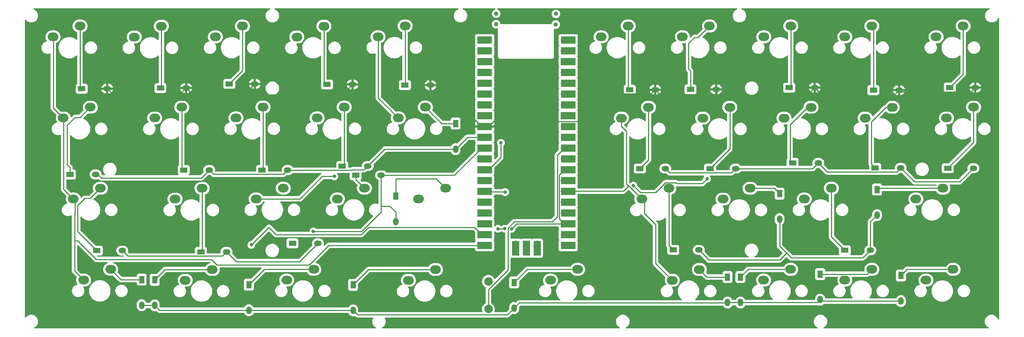
<source format=gbr>
%TF.GenerationSoftware,KiCad,Pcbnew,(6.0.2)*%
%TF.CreationDate,2022-03-06T15:17:29+09:00*%
%TF.ProjectId,presplit_39key,70726573-706c-4697-945f-33396b65792e,rev?*%
%TF.SameCoordinates,Original*%
%TF.FileFunction,Copper,L1,Top*%
%TF.FilePolarity,Positive*%
%FSLAX46Y46*%
G04 Gerber Fmt 4.6, Leading zero omitted, Abs format (unit mm)*
G04 Created by KiCad (PCBNEW (6.0.2)) date 2022-03-06 15:17:29*
%MOMM*%
%LPD*%
G01*
G04 APERTURE LIST*
%TA.AperFunction,ComponentPad*%
%ADD10O,2.500000X2.000000*%
%TD*%
%TA.AperFunction,SMDPad,CuDef*%
%ADD11R,3.500000X1.700000*%
%TD*%
%TA.AperFunction,ComponentPad*%
%ADD12O,1.700000X1.700000*%
%TD*%
%TA.AperFunction,ComponentPad*%
%ADD13R,1.700000X1.700000*%
%TD*%
%TA.AperFunction,SMDPad,CuDef*%
%ADD14R,1.700000X3.500000*%
%TD*%
%TA.AperFunction,SMDPad,CuDef*%
%ADD15C,1.000000*%
%TD*%
%TA.AperFunction,ComponentPad*%
%ADD16C,2.000000*%
%TD*%
%TA.AperFunction,ComponentPad*%
%ADD17R,1.778000X1.300000*%
%TD*%
%TA.AperFunction,ComponentPad*%
%ADD18O,1.778000X1.300000*%
%TD*%
%TA.AperFunction,ComponentPad*%
%ADD19R,1.300000X1.778000*%
%TD*%
%TA.AperFunction,ComponentPad*%
%ADD20O,1.300000X1.778000*%
%TD*%
%TA.AperFunction,ViaPad*%
%ADD21C,0.800000*%
%TD*%
%TA.AperFunction,Conductor*%
%ADD22C,0.250000*%
%TD*%
G04 APERTURE END LIST*
D10*
%TO.P,SW3,1,1*%
%TO.N,row0*%
X34000000Y-67350000D03*
%TO.P,SW3,2,2*%
%TO.N,Net-(D3-Pad1)*%
X40350000Y-64810000D03*
%TD*%
%TO.P,SW27,1,1*%
%TO.N,row6*%
X186450000Y-67365000D03*
%TO.P,SW27,2,2*%
%TO.N,Net-(D27-Pad1)*%
X192800000Y-64825000D03*
%TD*%
D11*
%TO.P,U1,1,GPIO0*%
%TO.N,unconnected-(U1-Pad1)*%
X130520000Y-29960000D03*
D12*
X131420000Y-29960000D03*
%TO.P,U1,2,GPIO1*%
%TO.N,unconnected-(U1-Pad2)*%
X131420000Y-32500000D03*
D11*
X130520000Y-32500000D03*
%TO.P,U1,3,GND*%
%TO.N,GND*%
X130520000Y-35040000D03*
D13*
X131420000Y-35040000D03*
D11*
%TO.P,U1,4,GPIO2*%
%TO.N,unconnected-(U1-Pad4)*%
X130520000Y-37580000D03*
D12*
X131420000Y-37580000D03*
%TO.P,U1,5,GPIO3*%
%TO.N,unconnected-(U1-Pad5)*%
X131420000Y-40120000D03*
D11*
X130520000Y-40120000D03*
%TO.P,U1,6,GPIO4*%
%TO.N,unconnected-(U1-Pad6)*%
X130520000Y-42660000D03*
D12*
X131420000Y-42660000D03*
D11*
%TO.P,U1,7,GPIO5*%
%TO.N,unconnected-(U1-Pad7)*%
X130520000Y-45200000D03*
D12*
X131420000Y-45200000D03*
D13*
%TO.P,U1,8,GND*%
%TO.N,GND*%
X131420000Y-47740000D03*
D11*
X130520000Y-47740000D03*
D12*
%TO.P,U1,9,GPIO6*%
%TO.N,col0*%
X131420000Y-50280000D03*
D11*
X130520000Y-50280000D03*
%TO.P,U1,10,GPIO7*%
%TO.N,col1*%
X130520000Y-52820000D03*
D12*
X131420000Y-52820000D03*
D11*
%TO.P,U1,11,GPIO8*%
%TO.N,col2*%
X130520000Y-55360000D03*
D12*
X131420000Y-55360000D03*
%TO.P,U1,12,GPIO9*%
%TO.N,col3*%
X131420000Y-57900000D03*
D11*
X130520000Y-57900000D03*
D13*
%TO.P,U1,13,GND*%
%TO.N,GND*%
X131420000Y-60440000D03*
D11*
X130520000Y-60440000D03*
D12*
%TO.P,U1,14,GPIO10*%
%TO.N,unconnected-(U1-Pad14)*%
X131420000Y-62980000D03*
D11*
X130520000Y-62980000D03*
D12*
%TO.P,U1,15,GPIO11*%
%TO.N,row4*%
X131420000Y-65520000D03*
D11*
X130520000Y-65520000D03*
D12*
%TO.P,U1,16,GPIO12*%
%TO.N,row3*%
X131420000Y-68060000D03*
D11*
X130520000Y-68060000D03*
%TO.P,U1,17,GPIO13*%
%TO.N,row2*%
X130520000Y-70600000D03*
D12*
X131420000Y-70600000D03*
D13*
%TO.P,U1,18,GND*%
%TO.N,GND*%
X131420000Y-73140000D03*
D11*
X130520000Y-73140000D03*
D12*
%TO.P,U1,19,GPIO14*%
%TO.N,row1*%
X131420000Y-75680000D03*
D11*
X130520000Y-75680000D03*
D12*
%TO.P,U1,20,GPIO15*%
%TO.N,row0*%
X131420000Y-78220000D03*
D11*
X130520000Y-78220000D03*
%TO.P,U1,21,GPIO16*%
%TO.N,row9*%
X150100000Y-78220000D03*
D12*
X149200000Y-78220000D03*
D11*
%TO.P,U1,22,GPIO17*%
%TO.N,row8*%
X150100000Y-75680000D03*
D12*
X149200000Y-75680000D03*
D13*
%TO.P,U1,23,GND*%
%TO.N,GND*%
X149200000Y-73140000D03*
D11*
X150100000Y-73140000D03*
D12*
%TO.P,U1,24,GPIO18*%
%TO.N,row7*%
X149200000Y-70600000D03*
D11*
X150100000Y-70600000D03*
%TO.P,U1,25,GPIO19*%
%TO.N,row6*%
X150100000Y-68060000D03*
D12*
X149200000Y-68060000D03*
D11*
%TO.P,U1,26,GPIO20*%
%TO.N,row5*%
X150100000Y-65520000D03*
D12*
X149200000Y-65520000D03*
%TO.P,U1,27,GPIO21*%
%TO.N,unconnected-(U1-Pad27)*%
X149200000Y-62980000D03*
D11*
X150100000Y-62980000D03*
%TO.P,U1,28,GND*%
%TO.N,GND*%
X150100000Y-60440000D03*
D13*
X149200000Y-60440000D03*
D12*
%TO.P,U1,29,GPIO22*%
%TO.N,unconnected-(U1-Pad29)*%
X149200000Y-57900000D03*
D11*
X150100000Y-57900000D03*
%TO.P,U1,30,RUN*%
%TO.N,reset*%
X150100000Y-55360000D03*
D12*
X149200000Y-55360000D03*
%TO.P,U1,31,GPIO26_ADC0*%
%TO.N,unconnected-(U1-Pad31)*%
X149200000Y-52820000D03*
D11*
X150100000Y-52820000D03*
D12*
%TO.P,U1,32,GPIO27_ADC1*%
%TO.N,unconnected-(U1-Pad32)*%
X149200000Y-50280000D03*
D11*
X150100000Y-50280000D03*
D13*
%TO.P,U1,33,AGND*%
%TO.N,GND*%
X149200000Y-47740000D03*
D11*
X150100000Y-47740000D03*
D12*
%TO.P,U1,34,GPIO28_ADC2*%
%TO.N,unconnected-(U1-Pad34)*%
X149200000Y-45200000D03*
D11*
X150100000Y-45200000D03*
D12*
%TO.P,U1,35,ADC_VREF*%
%TO.N,unconnected-(U1-Pad35)*%
X149200000Y-42660000D03*
D11*
X150100000Y-42660000D03*
D12*
%TO.P,U1,36,3V3*%
%TO.N,unconnected-(U1-Pad36)*%
X149200000Y-40120000D03*
D11*
X150100000Y-40120000D03*
%TO.P,U1,37,3V3_EN*%
%TO.N,unconnected-(U1-Pad37)*%
X150100000Y-37580000D03*
D12*
X149200000Y-37580000D03*
D11*
%TO.P,U1,38,GND*%
%TO.N,unconnected-(U1-Pad38)*%
X150100000Y-35040000D03*
D13*
X149200000Y-35040000D03*
D12*
%TO.P,U1,39,VSYS*%
%TO.N,unconnected-(U1-Pad39)*%
X149200000Y-32500000D03*
D11*
X150100000Y-32500000D03*
%TO.P,U1,40,VBUS*%
%TO.N,Net-(U1-Pad40)*%
X150100000Y-29960000D03*
D12*
X149200000Y-29960000D03*
%TO.P,U1,41,SWCLK*%
%TO.N,unconnected-(U1-Pad41)*%
X137770000Y-77990000D03*
D14*
X137770000Y-78890000D03*
%TO.P,U1,42,GND*%
%TO.N,unconnected-(U1-Pad42)*%
X140310000Y-78890000D03*
D13*
X140310000Y-77990000D03*
D12*
%TO.P,U1,43,SWDIO*%
%TO.N,unconnected-(U1-Pad43)*%
X142850000Y-77990000D03*
D14*
X142850000Y-78890000D03*
%TD*%
D10*
%TO.P,SW38,1,1*%
%TO.N,row9*%
X238885000Y-48315000D03*
%TO.P,SW38,2,2*%
%TO.N,Net-(D38-Pad1)*%
X245235000Y-45775000D03*
%TD*%
%TO.P,SW25,1,1*%
%TO.N,row6*%
X176925000Y-29225000D03*
%TO.P,SW25,2,2*%
%TO.N,Net-(D25-Pad1)*%
X183275000Y-26685000D03*
%TD*%
%TO.P,SW13,1,1*%
%TO.N,row3*%
X86425000Y-29275000D03*
%TO.P,SW13,2,2*%
%TO.N,Net-(D13-Pad1)*%
X92775000Y-26735000D03*
%TD*%
%TO.P,SW9,1,1*%
%TO.N,row2*%
X67325000Y-29250000D03*
%TO.P,SW9,2,2*%
%TO.N,Net-(D9-Pad1)*%
X73675000Y-26710000D03*
%TD*%
%TO.P,SW14,1,1*%
%TO.N,row3*%
X91200000Y-48300000D03*
%TO.P,SW14,2,2*%
%TO.N,Net-(D14-Pad1)*%
X97550000Y-45760000D03*
%TD*%
%TO.P,SW15,1,1*%
%TO.N,row3*%
X95960000Y-67340000D03*
%TO.P,SW15,2,2*%
%TO.N,Net-(D15-Pad1)*%
X102310000Y-64800000D03*
%TD*%
%TO.P,SW12,1,1*%
%TO.N,row2*%
X84060000Y-86390000D03*
%TO.P,SW12,2,2*%
%TO.N,Net-(D12-Pad1)*%
X90410000Y-83850000D03*
%TD*%
%TO.P,SW26,1,1*%
%TO.N,row6*%
X181675000Y-48325000D03*
%TO.P,SW26,2,2*%
%TO.N,Net-(D26-Pad1)*%
X188025000Y-45785000D03*
%TD*%
%TO.P,SW1,1,1*%
%TO.N,row0*%
X29225000Y-29250000D03*
%TO.P,SW1,2,2*%
%TO.N,Net-(D1-Pad1)*%
X35575000Y-26710000D03*
%TD*%
%TO.P,SW19,1,1*%
%TO.N,row4*%
X115035000Y-67365000D03*
%TO.P,SW19,2,2*%
%TO.N,Net-(D19-Pad1)*%
X121385000Y-64825000D03*
%TD*%
%TO.P,SW31,1,1*%
%TO.N,row7*%
X205525000Y-67350000D03*
%TO.P,SW31,2,2*%
%TO.N,Net-(D31-Pad1)*%
X211875000Y-64810000D03*
%TD*%
%TO.P,SW21,1,1*%
%TO.N,row5*%
X157850000Y-29250000D03*
%TO.P,SW21,2,2*%
%TO.N,Net-(D21-Pad1)*%
X164200000Y-26710000D03*
%TD*%
%TO.P,SW18,1,1*%
%TO.N,row4*%
X110250000Y-48300000D03*
%TO.P,SW18,2,2*%
%TO.N,Net-(D18-Pad1)*%
X116600000Y-45760000D03*
%TD*%
%TO.P,SW11,1,1*%
%TO.N,row2*%
X76900000Y-67325000D03*
%TO.P,SW11,2,2*%
%TO.N,Net-(D11-Pad1)*%
X83250000Y-64785000D03*
%TD*%
%TO.P,SW10,1,1*%
%TO.N,row2*%
X72150000Y-48300000D03*
%TO.P,SW10,2,2*%
%TO.N,Net-(D10-Pad1)*%
X78500000Y-45760000D03*
%TD*%
%TO.P,SW35,1,1*%
%TO.N,row8*%
X231700000Y-67350000D03*
%TO.P,SW35,2,2*%
%TO.N,Net-(D35-Pad1)*%
X238050000Y-64810000D03*
%TD*%
%TO.P,SW2,1,1*%
%TO.N,row0*%
X31635000Y-48315000D03*
%TO.P,SW2,2,2*%
%TO.N,Net-(D2-Pad1)*%
X37985000Y-45775000D03*
%TD*%
%TO.P,SW23,1,1*%
%TO.N,row5*%
X167375000Y-67365000D03*
%TO.P,SW23,2,2*%
%TO.N,Net-(D23-Pad1)*%
X173725000Y-64825000D03*
%TD*%
%TO.P,SW24,1,1*%
%TO.N,row5*%
X174550000Y-86425000D03*
%TO.P,SW24,2,2*%
%TO.N,Net-(D24-Pad1)*%
X180900000Y-83885000D03*
%TD*%
%TO.P,SW37,1,1*%
%TO.N,row9*%
X236450000Y-29225000D03*
%TO.P,SW37,2,2*%
%TO.N,Net-(D37-Pad1)*%
X242800000Y-26685000D03*
%TD*%
%TO.P,SW8,1,1*%
%TO.N,row1*%
X60250000Y-86425000D03*
%TO.P,SW8,2,2*%
%TO.N,Net-(D8-Pad1)*%
X66600000Y-83885000D03*
%TD*%
%TO.P,SW34,1,1*%
%TO.N,row8*%
X219800000Y-48325000D03*
%TO.P,SW34,2,2*%
%TO.N,Net-(D34-Pad1)*%
X226150000Y-45785000D03*
%TD*%
D15*
%TO.P,q,1*%
%TO.N,N/C*%
X133225000Y-23775000D03*
%TD*%
D10*
%TO.P,SW16,1,1*%
%TO.N,row3*%
X112625000Y-86425000D03*
%TO.P,SW16,2,2*%
%TO.N,Net-(D16-Pad1)*%
X118975000Y-83885000D03*
%TD*%
%TO.P,SW22,1,1*%
%TO.N,row5*%
X162600000Y-48325000D03*
%TO.P,SW22,2,2*%
%TO.N,Net-(D22-Pad1)*%
X168950000Y-45785000D03*
%TD*%
%TO.P,SW20,1,1*%
%TO.N,row4*%
X145975000Y-86400000D03*
%TO.P,SW20,2,2*%
%TO.N,Net-(D20-Pad1)*%
X152325000Y-83860000D03*
%TD*%
%TO.P,SW7,1,1*%
%TO.N,row1*%
X57860000Y-67365000D03*
%TO.P,SW7,2,2*%
%TO.N,Net-(D7-Pad1)*%
X64210000Y-64825000D03*
%TD*%
%TO.P,SW17,1,1*%
%TO.N,row4*%
X105500000Y-29225000D03*
%TO.P,SW17,2,2*%
%TO.N,Net-(D17-Pad1)*%
X111850000Y-26685000D03*
%TD*%
%TO.P,SW6,1,1*%
%TO.N,row1*%
X53085000Y-48315000D03*
%TO.P,SW6,2,2*%
%TO.N,Net-(D6-Pad1)*%
X59435000Y-45775000D03*
%TD*%
%TO.P,SW30,1,1*%
%TO.N,row7*%
X200750000Y-48325000D03*
%TO.P,SW30,2,2*%
%TO.N,Net-(D30-Pad1)*%
X207100000Y-45785000D03*
%TD*%
%TO.P,SW32,2,2*%
%TO.N,Net-(D32-Pad1)*%
X221375000Y-83860000D03*
%TO.P,SW32,1,1*%
%TO.N,row7*%
X215025000Y-86400000D03*
%TD*%
%TO.P,SW29,1,1*%
%TO.N,row7*%
X196000000Y-29250000D03*
%TO.P,SW29,2,2*%
%TO.N,Net-(D29-Pad1)*%
X202350000Y-26710000D03*
%TD*%
%TO.P,SW4,1,1*%
%TO.N,row0*%
X36400000Y-86375000D03*
%TO.P,SW4,2,2*%
%TO.N,Net-(D4-Pad1)*%
X42750000Y-83835000D03*
%TD*%
D15*
%TO.P,,1*%
%TO.N,N/C*%
X147225000Y-23850000D03*
%TD*%
D10*
%TO.P,SW5,1,1*%
%TO.N,row1*%
X48300000Y-29275000D03*
%TO.P,SW5,2,2*%
%TO.N,Net-(D5-Pad1)*%
X54650000Y-26735000D03*
%TD*%
D15*
%TO.P,q,1*%
%TO.N,N/C*%
X133200000Y-26275000D03*
%TD*%
D10*
%TO.P,SW28,1,1*%
%TO.N,row6*%
X195975000Y-86400000D03*
%TO.P,SW28,2,2*%
%TO.N,Net-(D28-Pad1)*%
X202325000Y-83860000D03*
%TD*%
D15*
%TO.P,r,1*%
%TO.N,N/C*%
X147200000Y-26350000D03*
%TD*%
D10*
%TO.P,SW33,1,1*%
%TO.N,row8*%
X215025000Y-29250000D03*
%TO.P,SW33,2,2*%
%TO.N,Net-(D33-Pad1)*%
X221375000Y-26710000D03*
%TD*%
D16*
%TO.P,SW41,1,1*%
%TO.N,reset*%
X131385000Y-93190000D03*
%TO.P,SW41,2,2*%
%TO.N,GND*%
X131385000Y-86690000D03*
%TD*%
D10*
%TO.P,SW36,1,1*%
%TO.N,row8*%
X234080000Y-86400000D03*
%TO.P,SW36,2,2*%
%TO.N,Net-(D36-Pad1)*%
X240430000Y-83860000D03*
%TD*%
D17*
%TO.P,D37,1,K*%
%TO.N,Net-(D37-Pad1)*%
X239635000Y-41165000D03*
D18*
%TO.P,D37,2,A*%
%TO.N,col0*%
X245635000Y-41165000D03*
%TD*%
D19*
%TO.P,D27,1,K*%
%TO.N,Net-(D27-Pad1)*%
X199710000Y-66065000D03*
D20*
%TO.P,D27,2,A*%
%TO.N,col2*%
X199710000Y-72065000D03*
%TD*%
D17*
%TO.P,D30,1,K*%
%TO.N,Net-(D30-Pad1)*%
X202785000Y-58865000D03*
D18*
%TO.P,D30,2,A*%
%TO.N,col1*%
X208785000Y-58865000D03*
%TD*%
D19*
%TO.P,D35,1,K*%
%TO.N,Net-(D35-Pad1)*%
X222585000Y-65115000D03*
D20*
%TO.P,D35,2,A*%
%TO.N,col2*%
X222585000Y-71115000D03*
%TD*%
D17*
%TO.P,D2,1,K*%
%TO.N,Net-(D2-Pad1)*%
X33210000Y-61565000D03*
D18*
%TO.P,D2,2,A*%
%TO.N,col1*%
X39210000Y-61565000D03*
%TD*%
D17*
%TO.P,D9,1,K*%
%TO.N,Net-(D9-Pad1)*%
X70585000Y-40290000D03*
D18*
%TO.P,D9,2,A*%
%TO.N,col0*%
X76585000Y-40290000D03*
%TD*%
D17*
%TO.P,D25,1,K*%
%TO.N,Net-(D25-Pad1)*%
X178810000Y-41565000D03*
D18*
%TO.P,D25,2,A*%
%TO.N,col0*%
X184810000Y-41565000D03*
%TD*%
D19*
%TO.P,D20,1,K*%
%TO.N,Net-(D20-Pad1)*%
X137435000Y-86940000D03*
D20*
%TO.P,D20,2,A*%
%TO.N,col3*%
X137435000Y-92940000D03*
%TD*%
D19*
%TO.P,D24,1,K*%
%TO.N,Net-(D24-Pad1)*%
X187510000Y-85665000D03*
D20*
%TO.P,D24,2,A*%
%TO.N,col3*%
X187510000Y-91665000D03*
%TD*%
D19*
%TO.P,D8,1,K*%
%TO.N,Net-(D8-Pad1)*%
X53085000Y-86315000D03*
D20*
%TO.P,D8,2,A*%
%TO.N,col3*%
X53085000Y-92315000D03*
%TD*%
D19*
%TO.P,D32,1,K*%
%TO.N,Net-(D32-Pad1)*%
X209235000Y-84990000D03*
D20*
%TO.P,D32,2,A*%
%TO.N,col3*%
X209235000Y-90990000D03*
%TD*%
D19*
%TO.P,D36,1,K*%
%TO.N,Net-(D36-Pad1)*%
X228185000Y-85315000D03*
D20*
%TO.P,D36,2,A*%
%TO.N,col3*%
X228185000Y-91315000D03*
%TD*%
D17*
%TO.P,D7,1,K*%
%TO.N,Net-(D7-Pad1)*%
X63935000Y-79740000D03*
D18*
%TO.P,D7,2,A*%
%TO.N,col2*%
X69935000Y-79740000D03*
%TD*%
D17*
%TO.P,D23,1,K*%
%TO.N,Net-(D23-Pad1)*%
X174760000Y-79290000D03*
D18*
%TO.P,D23,2,A*%
%TO.N,col2*%
X180760000Y-79290000D03*
%TD*%
D17*
%TO.P,D10,1,K*%
%TO.N,Net-(D10-Pad1)*%
X78285000Y-60540000D03*
D18*
%TO.P,D10,2,A*%
%TO.N,col1*%
X84285000Y-60540000D03*
%TD*%
D17*
%TO.P,D21,1,K*%
%TO.N,Net-(D21-Pad1)*%
X164535000Y-41640000D03*
D18*
%TO.P,D21,2,A*%
%TO.N,col0*%
X170535000Y-41640000D03*
%TD*%
D17*
%TO.P,D11,1,K*%
%TO.N,Net-(D11-Pad1)*%
X85410000Y-77740000D03*
D18*
%TO.P,D11,2,A*%
%TO.N,col2*%
X91410000Y-77740000D03*
%TD*%
D17*
%TO.P,D15,1,K*%
%TO.N,Net-(D15-Pad1)*%
X100235000Y-61765000D03*
D18*
%TO.P,D15,2,A*%
%TO.N,col2*%
X106235000Y-61765000D03*
%TD*%
D17*
%TO.P,D3,1,K*%
%TO.N,Net-(D3-Pad1)*%
X39485000Y-79465000D03*
D18*
%TO.P,D3,2,A*%
%TO.N,col2*%
X45485000Y-79465000D03*
%TD*%
D17*
%TO.P,D26,1,K*%
%TO.N,Net-(D26-Pad1)*%
X183410000Y-60190000D03*
D18*
%TO.P,D26,2,A*%
%TO.N,col1*%
X189410000Y-60190000D03*
%TD*%
D17*
%TO.P,D6,1,K*%
%TO.N,Net-(D6-Pad1)*%
X59885000Y-60515000D03*
D18*
%TO.P,D6,2,A*%
%TO.N,col1*%
X65885000Y-60515000D03*
%TD*%
D17*
%TO.P,D22,1,K*%
%TO.N,Net-(D22-Pad1)*%
X166910000Y-60190000D03*
D18*
%TO.P,D22,2,A*%
%TO.N,col1*%
X172910000Y-60190000D03*
%TD*%
D17*
%TO.P,D14,1,K*%
%TO.N,Net-(D14-Pad1)*%
X97085000Y-59590000D03*
D18*
%TO.P,D14,2,A*%
%TO.N,col1*%
X103085000Y-59590000D03*
%TD*%
D19*
%TO.P,D4,1,K*%
%TO.N,Net-(D4-Pad1)*%
X50035000Y-86265000D03*
D20*
%TO.P,D4,2,A*%
%TO.N,col3*%
X50035000Y-92265000D03*
%TD*%
D17*
%TO.P,D33,1,K*%
%TO.N,Net-(D33-Pad1)*%
X221735000Y-41765000D03*
D18*
%TO.P,D33,2,A*%
%TO.N,col0*%
X227735000Y-41765000D03*
%TD*%
D19*
%TO.P,D16,1,K*%
%TO.N,Net-(D16-Pad1)*%
X99635000Y-87490000D03*
D20*
%TO.P,D16,2,A*%
%TO.N,col3*%
X99635000Y-93490000D03*
%TD*%
D17*
%TO.P,D38,1,K*%
%TO.N,Net-(D38-Pad1)*%
X239185000Y-60090000D03*
D18*
%TO.P,D38,2,A*%
%TO.N,col1*%
X245185000Y-60090000D03*
%TD*%
D17*
%TO.P,D5,1,K*%
%TO.N,Net-(D5-Pad1)*%
X54435000Y-41265000D03*
D18*
%TO.P,D5,2,A*%
%TO.N,col0*%
X60435000Y-41265000D03*
%TD*%
D17*
%TO.P,D34,1,K*%
%TO.N,Net-(D34-Pad1)*%
X222135000Y-60040000D03*
D18*
%TO.P,D34,2,A*%
%TO.N,col1*%
X228135000Y-60040000D03*
%TD*%
D19*
%TO.P,D28,1,K*%
%TO.N,Net-(D28-Pad1)*%
X190535000Y-85665000D03*
D20*
%TO.P,D28,2,A*%
%TO.N,col3*%
X190535000Y-91665000D03*
%TD*%
D19*
%TO.P,D19,1,K*%
%TO.N,Net-(D19-Pad1)*%
X109660000Y-66640000D03*
D20*
%TO.P,D19,2,A*%
%TO.N,col2*%
X109660000Y-72640000D03*
%TD*%
D19*
%TO.P,D18,1,K*%
%TO.N,Net-(D18-Pad1)*%
X123685000Y-49615000D03*
D20*
%TO.P,D18,2,A*%
%TO.N,col1*%
X123685000Y-55615000D03*
%TD*%
D17*
%TO.P,D13,1,K*%
%TO.N,Net-(D13-Pad1)*%
X93510000Y-40440000D03*
D18*
%TO.P,D13,2,A*%
%TO.N,col0*%
X99510000Y-40440000D03*
%TD*%
D17*
%TO.P,D31,1,K*%
%TO.N,Net-(D31-Pad1)*%
X215010000Y-79390000D03*
D18*
%TO.P,D31,2,A*%
%TO.N,col2*%
X221010000Y-79390000D03*
%TD*%
D17*
%TO.P,D17,1,K*%
%TO.N,Net-(D17-Pad1)*%
X111785000Y-40590000D03*
D18*
%TO.P,D17,2,A*%
%TO.N,col0*%
X117785000Y-40590000D03*
%TD*%
D17*
%TO.P,D1,1,K*%
%TO.N,Net-(D1-Pad1)*%
X35960000Y-41415000D03*
D18*
%TO.P,D1,2,A*%
%TO.N,col0*%
X41960000Y-41415000D03*
%TD*%
D17*
%TO.P,D29,1,K*%
%TO.N,Net-(D29-Pad1)*%
X201960000Y-41190000D03*
D18*
%TO.P,D29,2,A*%
%TO.N,col0*%
X207960000Y-41190000D03*
%TD*%
D19*
%TO.P,D12,1,K*%
%TO.N,Net-(D12-Pad1)*%
X75210000Y-87465000D03*
D20*
%TO.P,D12,2,A*%
%TO.N,col3*%
X75210000Y-93465000D03*
%TD*%
D21*
%TO.N,GND*%
X136825000Y-74325000D03*
X134325000Y-54150000D03*
X133650000Y-74325000D03*
X135250000Y-74300000D03*
%TO.N,col2*%
X90310000Y-74955500D03*
%TO.N,row1*%
X75760000Y-78090000D03*
%TO.N,row2*%
X95250000Y-62025000D03*
%TO.N,row4*%
X135325000Y-65700000D03*
%TO.N,row7*%
X165410000Y-64190000D03*
X182692299Y-62582701D03*
%TD*%
D22*
%TO.N,reset*%
X131385000Y-88563143D02*
X135975000Y-83973143D01*
X147575969Y-71499031D02*
X147575969Y-56984031D01*
X135975000Y-83973143D02*
X135975000Y-74150386D01*
X147575969Y-56984031D02*
X149200000Y-55360000D01*
X131385000Y-93190000D02*
X131385000Y-88563143D01*
X135975000Y-74150386D02*
X137434906Y-72690480D01*
X146384520Y-72690480D02*
X147575969Y-71499031D01*
X137434906Y-72690480D02*
X146384520Y-72690480D01*
%TO.N,GND*%
X148025489Y-71965489D02*
X148025489Y-61614511D01*
X138010000Y-73140000D02*
X149200000Y-73140000D01*
X134285000Y-54190000D02*
X134285000Y-57575000D01*
X148025489Y-61614511D02*
X149200000Y-60440000D01*
X149200000Y-73140000D02*
X148025489Y-71965489D01*
X134325000Y-54150000D02*
X134285000Y-54190000D01*
X135250000Y-74300000D02*
X135225000Y-74325000D01*
X135225000Y-74325000D02*
X133650000Y-74325000D01*
X134285000Y-57575000D02*
X131420000Y-60440000D01*
X136825000Y-74325000D02*
X138010000Y-73140000D01*
%TO.N,Net-(D2-Pad1)*%
X37985000Y-45775000D02*
X35585000Y-48175000D01*
X34400000Y-48175000D02*
X32575000Y-50000000D01*
X32575000Y-50000000D02*
X32575000Y-59255000D01*
X35585000Y-48175000D02*
X34400000Y-48175000D01*
X33210000Y-59890000D02*
X33210000Y-61565000D01*
X32575000Y-59255000D02*
X33210000Y-59890000D01*
%TO.N,col1*%
X231385000Y-63290000D02*
X241985000Y-63290000D01*
X99471489Y-60465000D02*
X99371978Y-60564511D01*
X99371978Y-60564511D02*
X84309511Y-60564511D01*
X84309511Y-60564511D02*
X84285000Y-60540000D01*
X40595000Y-62400000D02*
X39460000Y-61265000D01*
X126480000Y-52820000D02*
X123685000Y-55615000D01*
X173884511Y-61164511D02*
X172910000Y-60190000D01*
X66884511Y-61514511D02*
X65885000Y-60515000D01*
X208785000Y-58865000D02*
X207460000Y-60190000D01*
X65885000Y-60515000D02*
X64000000Y-62400000D01*
X84285000Y-60540000D02*
X83310489Y-61514511D01*
X189410000Y-60190000D02*
X188435489Y-61164511D01*
X107060000Y-55615000D02*
X102210000Y-60465000D01*
X131420000Y-52820000D02*
X126480000Y-52820000D01*
X102210000Y-60465000D02*
X99471489Y-60465000D01*
X227160489Y-61014511D02*
X210934511Y-61014511D01*
X64000000Y-62400000D02*
X40595000Y-62400000D01*
X241985000Y-63290000D02*
X245185000Y-60090000D01*
X210934511Y-61014511D02*
X208785000Y-58865000D01*
X83310489Y-61514511D02*
X66884511Y-61514511D01*
X228135000Y-60040000D02*
X231385000Y-63290000D01*
X188435489Y-61164511D02*
X173884511Y-61164511D01*
X228135000Y-60040000D02*
X227160489Y-61014511D01*
X123685000Y-55615000D02*
X107060000Y-55615000D01*
X207460000Y-60190000D02*
X189410000Y-60190000D01*
%TO.N,Net-(D3-Pad1)*%
X37985000Y-67175000D02*
X36675000Y-67175000D01*
X36675000Y-67175000D02*
X35000000Y-68850000D01*
X40350000Y-64810000D02*
X37985000Y-67175000D01*
X35000000Y-68850000D02*
X35000000Y-74980000D01*
X35000000Y-74980000D02*
X39485000Y-79465000D01*
%TO.N,col2*%
X72245000Y-82050000D02*
X69935000Y-79740000D01*
X68960489Y-80714511D02*
X46734511Y-80714511D01*
X46734511Y-80714511D02*
X45485000Y-79465000D01*
X183135000Y-81665000D02*
X180760000Y-79290000D01*
X199710000Y-78389022D02*
X199710000Y-72065000D01*
X221010000Y-79390000D02*
X221010000Y-72690000D01*
X106235000Y-69015000D02*
X108265000Y-69015000D01*
X109660000Y-70410000D02*
X109660000Y-72640000D01*
X87100000Y-82050000D02*
X72245000Y-82050000D01*
X101647657Y-74955500D02*
X90310000Y-74955500D01*
X221010000Y-79390000D02*
X219260000Y-81140000D01*
X129810978Y-55360000D02*
X123405978Y-61765000D01*
X123405978Y-61765000D02*
X106235000Y-61765000D01*
X199872989Y-78552011D02*
X199710000Y-78389022D01*
X69935000Y-79740000D02*
X68960489Y-80714511D01*
X202460000Y-81140000D02*
X199810000Y-78490000D01*
X106235000Y-61765000D02*
X106235000Y-69015000D01*
X106235000Y-69015000D02*
X106235000Y-70368157D01*
X131420000Y-55360000D02*
X129810978Y-55360000D01*
X221010000Y-72690000D02*
X222585000Y-71115000D01*
X199735978Y-81665000D02*
X183135000Y-81665000D01*
X219260000Y-81140000D02*
X202460000Y-81140000D01*
X106235000Y-70368157D02*
X101647657Y-74955500D01*
X201360978Y-80040000D02*
X199735978Y-81665000D01*
X91410000Y-77740000D02*
X87100000Y-82050000D01*
X108265000Y-69015000D02*
X109660000Y-70410000D01*
%TO.N,Net-(D4-Pad1)*%
X45180000Y-86265000D02*
X42750000Y-83835000D01*
X50035000Y-86265000D02*
X45180000Y-86265000D01*
%TO.N,col3*%
X100659511Y-94514511D02*
X135860489Y-94514511D01*
X54235000Y-93465000D02*
X53085000Y-92315000D01*
X209235000Y-90990000D02*
X209560000Y-91315000D01*
X138625000Y-91750000D02*
X187425000Y-91750000D01*
X53085000Y-92315000D02*
X50085000Y-92315000D01*
X135860489Y-94514511D02*
X137435000Y-92940000D01*
X50085000Y-92315000D02*
X50035000Y-92265000D01*
X187425000Y-91750000D02*
X187510000Y-91665000D01*
X99635000Y-93490000D02*
X100659511Y-94514511D01*
X209560000Y-91315000D02*
X228185000Y-91315000D01*
X75210000Y-93465000D02*
X54235000Y-93465000D01*
X75210000Y-93465000D02*
X99610000Y-93465000D01*
X187510000Y-91665000D02*
X190535000Y-91665000D01*
X209235000Y-90990000D02*
X208560000Y-91665000D01*
X137435000Y-92940000D02*
X138625000Y-91750000D01*
X99610000Y-93465000D02*
X99635000Y-93490000D01*
X208560000Y-91665000D02*
X190535000Y-91665000D01*
%TO.N,Net-(D5-Pad1)*%
X54650000Y-26735000D02*
X54650000Y-41050000D01*
X54650000Y-41050000D02*
X54435000Y-41265000D01*
%TO.N,col0*%
X97100000Y-42850000D02*
X77270000Y-42850000D01*
X170535000Y-41640000D02*
X171760000Y-42865000D01*
X185060489Y-42865000D02*
X185060489Y-41815489D01*
X228109511Y-42139511D02*
X244660489Y-42139511D01*
X76585000Y-40290000D02*
X74000000Y-42875000D01*
X207960000Y-41190000D02*
X212105480Y-45335480D01*
X212105480Y-45335480D02*
X224164520Y-45335480D01*
X227735000Y-41765000D02*
X228109511Y-42139511D01*
X184810000Y-41565000D02*
X188985000Y-41565000D01*
X62045000Y-42875000D02*
X60435000Y-41265000D01*
X58800000Y-42900000D02*
X60435000Y-41265000D01*
X129810978Y-50280000D02*
X120120978Y-40590000D01*
X41960000Y-41415000D02*
X43445000Y-42900000D01*
X158665000Y-42615000D02*
X169560000Y-42615000D01*
X169560000Y-42615000D02*
X170535000Y-41640000D01*
X188985000Y-41565000D02*
X192285000Y-44865000D01*
X224164520Y-45335480D02*
X227735000Y-41765000D01*
X74000000Y-42875000D02*
X62045000Y-42875000D01*
X76585000Y-42165000D02*
X76585000Y-40290000D01*
X204285000Y-44865000D02*
X207960000Y-41190000D01*
X131420000Y-50280000D02*
X129810978Y-50280000D01*
X132594511Y-49105489D02*
X152174511Y-49105489D01*
X171760000Y-42865000D02*
X185060489Y-42865000D01*
X99510000Y-40440000D02*
X97100000Y-42850000D01*
X120120978Y-40590000D02*
X117785000Y-40590000D01*
X77270000Y-42850000D02*
X76585000Y-42165000D01*
X185060489Y-41815489D02*
X184810000Y-41565000D01*
X43445000Y-42900000D02*
X58800000Y-42900000D01*
X152174511Y-49105489D02*
X158665000Y-42615000D01*
X244660489Y-42139511D02*
X245635000Y-41165000D01*
X192285000Y-44865000D02*
X204285000Y-44865000D01*
X131420000Y-50280000D02*
X132594511Y-49105489D01*
%TO.N,Net-(D6-Pad1)*%
X59435000Y-60065000D02*
X59885000Y-60515000D01*
X59435000Y-45775000D02*
X59435000Y-60065000D01*
%TO.N,Net-(D7-Pad1)*%
X64210000Y-79465000D02*
X63935000Y-79740000D01*
X64210000Y-64825000D02*
X64210000Y-79465000D01*
%TO.N,Net-(D8-Pad1)*%
X55515000Y-83885000D02*
X66600000Y-83885000D01*
X53085000Y-86315000D02*
X55515000Y-83885000D01*
%TO.N,Net-(D9-Pad1)*%
X73675000Y-37200000D02*
X70585000Y-40290000D01*
X73675000Y-26710000D02*
X73675000Y-37200000D01*
%TO.N,Net-(D10-Pad1)*%
X78500000Y-45760000D02*
X78500000Y-60325000D01*
X78500000Y-60325000D02*
X78285000Y-60540000D01*
%TO.N,Net-(D12-Pad1)*%
X90410000Y-83850000D02*
X78825000Y-83850000D01*
X78825000Y-83850000D02*
X75210000Y-87465000D01*
%TO.N,Net-(D13-Pad1)*%
X92775000Y-39705000D02*
X93510000Y-40440000D01*
X92775000Y-26735000D02*
X92775000Y-39705000D01*
%TO.N,Net-(D14-Pad1)*%
X97550000Y-45760000D02*
X97550000Y-59400000D01*
%TO.N,Net-(D15-Pad1)*%
X100235000Y-61765000D02*
X100235000Y-62725000D01*
X100235000Y-62725000D02*
X102310000Y-64800000D01*
%TO.N,Net-(D16-Pad1)*%
X118975000Y-83885000D02*
X103240000Y-83885000D01*
X103240000Y-83885000D02*
X99635000Y-87490000D01*
%TO.N,Net-(D17-Pad1)*%
X111850000Y-40525000D02*
X111785000Y-40590000D01*
X111850000Y-26685000D02*
X111850000Y-40525000D01*
%TO.N,Net-(D18-Pad1)*%
X120455000Y-49615000D02*
X116600000Y-45760000D01*
X123685000Y-49615000D02*
X120455000Y-49615000D01*
%TO.N,Net-(D19-Pad1)*%
X109660000Y-62600000D02*
X119160000Y-62600000D01*
X109660000Y-66640000D02*
X109660000Y-62600000D01*
X119160000Y-62600000D02*
X121385000Y-64825000D01*
%TO.N,Net-(D20-Pad1)*%
X152325000Y-83860000D02*
X140515000Y-83860000D01*
X140515000Y-83860000D02*
X137435000Y-86940000D01*
%TO.N,Net-(D1-Pad1)*%
X35575000Y-41030000D02*
X35960000Y-41415000D01*
X35575000Y-26710000D02*
X35575000Y-41030000D01*
%TO.N,Net-(D22-Pad1)*%
X168950000Y-45785000D02*
X168950000Y-58150000D01*
X168950000Y-58150000D02*
X166910000Y-60190000D01*
%TO.N,Net-(D23-Pad1)*%
X173725000Y-64825000D02*
X173725000Y-78255000D01*
X173725000Y-78255000D02*
X174760000Y-79290000D01*
%TO.N,Net-(D24-Pad1)*%
X187510000Y-85665000D02*
X182680000Y-85665000D01*
X182680000Y-85665000D02*
X180900000Y-83885000D01*
%TO.N,Net-(D25-Pad1)*%
X178360479Y-36815479D02*
X178810000Y-37265000D01*
X183275000Y-26685000D02*
X180569521Y-29390479D01*
X178360479Y-30781440D02*
X178360479Y-36815479D01*
X179751440Y-29390479D02*
X178360479Y-30781440D01*
X180569521Y-29390479D02*
X179751440Y-29390479D01*
X178810000Y-37265000D02*
X178810000Y-41565000D01*
%TO.N,Net-(D26-Pad1)*%
X188025000Y-55575000D02*
X188025000Y-45785000D01*
X183410000Y-60190000D02*
X188025000Y-55575000D01*
%TO.N,Net-(D27-Pad1)*%
X198470000Y-64825000D02*
X199710000Y-66065000D01*
X192800000Y-64825000D02*
X198470000Y-64825000D01*
%TO.N,Net-(D28-Pad1)*%
X192340000Y-83860000D02*
X202325000Y-83860000D01*
X190535000Y-85665000D02*
X192340000Y-83860000D01*
%TO.N,Net-(D29-Pad1)*%
X202350000Y-26710000D02*
X202350000Y-40800000D01*
X202350000Y-40800000D02*
X201960000Y-41190000D01*
%TO.N,Net-(D30-Pad1)*%
X202785000Y-58865000D02*
X202185479Y-58265479D01*
X202185479Y-49881440D02*
X206281919Y-45785000D01*
X206281919Y-45785000D02*
X207100000Y-45785000D01*
X202185479Y-58265479D02*
X202185479Y-49881440D01*
%TO.N,Net-(D31-Pad1)*%
X211875000Y-76255000D02*
X211875000Y-64810000D01*
X215010000Y-79390000D02*
X211875000Y-76255000D01*
%TO.N,Net-(D32-Pad1)*%
X220245000Y-84990000D02*
X221375000Y-83860000D01*
X209235000Y-84990000D02*
X220245000Y-84990000D01*
%TO.N,Net-(D33-Pad1)*%
X221415000Y-26710000D02*
X221460000Y-26665000D01*
X221735000Y-26940000D02*
X221735000Y-41765000D01*
X221460000Y-26665000D02*
X221735000Y-26940000D01*
X221375000Y-26710000D02*
X221415000Y-26710000D01*
%TO.N,Net-(D34-Pad1)*%
X226150000Y-45785000D02*
X224650000Y-45785000D01*
X221235479Y-59140479D02*
X222135000Y-60040000D01*
X224650000Y-45785000D02*
X221235479Y-49199521D01*
X221235479Y-49199521D02*
X221235479Y-59140479D01*
%TO.N,Net-(D35-Pad1)*%
X222890000Y-64810000D02*
X222585000Y-65115000D01*
X238050000Y-64810000D02*
X222890000Y-64810000D01*
%TO.N,Net-(D36-Pad1)*%
X228185000Y-85315000D02*
X229640000Y-83860000D01*
X229640000Y-83860000D02*
X240430000Y-83860000D01*
%TO.N,Net-(D37-Pad1)*%
X242800000Y-26685000D02*
X242800000Y-38000000D01*
X242800000Y-38000000D02*
X239635000Y-41165000D01*
%TO.N,Net-(D38-Pad1)*%
X245235000Y-45775000D02*
X245235000Y-54040000D01*
X245235000Y-54040000D02*
X239185000Y-60090000D01*
%TO.N,Net-(D21-Pad1)*%
X164200000Y-26710000D02*
X164200000Y-41305000D01*
X164200000Y-41305000D02*
X164535000Y-41640000D01*
%TO.N,row0*%
X31689521Y-65039521D02*
X34000000Y-67350000D01*
X34425000Y-67775000D02*
X34425000Y-70500000D01*
X39356978Y-81525000D02*
X66363154Y-81525000D01*
X34000000Y-67350000D02*
X34425000Y-67775000D01*
X31635000Y-48315000D02*
X31689521Y-48369521D01*
X34425000Y-70500000D02*
X34275000Y-70650000D01*
X89321846Y-82815000D02*
X93916846Y-78220000D01*
X34300000Y-77175000D02*
X35006978Y-77175000D01*
X29279521Y-29304521D02*
X29279521Y-45959521D01*
X67653154Y-82815000D02*
X89321846Y-82815000D01*
X93916846Y-78220000D02*
X131420000Y-78220000D01*
X31689521Y-48369521D02*
X31689521Y-65039521D01*
X29225000Y-29250000D02*
X29279521Y-29304521D01*
X35006978Y-77175000D02*
X39356978Y-81525000D01*
X34275000Y-84250000D02*
X36400000Y-86375000D01*
X34275000Y-70650000D02*
X34275000Y-84250000D01*
X29279521Y-45959521D02*
X31635000Y-48315000D01*
X66363154Y-81525000D02*
X67653154Y-82815000D01*
%TO.N,row1*%
X103263875Y-73975000D02*
X128105978Y-73975000D01*
X75760000Y-78090000D02*
X79875000Y-73975000D01*
X101558864Y-75680011D02*
X103263875Y-73975000D01*
X128105978Y-73975000D02*
X129810978Y-75680000D01*
X81580011Y-75680011D02*
X101558864Y-75680011D01*
X79875000Y-73975000D02*
X81580011Y-75680011D01*
X129810978Y-75680000D02*
X131420000Y-75680000D01*
%TO.N,row2*%
X95250000Y-62025000D02*
X92425000Y-62025000D01*
X92425000Y-62025000D02*
X87125000Y-67325000D01*
X87125000Y-67325000D02*
X76900000Y-67325000D01*
%TO.N,row4*%
X131540000Y-65640000D02*
X131420000Y-65520000D01*
X105554521Y-29279521D02*
X105554521Y-43604521D01*
X135325000Y-65700000D02*
X135265000Y-65640000D01*
X105500000Y-29225000D02*
X105554521Y-29279521D01*
X135265000Y-65640000D02*
X131540000Y-65640000D01*
X105554521Y-43604521D02*
X110250000Y-48300000D01*
%TO.N,row5*%
X164285000Y-64275000D02*
X163085000Y-65475000D01*
X170600000Y-82475000D02*
X174550000Y-86425000D01*
X170600000Y-73350000D02*
X170600000Y-82475000D01*
X164325000Y-64275000D02*
X167375000Y-67325000D01*
X167375000Y-67325000D02*
X167375000Y-67365000D01*
X168000000Y-70750000D02*
X170600000Y-73350000D01*
X149245000Y-65475000D02*
X149200000Y-65520000D01*
X162600000Y-50261843D02*
X163775000Y-51436843D01*
X167375000Y-67365000D02*
X168000000Y-67990000D01*
X162600000Y-48325000D02*
X162600000Y-50261843D01*
X163775000Y-63765000D02*
X164285000Y-64275000D01*
X164285000Y-64275000D02*
X164325000Y-64275000D01*
X163085000Y-65475000D02*
X149245000Y-65475000D01*
X163775000Y-51436843D02*
X163775000Y-63765000D01*
X168000000Y-67990000D02*
X168000000Y-70750000D01*
%TO.N,row7*%
X172926366Y-63500480D02*
X170601846Y-65825000D01*
X175345480Y-63500480D02*
X172926366Y-63500480D01*
X181560000Y-63715000D02*
X175560000Y-63715000D01*
X182692299Y-62582701D02*
X181560000Y-63715000D01*
X175560000Y-63715000D02*
X175345480Y-63500480D01*
X170601846Y-65825000D02*
X167045000Y-65825000D01*
X167045000Y-65825000D02*
X165410000Y-64190000D01*
%TD*%
%TA.AperFunction,Conductor*%
%TO.N,col0*%
G36*
X80141998Y-22578002D02*
G01*
X80188491Y-22631658D01*
X80198595Y-22701932D01*
X80169101Y-22766512D01*
X80122095Y-22800409D01*
X79983457Y-22857834D01*
X79983453Y-22857836D01*
X79978883Y-22859729D01*
X79766364Y-22989961D01*
X79576834Y-23151834D01*
X79414961Y-23341364D01*
X79284729Y-23553883D01*
X79282836Y-23558453D01*
X79282834Y-23558457D01*
X79193140Y-23775000D01*
X79189346Y-23784159D01*
X79188191Y-23788971D01*
X79132315Y-24021707D01*
X79132314Y-24021713D01*
X79131160Y-24026520D01*
X79111604Y-24275000D01*
X79131160Y-24523480D01*
X79132314Y-24528287D01*
X79132315Y-24528293D01*
X79168291Y-24678143D01*
X79189346Y-24765841D01*
X79191239Y-24770412D01*
X79191240Y-24770414D01*
X79266751Y-24952713D01*
X79284729Y-24996117D01*
X79414961Y-25208636D01*
X79576834Y-25398166D01*
X79766364Y-25560039D01*
X79978883Y-25690271D01*
X79983453Y-25692164D01*
X79983457Y-25692166D01*
X80202790Y-25783016D01*
X80209159Y-25785654D01*
X80294002Y-25806023D01*
X80446707Y-25842685D01*
X80446713Y-25842686D01*
X80451520Y-25843840D01*
X80537998Y-25850646D01*
X80635334Y-25858307D01*
X80635343Y-25858307D01*
X80637791Y-25858500D01*
X80762209Y-25858500D01*
X80764657Y-25858307D01*
X80764666Y-25858307D01*
X80862002Y-25850646D01*
X80948480Y-25843840D01*
X80953287Y-25842686D01*
X80953293Y-25842685D01*
X81105998Y-25806023D01*
X81190841Y-25785654D01*
X81197210Y-25783016D01*
X81416543Y-25692166D01*
X81416547Y-25692164D01*
X81421117Y-25690271D01*
X81633636Y-25560039D01*
X81823166Y-25398166D01*
X81985039Y-25208636D01*
X82115271Y-24996117D01*
X82133250Y-24952713D01*
X82208760Y-24770414D01*
X82208761Y-24770412D01*
X82210654Y-24765841D01*
X82231709Y-24678143D01*
X82267685Y-24528293D01*
X82267686Y-24528287D01*
X82268840Y-24523480D01*
X82288396Y-24275000D01*
X82268840Y-24026520D01*
X82267686Y-24021713D01*
X82267685Y-24021707D01*
X82211809Y-23788971D01*
X82210654Y-23784159D01*
X82206860Y-23775000D01*
X82117166Y-23558457D01*
X82117164Y-23558453D01*
X82115271Y-23553883D01*
X81985039Y-23341364D01*
X81823166Y-23151834D01*
X81633636Y-22989961D01*
X81421117Y-22859729D01*
X81416547Y-22857836D01*
X81416543Y-22857834D01*
X81277905Y-22800409D01*
X81222624Y-22755861D01*
X81200203Y-22688497D01*
X81217761Y-22619706D01*
X81269723Y-22571328D01*
X81326123Y-22558000D01*
X124223877Y-22558000D01*
X124291998Y-22578002D01*
X124338491Y-22631658D01*
X124348595Y-22701932D01*
X124319101Y-22766512D01*
X124272095Y-22800409D01*
X124133457Y-22857834D01*
X124133453Y-22857836D01*
X124128883Y-22859729D01*
X123916364Y-22989961D01*
X123726834Y-23151834D01*
X123564961Y-23341364D01*
X123434729Y-23553883D01*
X123432836Y-23558453D01*
X123432834Y-23558457D01*
X123343140Y-23775000D01*
X123339346Y-23784159D01*
X123338191Y-23788971D01*
X123282315Y-24021707D01*
X123282314Y-24021713D01*
X123281160Y-24026520D01*
X123261604Y-24275000D01*
X123281160Y-24523480D01*
X123282314Y-24528287D01*
X123282315Y-24528293D01*
X123318291Y-24678143D01*
X123339346Y-24765841D01*
X123341239Y-24770412D01*
X123341240Y-24770414D01*
X123416751Y-24952713D01*
X123434729Y-24996117D01*
X123564961Y-25208636D01*
X123726834Y-25398166D01*
X123916364Y-25560039D01*
X124128883Y-25690271D01*
X124133453Y-25692164D01*
X124133457Y-25692166D01*
X124352790Y-25783016D01*
X124359159Y-25785654D01*
X124444002Y-25806023D01*
X124596707Y-25842685D01*
X124596713Y-25842686D01*
X124601520Y-25843840D01*
X124687998Y-25850646D01*
X124785334Y-25858307D01*
X124785343Y-25858307D01*
X124787791Y-25858500D01*
X124912209Y-25858500D01*
X124914657Y-25858307D01*
X124914666Y-25858307D01*
X125012002Y-25850646D01*
X125098480Y-25843840D01*
X125103287Y-25842686D01*
X125103293Y-25842685D01*
X125255998Y-25806023D01*
X125340841Y-25785654D01*
X125347210Y-25783016D01*
X125566543Y-25692166D01*
X125566547Y-25692164D01*
X125571117Y-25690271D01*
X125783636Y-25560039D01*
X125973166Y-25398166D01*
X126135039Y-25208636D01*
X126265271Y-24996117D01*
X126283250Y-24952713D01*
X126358760Y-24770414D01*
X126358761Y-24770412D01*
X126360654Y-24765841D01*
X126381709Y-24678143D01*
X126417685Y-24528293D01*
X126417686Y-24528287D01*
X126418840Y-24523480D01*
X126438396Y-24275000D01*
X126418840Y-24026520D01*
X126417686Y-24021713D01*
X126417685Y-24021707D01*
X126361809Y-23788971D01*
X126360654Y-23784159D01*
X126356860Y-23775000D01*
X126267166Y-23558457D01*
X126267164Y-23558453D01*
X126265271Y-23553883D01*
X126135039Y-23341364D01*
X125973166Y-23151834D01*
X125783636Y-22989961D01*
X125571117Y-22859729D01*
X125566547Y-22857836D01*
X125566543Y-22857834D01*
X125427905Y-22800409D01*
X125372624Y-22755861D01*
X125350203Y-22688497D01*
X125367761Y-22619706D01*
X125419723Y-22571328D01*
X125476123Y-22558000D01*
X132913560Y-22558000D01*
X132981681Y-22578002D01*
X133028174Y-22631658D01*
X133038278Y-22701932D01*
X133008784Y-22766512D01*
X132949135Y-22804874D01*
X132845381Y-22835410D01*
X132839923Y-22838263D01*
X132839919Y-22838265D01*
X132749147Y-22885720D01*
X132670110Y-22927040D01*
X132515975Y-23050968D01*
X132388846Y-23202474D01*
X132385879Y-23207872D01*
X132385875Y-23207877D01*
X132314561Y-23337599D01*
X132293567Y-23375787D01*
X132291706Y-23381654D01*
X132291705Y-23381656D01*
X132271487Y-23445392D01*
X132233765Y-23564306D01*
X132211719Y-23760851D01*
X132212235Y-23766995D01*
X132218911Y-23846495D01*
X132228268Y-23957934D01*
X132229967Y-23963858D01*
X132263375Y-24080365D01*
X132282783Y-24148050D01*
X132285602Y-24153535D01*
X132350561Y-24279930D01*
X132373187Y-24323956D01*
X132496035Y-24478953D01*
X132500728Y-24482947D01*
X132500729Y-24482948D01*
X132613822Y-24579197D01*
X132646650Y-24607136D01*
X132819294Y-24703624D01*
X133007392Y-24764740D01*
X133203777Y-24788158D01*
X133209912Y-24787686D01*
X133209914Y-24787686D01*
X133394830Y-24773457D01*
X133394834Y-24773456D01*
X133400972Y-24772984D01*
X133591463Y-24719798D01*
X133596967Y-24717018D01*
X133596969Y-24717017D01*
X133762495Y-24633404D01*
X133762497Y-24633403D01*
X133767996Y-24630625D01*
X133923847Y-24508861D01*
X134053078Y-24359145D01*
X134150769Y-24187179D01*
X134213197Y-23999513D01*
X134233872Y-23835851D01*
X146211719Y-23835851D01*
X146212235Y-23841995D01*
X146225462Y-23999513D01*
X146228268Y-24032934D01*
X146229967Y-24038858D01*
X146259578Y-24142123D01*
X146282783Y-24223050D01*
X146285602Y-24228535D01*
X146349972Y-24353784D01*
X146373187Y-24398956D01*
X146496035Y-24553953D01*
X146500728Y-24557947D01*
X146500729Y-24557948D01*
X146586125Y-24630625D01*
X146646650Y-24682136D01*
X146819294Y-24778624D01*
X147007392Y-24839740D01*
X147203777Y-24863158D01*
X147209912Y-24862686D01*
X147209914Y-24862686D01*
X147394830Y-24848457D01*
X147394834Y-24848456D01*
X147400972Y-24847984D01*
X147591463Y-24794798D01*
X147596967Y-24792018D01*
X147596969Y-24792017D01*
X147762495Y-24708404D01*
X147762497Y-24708403D01*
X147767996Y-24705625D01*
X147923847Y-24583861D01*
X148053078Y-24434145D01*
X148150769Y-24262179D01*
X148213197Y-24074513D01*
X148237985Y-23878295D01*
X148238380Y-23850000D01*
X148219080Y-23653167D01*
X148161916Y-23463831D01*
X148069066Y-23289204D01*
X147960098Y-23155596D01*
X147947960Y-23140713D01*
X147947957Y-23140710D01*
X147944065Y-23135938D01*
X147937724Y-23130692D01*
X147796425Y-23013799D01*
X147796421Y-23013797D01*
X147791675Y-23009870D01*
X147617701Y-22915802D01*
X147428768Y-22857318D01*
X147422643Y-22856674D01*
X147422642Y-22856674D01*
X147238204Y-22837289D01*
X147238202Y-22837289D01*
X147232075Y-22836645D01*
X147154202Y-22843732D01*
X147041251Y-22854011D01*
X147041248Y-22854012D01*
X147035112Y-22854570D01*
X147029206Y-22856308D01*
X147029202Y-22856309D01*
X146924076Y-22887249D01*
X146845381Y-22910410D01*
X146839923Y-22913263D01*
X146839919Y-22913265D01*
X146791078Y-22938799D01*
X146670110Y-23002040D01*
X146515975Y-23125968D01*
X146388846Y-23277474D01*
X146385879Y-23282872D01*
X146385875Y-23282877D01*
X146355792Y-23337599D01*
X146293567Y-23450787D01*
X146291706Y-23456654D01*
X146291705Y-23456656D01*
X146251214Y-23584301D01*
X146233765Y-23639306D01*
X146211719Y-23835851D01*
X134233872Y-23835851D01*
X134237985Y-23803295D01*
X134238380Y-23775000D01*
X134219080Y-23578167D01*
X134161916Y-23388831D01*
X134069066Y-23214204D01*
X133993951Y-23122104D01*
X133947960Y-23065713D01*
X133947957Y-23065710D01*
X133944065Y-23060938D01*
X133937724Y-23055692D01*
X133796425Y-22938799D01*
X133796421Y-22938797D01*
X133791675Y-22934870D01*
X133617701Y-22840802D01*
X133499991Y-22804365D01*
X133440831Y-22765114D01*
X133412284Y-22700110D01*
X133423412Y-22629991D01*
X133470683Y-22577019D01*
X133537250Y-22558000D01*
X189673877Y-22558000D01*
X189741998Y-22578002D01*
X189788491Y-22631658D01*
X189798595Y-22701932D01*
X189769101Y-22766512D01*
X189722095Y-22800409D01*
X189583457Y-22857834D01*
X189583453Y-22857836D01*
X189578883Y-22859729D01*
X189366364Y-22989961D01*
X189176834Y-23151834D01*
X189014961Y-23341364D01*
X188884729Y-23553883D01*
X188882836Y-23558453D01*
X188882834Y-23558457D01*
X188793140Y-23775000D01*
X188789346Y-23784159D01*
X188788191Y-23788971D01*
X188732315Y-24021707D01*
X188732314Y-24021713D01*
X188731160Y-24026520D01*
X188711604Y-24275000D01*
X188731160Y-24523480D01*
X188732314Y-24528287D01*
X188732315Y-24528293D01*
X188768291Y-24678143D01*
X188789346Y-24765841D01*
X188791239Y-24770412D01*
X188791240Y-24770414D01*
X188866751Y-24952713D01*
X188884729Y-24996117D01*
X189014961Y-25208636D01*
X189176834Y-25398166D01*
X189366364Y-25560039D01*
X189578883Y-25690271D01*
X189583453Y-25692164D01*
X189583457Y-25692166D01*
X189802790Y-25783016D01*
X189809159Y-25785654D01*
X189894002Y-25806023D01*
X190046707Y-25842685D01*
X190046713Y-25842686D01*
X190051520Y-25843840D01*
X190137998Y-25850646D01*
X190235334Y-25858307D01*
X190235343Y-25858307D01*
X190237791Y-25858500D01*
X190362209Y-25858500D01*
X190364657Y-25858307D01*
X190364666Y-25858307D01*
X190462002Y-25850646D01*
X190548480Y-25843840D01*
X190553287Y-25842686D01*
X190553293Y-25842685D01*
X190705998Y-25806023D01*
X190790841Y-25785654D01*
X190797210Y-25783016D01*
X191016543Y-25692166D01*
X191016547Y-25692164D01*
X191021117Y-25690271D01*
X191233636Y-25560039D01*
X191423166Y-25398166D01*
X191585039Y-25208636D01*
X191715271Y-24996117D01*
X191733250Y-24952713D01*
X191808760Y-24770414D01*
X191808761Y-24770412D01*
X191810654Y-24765841D01*
X191831709Y-24678143D01*
X191867685Y-24528293D01*
X191867686Y-24528287D01*
X191868840Y-24523480D01*
X191888396Y-24275000D01*
X191868840Y-24026520D01*
X191867686Y-24021713D01*
X191867685Y-24021707D01*
X191811809Y-23788971D01*
X191810654Y-23784159D01*
X191806860Y-23775000D01*
X191717166Y-23558457D01*
X191717164Y-23558453D01*
X191715271Y-23553883D01*
X191585039Y-23341364D01*
X191423166Y-23151834D01*
X191233636Y-22989961D01*
X191021117Y-22859729D01*
X191016547Y-22857836D01*
X191016543Y-22857834D01*
X190877905Y-22800409D01*
X190822624Y-22755861D01*
X190800203Y-22688497D01*
X190817761Y-22619706D01*
X190869723Y-22571328D01*
X190926123Y-22558000D01*
X248781893Y-22558000D01*
X248796181Y-22558813D01*
X248824066Y-22561996D01*
X248824069Y-22561996D01*
X248832989Y-22563014D01*
X248841840Y-22561487D01*
X248849557Y-22560156D01*
X248873798Y-22558353D01*
X248875810Y-22558398D01*
X248943467Y-22579918D01*
X248988748Y-22634600D01*
X248997278Y-22705082D01*
X248966349Y-22768987D01*
X248921211Y-22800775D01*
X248783457Y-22857834D01*
X248783453Y-22857836D01*
X248778883Y-22859729D01*
X248566364Y-22989961D01*
X248376834Y-23151834D01*
X248214961Y-23341364D01*
X248084729Y-23553883D01*
X248082836Y-23558453D01*
X248082834Y-23558457D01*
X247993140Y-23775000D01*
X247989346Y-23784159D01*
X247988191Y-23788971D01*
X247932315Y-24021707D01*
X247932314Y-24021713D01*
X247931160Y-24026520D01*
X247911604Y-24275000D01*
X247931160Y-24523480D01*
X247932314Y-24528287D01*
X247932315Y-24528293D01*
X247968291Y-24678143D01*
X247989346Y-24765841D01*
X247991239Y-24770412D01*
X247991240Y-24770414D01*
X248066751Y-24952713D01*
X248084729Y-24996117D01*
X248214961Y-25208636D01*
X248376834Y-25398166D01*
X248566364Y-25560039D01*
X248778883Y-25690271D01*
X248783453Y-25692164D01*
X248783457Y-25692166D01*
X249002790Y-25783016D01*
X249009159Y-25785654D01*
X249094002Y-25806023D01*
X249246707Y-25842685D01*
X249246713Y-25842686D01*
X249251520Y-25843840D01*
X249337998Y-25850646D01*
X249435334Y-25858307D01*
X249435343Y-25858307D01*
X249437791Y-25858500D01*
X249562209Y-25858500D01*
X249564657Y-25858307D01*
X249564666Y-25858307D01*
X249662002Y-25850646D01*
X249748480Y-25843840D01*
X249753287Y-25842686D01*
X249753293Y-25842685D01*
X249905998Y-25806023D01*
X249990841Y-25785654D01*
X249997210Y-25783016D01*
X250216543Y-25692166D01*
X250216547Y-25692164D01*
X250221117Y-25690271D01*
X250433636Y-25560039D01*
X250623166Y-25398166D01*
X250785039Y-25208636D01*
X250915271Y-24996117D01*
X250933250Y-24952713D01*
X250970344Y-24863158D01*
X250971534Y-24860286D01*
X251016081Y-24805006D01*
X251083444Y-24782585D01*
X251152236Y-24800143D01*
X251200614Y-24852105D01*
X251211670Y-24903683D01*
X251212986Y-24903550D01*
X251217126Y-24944631D01*
X251217761Y-24957265D01*
X251217436Y-54995533D01*
X251217001Y-95306124D01*
X251216188Y-95320412D01*
X251211986Y-95357227D01*
X251213513Y-95366078D01*
X251214844Y-95373795D01*
X251216648Y-95398027D01*
X251212242Y-95595467D01*
X251190725Y-95663125D01*
X251136045Y-95708409D01*
X251065563Y-95716942D01*
X251001657Y-95686016D01*
X250963755Y-95622073D01*
X250961811Y-95613976D01*
X250961809Y-95613970D01*
X250960654Y-95609159D01*
X250937506Y-95553274D01*
X250867166Y-95383457D01*
X250867164Y-95383453D01*
X250865271Y-95378883D01*
X250735039Y-95166364D01*
X250573166Y-94976834D01*
X250383636Y-94814961D01*
X250171117Y-94684729D01*
X250166547Y-94682836D01*
X250166543Y-94682834D01*
X249945414Y-94591240D01*
X249945412Y-94591239D01*
X249940841Y-94589346D01*
X249855998Y-94568977D01*
X249703293Y-94532315D01*
X249703287Y-94532314D01*
X249698480Y-94531160D01*
X249611078Y-94524281D01*
X249514666Y-94516693D01*
X249514657Y-94516693D01*
X249512209Y-94516500D01*
X249387791Y-94516500D01*
X249385343Y-94516693D01*
X249385334Y-94516693D01*
X249288922Y-94524281D01*
X249201520Y-94531160D01*
X249196713Y-94532314D01*
X249196707Y-94532315D01*
X249044002Y-94568977D01*
X248959159Y-94589346D01*
X248954588Y-94591239D01*
X248954586Y-94591240D01*
X248733457Y-94682834D01*
X248733453Y-94682836D01*
X248728883Y-94684729D01*
X248516364Y-94814961D01*
X248326834Y-94976834D01*
X248164961Y-95166364D01*
X248034729Y-95378883D01*
X248032836Y-95383453D01*
X248032834Y-95383457D01*
X247962494Y-95553274D01*
X247939346Y-95609159D01*
X247926973Y-95660698D01*
X247882315Y-95846707D01*
X247882314Y-95846713D01*
X247881160Y-95851520D01*
X247861604Y-96100000D01*
X247881160Y-96348480D01*
X247882314Y-96353287D01*
X247882315Y-96353293D01*
X247891748Y-96392583D01*
X247939346Y-96590841D01*
X247941239Y-96595412D01*
X247941240Y-96595414D01*
X247990257Y-96713751D01*
X248034729Y-96821117D01*
X248164961Y-97033636D01*
X248326834Y-97223166D01*
X248516364Y-97385039D01*
X248520581Y-97387623D01*
X248717943Y-97508567D01*
X248765574Y-97561215D01*
X248777181Y-97631256D01*
X248749078Y-97696454D01*
X248690187Y-97736108D01*
X248652108Y-97742000D01*
X210122892Y-97742000D01*
X210054771Y-97721998D01*
X210008278Y-97668342D01*
X209998174Y-97598068D01*
X210027668Y-97533488D01*
X210057057Y-97508567D01*
X210254419Y-97387623D01*
X210258636Y-97385039D01*
X210448166Y-97223166D01*
X210610039Y-97033636D01*
X210740271Y-96821117D01*
X210784744Y-96713751D01*
X210833760Y-96595414D01*
X210833761Y-96595412D01*
X210835654Y-96590841D01*
X210883252Y-96392583D01*
X210892685Y-96353293D01*
X210892686Y-96353287D01*
X210893840Y-96348480D01*
X210913396Y-96100000D01*
X210893840Y-95851520D01*
X210892686Y-95846713D01*
X210892685Y-95846707D01*
X210848027Y-95660698D01*
X210835654Y-95609159D01*
X210812506Y-95553274D01*
X210742166Y-95383457D01*
X210742164Y-95383453D01*
X210740271Y-95378883D01*
X210610039Y-95166364D01*
X210448166Y-94976834D01*
X210258636Y-94814961D01*
X210046117Y-94684729D01*
X210041547Y-94682836D01*
X210041543Y-94682834D01*
X209820414Y-94591240D01*
X209820412Y-94591239D01*
X209815841Y-94589346D01*
X209730998Y-94568977D01*
X209578293Y-94532315D01*
X209578287Y-94532314D01*
X209573480Y-94531160D01*
X209486078Y-94524281D01*
X209389666Y-94516693D01*
X209389657Y-94516693D01*
X209387209Y-94516500D01*
X209262791Y-94516500D01*
X209260343Y-94516693D01*
X209260334Y-94516693D01*
X209163922Y-94524281D01*
X209076520Y-94531160D01*
X209071713Y-94532314D01*
X209071707Y-94532315D01*
X208919002Y-94568977D01*
X208834159Y-94589346D01*
X208829588Y-94591239D01*
X208829586Y-94591240D01*
X208608457Y-94682834D01*
X208608453Y-94682836D01*
X208603883Y-94684729D01*
X208391364Y-94814961D01*
X208201834Y-94976834D01*
X208039961Y-95166364D01*
X207909729Y-95378883D01*
X207907836Y-95383453D01*
X207907834Y-95383457D01*
X207837494Y-95553274D01*
X207814346Y-95609159D01*
X207801973Y-95660698D01*
X207757315Y-95846707D01*
X207757314Y-95846713D01*
X207756160Y-95851520D01*
X207736604Y-96100000D01*
X207756160Y-96348480D01*
X207757314Y-96353287D01*
X207757315Y-96353293D01*
X207766748Y-96392583D01*
X207814346Y-96590841D01*
X207816239Y-96595412D01*
X207816240Y-96595414D01*
X207865257Y-96713751D01*
X207909729Y-96821117D01*
X208039961Y-97033636D01*
X208201834Y-97223166D01*
X208391364Y-97385039D01*
X208395581Y-97387623D01*
X208592943Y-97508567D01*
X208640574Y-97561215D01*
X208652181Y-97631256D01*
X208624078Y-97696454D01*
X208565187Y-97736108D01*
X208527108Y-97742000D01*
X163722892Y-97742000D01*
X163654771Y-97721998D01*
X163608278Y-97668342D01*
X163598174Y-97598068D01*
X163627668Y-97533488D01*
X163657057Y-97508567D01*
X163854419Y-97387623D01*
X163858636Y-97385039D01*
X164048166Y-97223166D01*
X164210039Y-97033636D01*
X164340271Y-96821117D01*
X164384744Y-96713751D01*
X164433760Y-96595414D01*
X164433761Y-96595412D01*
X164435654Y-96590841D01*
X164483252Y-96392583D01*
X164492685Y-96353293D01*
X164492686Y-96353287D01*
X164493840Y-96348480D01*
X164513396Y-96100000D01*
X164493840Y-95851520D01*
X164492686Y-95846713D01*
X164492685Y-95846707D01*
X164448027Y-95660698D01*
X164435654Y-95609159D01*
X164412506Y-95553274D01*
X164342166Y-95383457D01*
X164342164Y-95383453D01*
X164340271Y-95378883D01*
X164210039Y-95166364D01*
X164048166Y-94976834D01*
X163858636Y-94814961D01*
X163646117Y-94684729D01*
X163641547Y-94682836D01*
X163641543Y-94682834D01*
X163420414Y-94591240D01*
X163420412Y-94591239D01*
X163415841Y-94589346D01*
X163330998Y-94568977D01*
X163178293Y-94532315D01*
X163178287Y-94532314D01*
X163173480Y-94531160D01*
X163086078Y-94524281D01*
X162989666Y-94516693D01*
X162989657Y-94516693D01*
X162987209Y-94516500D01*
X162862791Y-94516500D01*
X162860343Y-94516693D01*
X162860334Y-94516693D01*
X162763922Y-94524281D01*
X162676520Y-94531160D01*
X162671713Y-94532314D01*
X162671707Y-94532315D01*
X162519002Y-94568977D01*
X162434159Y-94589346D01*
X162429588Y-94591239D01*
X162429586Y-94591240D01*
X162208457Y-94682834D01*
X162208453Y-94682836D01*
X162203883Y-94684729D01*
X161991364Y-94814961D01*
X161801834Y-94976834D01*
X161639961Y-95166364D01*
X161509729Y-95378883D01*
X161507836Y-95383453D01*
X161507834Y-95383457D01*
X161437494Y-95553274D01*
X161414346Y-95609159D01*
X161401973Y-95660698D01*
X161357315Y-95846707D01*
X161357314Y-95846713D01*
X161356160Y-95851520D01*
X161336604Y-96100000D01*
X161356160Y-96348480D01*
X161357314Y-96353287D01*
X161357315Y-96353293D01*
X161366748Y-96392583D01*
X161414346Y-96590841D01*
X161416239Y-96595412D01*
X161416240Y-96595414D01*
X161465257Y-96713751D01*
X161509729Y-96821117D01*
X161639961Y-97033636D01*
X161801834Y-97223166D01*
X161991364Y-97385039D01*
X161995581Y-97387623D01*
X162192943Y-97508567D01*
X162240574Y-97561215D01*
X162252181Y-97631256D01*
X162224078Y-97696454D01*
X162165187Y-97736108D01*
X162127108Y-97742000D01*
X106522892Y-97742000D01*
X106454771Y-97721998D01*
X106408278Y-97668342D01*
X106398174Y-97598068D01*
X106427668Y-97533488D01*
X106457057Y-97508567D01*
X106654419Y-97387623D01*
X106658636Y-97385039D01*
X106848166Y-97223166D01*
X107010039Y-97033636D01*
X107140271Y-96821117D01*
X107184744Y-96713751D01*
X107233760Y-96595414D01*
X107233761Y-96595412D01*
X107235654Y-96590841D01*
X107283252Y-96392583D01*
X107292685Y-96353293D01*
X107292686Y-96353287D01*
X107293840Y-96348480D01*
X107313396Y-96100000D01*
X107293840Y-95851520D01*
X107292686Y-95846713D01*
X107292685Y-95846707D01*
X107248027Y-95660698D01*
X107235654Y-95609159D01*
X107212506Y-95553274D01*
X107142166Y-95383457D01*
X107142164Y-95383453D01*
X107140271Y-95378883D01*
X107116349Y-95339846D01*
X107097811Y-95271313D01*
X107119267Y-95203636D01*
X107173906Y-95158303D01*
X107223782Y-95148011D01*
X135781722Y-95148011D01*
X135792905Y-95148538D01*
X135800398Y-95150213D01*
X135808324Y-95149964D01*
X135808325Y-95149964D01*
X135868475Y-95148073D01*
X135872434Y-95148011D01*
X135900345Y-95148011D01*
X135904280Y-95147514D01*
X135904345Y-95147506D01*
X135916182Y-95146573D01*
X135948440Y-95145559D01*
X135952459Y-95145433D01*
X135960378Y-95145184D01*
X135979832Y-95139532D01*
X135999189Y-95135524D01*
X136011419Y-95133979D01*
X136011420Y-95133979D01*
X136019286Y-95132985D01*
X136026657Y-95130066D01*
X136026659Y-95130066D01*
X136060401Y-95116707D01*
X136071631Y-95112862D01*
X136106472Y-95102740D01*
X136106473Y-95102740D01*
X136114082Y-95100529D01*
X136120901Y-95096496D01*
X136120906Y-95096494D01*
X136131517Y-95090218D01*
X136149265Y-95081523D01*
X136168106Y-95074063D01*
X136188476Y-95059264D01*
X136203876Y-95048075D01*
X136213796Y-95041559D01*
X136245024Y-95023091D01*
X136245027Y-95023089D01*
X136251851Y-95019053D01*
X136266172Y-95004732D01*
X136281206Y-94991891D01*
X136282921Y-94990645D01*
X136297596Y-94979983D01*
X136325787Y-94945906D01*
X136333777Y-94937127D01*
X136954223Y-94316681D01*
X137016535Y-94282655D01*
X137090006Y-94288745D01*
X137104559Y-94294551D01*
X137110219Y-94295677D01*
X137110223Y-94295678D01*
X137307718Y-94334962D01*
X137307720Y-94334962D01*
X137313385Y-94336089D01*
X137319160Y-94336165D01*
X137319164Y-94336165D01*
X137425839Y-94337561D01*
X137526284Y-94338876D01*
X137531982Y-94337897D01*
X137730436Y-94303797D01*
X137730439Y-94303796D01*
X137736126Y-94302819D01*
X137935884Y-94229125D01*
X138070161Y-94149238D01*
X138113901Y-94123215D01*
X138113902Y-94123214D01*
X138118866Y-94120261D01*
X138278946Y-93979875D01*
X138410762Y-93812667D01*
X138429327Y-93777382D01*
X138482761Y-93675821D01*
X138509900Y-93624238D01*
X138519665Y-93592792D01*
X138566657Y-93441451D01*
X138573039Y-93420898D01*
X138593500Y-93248018D01*
X138593500Y-92729594D01*
X138613502Y-92661473D01*
X138630405Y-92640499D01*
X138850499Y-92420405D01*
X138912811Y-92386379D01*
X138939594Y-92383500D01*
X186376309Y-92383500D01*
X186444430Y-92403502D01*
X186489315Y-92453772D01*
X186511232Y-92498215D01*
X186517985Y-92511908D01*
X186645378Y-92682509D01*
X186801729Y-92827037D01*
X186981799Y-92940653D01*
X187179559Y-93019551D01*
X187185219Y-93020677D01*
X187185223Y-93020678D01*
X187382718Y-93059962D01*
X187382720Y-93059962D01*
X187388385Y-93061089D01*
X187394160Y-93061165D01*
X187394164Y-93061165D01*
X187500839Y-93062561D01*
X187601284Y-93063876D01*
X187606982Y-93062897D01*
X187805436Y-93028797D01*
X187805439Y-93028796D01*
X187811126Y-93027819D01*
X188010884Y-92954125D01*
X188193866Y-92845261D01*
X188353946Y-92704875D01*
X188485762Y-92537667D01*
X188501576Y-92507611D01*
X188544974Y-92425125D01*
X188576170Y-92365831D01*
X188625588Y-92314860D01*
X188687677Y-92298500D01*
X189359392Y-92298500D01*
X189427513Y-92318502D01*
X189472398Y-92368772D01*
X189527309Y-92480120D01*
X189542985Y-92511908D01*
X189670378Y-92682509D01*
X189826729Y-92827037D01*
X190006799Y-92940653D01*
X190204559Y-93019551D01*
X190210219Y-93020677D01*
X190210223Y-93020678D01*
X190407718Y-93059962D01*
X190407720Y-93059962D01*
X190413385Y-93061089D01*
X190419160Y-93061165D01*
X190419164Y-93061165D01*
X190525839Y-93062561D01*
X190626284Y-93063876D01*
X190631982Y-93062897D01*
X190830436Y-93028797D01*
X190830439Y-93028796D01*
X190836126Y-93027819D01*
X191035884Y-92954125D01*
X191218866Y-92845261D01*
X191378946Y-92704875D01*
X191510762Y-92537667D01*
X191526576Y-92507611D01*
X191569974Y-92425125D01*
X191601170Y-92365831D01*
X191650588Y-92314860D01*
X191712677Y-92298500D01*
X208481233Y-92298500D01*
X208492416Y-92299027D01*
X208499909Y-92300702D01*
X208507835Y-92300453D01*
X208507836Y-92300453D01*
X208567986Y-92298562D01*
X208571945Y-92298500D01*
X208599856Y-92298500D01*
X208603791Y-92298003D01*
X208603856Y-92297995D01*
X208615693Y-92297062D01*
X208647951Y-92296048D01*
X208651970Y-92295922D01*
X208659889Y-92295673D01*
X208679343Y-92290021D01*
X208698693Y-92286014D01*
X208711338Y-92284416D01*
X208773821Y-92292392D01*
X208904559Y-92344551D01*
X208910219Y-92345677D01*
X208910223Y-92345678D01*
X209107718Y-92384962D01*
X209107720Y-92384962D01*
X209113385Y-92386089D01*
X209119160Y-92386165D01*
X209119164Y-92386165D01*
X209225839Y-92387561D01*
X209326284Y-92388876D01*
X209340816Y-92386379D01*
X209530436Y-92353797D01*
X209530439Y-92353796D01*
X209536126Y-92352819D01*
X209735884Y-92279125D01*
X209886786Y-92189347D01*
X209913901Y-92173215D01*
X209913902Y-92173214D01*
X209918866Y-92170261D01*
X210078946Y-92029875D01*
X210082880Y-92024885D01*
X210105263Y-91996493D01*
X210163144Y-91955381D01*
X210204212Y-91948500D01*
X227009392Y-91948500D01*
X227077513Y-91968502D01*
X227122398Y-92018772D01*
X227176845Y-92129180D01*
X227192985Y-92161908D01*
X227196439Y-92166534D01*
X227196440Y-92166535D01*
X227215608Y-92192204D01*
X227320378Y-92332509D01*
X227476729Y-92477037D01*
X227656799Y-92590653D01*
X227854559Y-92669551D01*
X227860219Y-92670677D01*
X227860223Y-92670678D01*
X228057718Y-92709962D01*
X228057720Y-92709962D01*
X228063385Y-92711089D01*
X228069160Y-92711165D01*
X228069164Y-92711165D01*
X228175839Y-92712561D01*
X228276284Y-92713876D01*
X228281982Y-92712897D01*
X228480436Y-92678797D01*
X228480439Y-92678796D01*
X228486126Y-92677819D01*
X228685884Y-92604125D01*
X228868866Y-92495261D01*
X229028946Y-92354875D01*
X229160762Y-92187667D01*
X229165413Y-92178828D01*
X229249452Y-92019096D01*
X229259900Y-91999238D01*
X229268685Y-91970948D01*
X229321324Y-91801421D01*
X229323039Y-91795898D01*
X229343500Y-91623018D01*
X229343500Y-91021987D01*
X229333025Y-90907988D01*
X229329510Y-90869730D01*
X229329509Y-90869727D01*
X229328981Y-90863976D01*
X229327413Y-90858416D01*
X229272754Y-90664611D01*
X229272753Y-90664609D01*
X229271186Y-90659052D01*
X229227284Y-90570026D01*
X229179570Y-90473273D01*
X229177015Y-90468092D01*
X229143559Y-90423288D01*
X229073055Y-90328872D01*
X229049622Y-90297491D01*
X228893271Y-90152963D01*
X228713201Y-90039347D01*
X228515441Y-89960449D01*
X228509781Y-89959323D01*
X228509777Y-89959322D01*
X228312282Y-89920038D01*
X228312280Y-89920038D01*
X228306615Y-89918911D01*
X228300840Y-89918835D01*
X228300836Y-89918835D01*
X228194161Y-89917439D01*
X228093716Y-89916124D01*
X228088019Y-89917103D01*
X228088018Y-89917103D01*
X227889564Y-89951203D01*
X227889561Y-89951204D01*
X227883874Y-89952181D01*
X227684116Y-90025875D01*
X227597637Y-90077325D01*
X227530391Y-90117333D01*
X227501134Y-90134739D01*
X227341054Y-90275125D01*
X227209238Y-90442333D01*
X227206549Y-90447444D01*
X227206547Y-90447447D01*
X227188663Y-90481439D01*
X227143574Y-90567140D01*
X227118831Y-90614168D01*
X227069412Y-90665140D01*
X227007323Y-90681500D01*
X220917692Y-90681500D01*
X220849571Y-90661498D01*
X220803078Y-90607842D01*
X220792974Y-90537568D01*
X220815756Y-90481439D01*
X220954857Y-90289982D01*
X220954858Y-90289981D01*
X220957184Y-90286779D01*
X220961101Y-90279655D01*
X221107340Y-90013648D01*
X221107341Y-90013647D01*
X221109247Y-90010179D01*
X221113207Y-90000179D01*
X221223990Y-89720372D01*
X221223990Y-89720371D01*
X221225443Y-89716702D01*
X221303940Y-89410975D01*
X221343500Y-89097821D01*
X221343500Y-89042089D01*
X222455066Y-89042089D01*
X222491343Y-89279163D01*
X222565854Y-89507129D01*
X222568244Y-89511720D01*
X222672612Y-89712208D01*
X222676597Y-89719864D01*
X222679700Y-89723997D01*
X222679702Y-89724000D01*
X222817493Y-89907520D01*
X222820598Y-89911655D01*
X222842432Y-89932520D01*
X222987379Y-90071034D01*
X222993990Y-90077352D01*
X222998262Y-90080266D01*
X222998263Y-90080267D01*
X223034912Y-90105267D01*
X223192117Y-90212505D01*
X223313469Y-90268835D01*
X223403118Y-90310449D01*
X223409656Y-90313484D01*
X223573232Y-90358847D01*
X223625306Y-90373288D01*
X223640768Y-90377576D01*
X223741002Y-90388288D01*
X223833222Y-90398144D01*
X223833230Y-90398144D01*
X223836557Y-90398500D01*
X223975803Y-90398500D01*
X223978376Y-90398288D01*
X223978387Y-90398288D01*
X224148876Y-90384271D01*
X224148882Y-90384270D01*
X224154027Y-90383847D01*
X224329136Y-90339863D01*
X224381625Y-90326679D01*
X224381629Y-90326678D01*
X224386636Y-90325420D01*
X224391366Y-90323364D01*
X224391373Y-90323361D01*
X224601841Y-90231847D01*
X224601844Y-90231845D01*
X224606578Y-90229787D01*
X224610912Y-90226983D01*
X224610916Y-90226981D01*
X224803604Y-90102325D01*
X224803607Y-90102323D01*
X224807947Y-90099515D01*
X224822763Y-90086034D01*
X224981513Y-89941582D01*
X224981514Y-89941580D01*
X224985335Y-89938104D01*
X224988534Y-89934053D01*
X224988538Y-89934049D01*
X225130774Y-89753946D01*
X225133979Y-89749888D01*
X225249887Y-89539922D01*
X225294191Y-89414810D01*
X225328219Y-89318720D01*
X225328220Y-89318716D01*
X225329945Y-89313845D01*
X225331670Y-89304163D01*
X225371098Y-89082816D01*
X225371099Y-89082810D01*
X225372004Y-89077727D01*
X225372439Y-89042089D01*
X231350066Y-89042089D01*
X231386343Y-89279163D01*
X231460854Y-89507129D01*
X231463244Y-89511720D01*
X231567612Y-89712208D01*
X231571597Y-89719864D01*
X231574700Y-89723997D01*
X231574702Y-89724000D01*
X231712493Y-89907520D01*
X231715598Y-89911655D01*
X231737432Y-89932520D01*
X231882379Y-90071034D01*
X231888990Y-90077352D01*
X231893262Y-90080266D01*
X231893263Y-90080267D01*
X231929912Y-90105267D01*
X232087117Y-90212505D01*
X232208469Y-90268835D01*
X232298118Y-90310449D01*
X232304656Y-90313484D01*
X232468232Y-90358847D01*
X232520306Y-90373288D01*
X232535768Y-90377576D01*
X232636002Y-90388288D01*
X232728222Y-90398144D01*
X232728230Y-90398144D01*
X232731557Y-90398500D01*
X232870803Y-90398500D01*
X232873376Y-90398288D01*
X232873387Y-90398288D01*
X233043876Y-90384271D01*
X233043882Y-90384270D01*
X233049027Y-90383847D01*
X233224136Y-90339863D01*
X233276625Y-90326679D01*
X233276629Y-90326678D01*
X233281636Y-90325420D01*
X233286366Y-90323364D01*
X233286373Y-90323361D01*
X233496841Y-90231847D01*
X233496844Y-90231845D01*
X233501578Y-90229787D01*
X233505912Y-90226983D01*
X233505916Y-90226981D01*
X233698604Y-90102325D01*
X233698607Y-90102323D01*
X233702947Y-90099515D01*
X233717763Y-90086034D01*
X233876513Y-89941582D01*
X233876514Y-89941580D01*
X233880335Y-89938104D01*
X233883534Y-89934053D01*
X233883538Y-89934049D01*
X234025774Y-89753946D01*
X234028979Y-89749888D01*
X234144887Y-89539922D01*
X234189191Y-89414810D01*
X234223219Y-89318720D01*
X234223220Y-89318716D01*
X234224945Y-89313845D01*
X234226670Y-89304163D01*
X234263425Y-89097821D01*
X235381500Y-89097821D01*
X235421060Y-89410975D01*
X235499557Y-89716702D01*
X235501010Y-89720371D01*
X235501010Y-89720372D01*
X235611794Y-90000179D01*
X235615753Y-90010179D01*
X235617659Y-90013647D01*
X235617660Y-90013648D01*
X235763900Y-90279655D01*
X235767816Y-90286779D01*
X235899547Y-90468092D01*
X235946081Y-90532140D01*
X235953346Y-90542140D01*
X236084214Y-90681500D01*
X236157313Y-90759342D01*
X236169418Y-90772233D01*
X236172469Y-90774757D01*
X236172470Y-90774758D01*
X236273595Y-90858416D01*
X236412625Y-90973432D01*
X236636457Y-91115480D01*
X236672808Y-91138549D01*
X236679131Y-91142562D01*
X236682710Y-91144246D01*
X236682717Y-91144250D01*
X236961144Y-91275267D01*
X236961148Y-91275269D01*
X236964734Y-91276956D01*
X236968506Y-91278182D01*
X236968507Y-91278182D01*
X237015876Y-91293573D01*
X237264928Y-91374495D01*
X237574980Y-91433641D01*
X237811162Y-91448500D01*
X237968838Y-91448500D01*
X238205020Y-91433641D01*
X238515072Y-91374495D01*
X238764124Y-91293573D01*
X238811493Y-91278182D01*
X238811494Y-91278182D01*
X238815266Y-91276956D01*
X238818852Y-91275269D01*
X238818856Y-91275267D01*
X239097283Y-91144250D01*
X239097290Y-91144246D01*
X239100869Y-91142562D01*
X239107193Y-91138549D01*
X239143543Y-91115480D01*
X239367375Y-90973432D01*
X239506405Y-90858416D01*
X239607530Y-90774758D01*
X239607531Y-90774757D01*
X239610582Y-90772233D01*
X239622688Y-90759342D01*
X239695786Y-90681500D01*
X239826654Y-90542140D01*
X239833920Y-90532140D01*
X239880453Y-90468092D01*
X240012184Y-90286779D01*
X240016101Y-90279655D01*
X240162340Y-90013648D01*
X240162341Y-90013647D01*
X240164247Y-90010179D01*
X240168207Y-90000179D01*
X240278990Y-89720372D01*
X240278990Y-89720371D01*
X240280443Y-89716702D01*
X240358940Y-89410975D01*
X240398500Y-89097821D01*
X240398500Y-89042089D01*
X241510066Y-89042089D01*
X241546343Y-89279163D01*
X241620854Y-89507129D01*
X241623244Y-89511720D01*
X241727612Y-89712208D01*
X241731597Y-89719864D01*
X241734700Y-89723997D01*
X241734702Y-89724000D01*
X241872493Y-89907520D01*
X241875598Y-89911655D01*
X241897432Y-89932520D01*
X242042379Y-90071034D01*
X242048990Y-90077352D01*
X242053262Y-90080266D01*
X242053263Y-90080267D01*
X242089912Y-90105267D01*
X242247117Y-90212505D01*
X242368469Y-90268835D01*
X242458118Y-90310449D01*
X242464656Y-90313484D01*
X242628232Y-90358847D01*
X242680306Y-90373288D01*
X242695768Y-90377576D01*
X242796002Y-90388288D01*
X242888222Y-90398144D01*
X242888230Y-90398144D01*
X242891557Y-90398500D01*
X243030803Y-90398500D01*
X243033376Y-90398288D01*
X243033387Y-90398288D01*
X243203876Y-90384271D01*
X243203882Y-90384270D01*
X243209027Y-90383847D01*
X243384136Y-90339863D01*
X243436625Y-90326679D01*
X243436629Y-90326678D01*
X243441636Y-90325420D01*
X243446366Y-90323364D01*
X243446373Y-90323361D01*
X243656841Y-90231847D01*
X243656844Y-90231845D01*
X243661578Y-90229787D01*
X243665912Y-90226983D01*
X243665916Y-90226981D01*
X243858604Y-90102325D01*
X243858607Y-90102323D01*
X243862947Y-90099515D01*
X243877763Y-90086034D01*
X244036513Y-89941582D01*
X244036514Y-89941580D01*
X244040335Y-89938104D01*
X244043534Y-89934053D01*
X244043538Y-89934049D01*
X244185774Y-89753946D01*
X244188979Y-89749888D01*
X244304887Y-89539922D01*
X244349191Y-89414810D01*
X244383219Y-89318720D01*
X244383220Y-89318716D01*
X244384945Y-89313845D01*
X244386670Y-89304163D01*
X244426098Y-89082816D01*
X244426099Y-89082810D01*
X244427004Y-89077727D01*
X244429445Y-88877971D01*
X244429871Y-88843081D01*
X244429871Y-88843079D01*
X244429934Y-88837911D01*
X244393657Y-88600837D01*
X244319146Y-88372871D01*
X244236578Y-88214260D01*
X244210792Y-88164725D01*
X244210791Y-88164724D01*
X244208403Y-88160136D01*
X244204341Y-88154725D01*
X244067507Y-87972480D01*
X244067505Y-87972477D01*
X244064402Y-87968345D01*
X243968955Y-87877134D01*
X243894747Y-87806219D01*
X243894746Y-87806218D01*
X243891010Y-87802648D01*
X243881586Y-87796219D01*
X243697162Y-87670414D01*
X243697163Y-87670414D01*
X243692883Y-87667495D01*
X243532875Y-87593221D01*
X243480030Y-87568691D01*
X243480028Y-87568690D01*
X243475344Y-87566516D01*
X243260214Y-87506856D01*
X243249205Y-87503803D01*
X243249204Y-87503803D01*
X243244232Y-87502424D01*
X243140521Y-87491340D01*
X243051778Y-87481856D01*
X243051770Y-87481856D01*
X243048443Y-87481500D01*
X242909197Y-87481500D01*
X242906624Y-87481712D01*
X242906613Y-87481712D01*
X242736124Y-87495729D01*
X242736118Y-87495730D01*
X242730973Y-87496153D01*
X242646938Y-87517261D01*
X242503375Y-87553321D01*
X242503371Y-87553322D01*
X242498364Y-87554580D01*
X242493634Y-87556636D01*
X242493627Y-87556639D01*
X242283159Y-87648153D01*
X242283156Y-87648155D01*
X242278422Y-87650213D01*
X242274088Y-87653017D01*
X242274084Y-87653019D01*
X242081396Y-87777675D01*
X242081393Y-87777677D01*
X242077053Y-87780485D01*
X242073230Y-87783964D01*
X242073227Y-87783966D01*
X241914477Y-87928418D01*
X241899665Y-87941896D01*
X241896466Y-87945947D01*
X241896462Y-87945951D01*
X241793989Y-88075705D01*
X241751021Y-88130112D01*
X241635113Y-88340078D01*
X241596910Y-88447961D01*
X241556792Y-88561251D01*
X241555055Y-88566155D01*
X241554148Y-88571248D01*
X241554147Y-88571251D01*
X241515684Y-88787184D01*
X241512996Y-88802273D01*
X241512623Y-88832767D01*
X241510435Y-89011919D01*
X241510066Y-89042089D01*
X240398500Y-89042089D01*
X240398500Y-88782179D01*
X240358940Y-88469025D01*
X240280443Y-88163298D01*
X240269092Y-88134628D01*
X240165702Y-87873495D01*
X240165700Y-87873490D01*
X240164247Y-87869821D01*
X240160769Y-87863495D01*
X240014093Y-87596693D01*
X240014091Y-87596690D01*
X240012184Y-87593221D01*
X239826654Y-87337860D01*
X239634059Y-87132767D01*
X239613297Y-87110658D01*
X239613296Y-87110657D01*
X239610582Y-87107767D01*
X239580995Y-87083290D01*
X239397595Y-86931568D01*
X239367375Y-86906568D01*
X239100869Y-86737438D01*
X239097290Y-86735754D01*
X239097283Y-86735750D01*
X238818856Y-86604733D01*
X238818852Y-86604731D01*
X238815266Y-86603044D01*
X238789688Y-86594733D01*
X238681642Y-86559627D01*
X238515072Y-86505505D01*
X238205020Y-86446359D01*
X237968838Y-86431500D01*
X237811162Y-86431500D01*
X237574980Y-86446359D01*
X237264928Y-86505505D01*
X237098358Y-86559627D01*
X236990313Y-86594733D01*
X236964734Y-86603044D01*
X236961148Y-86604731D01*
X236961144Y-86604733D01*
X236682717Y-86735750D01*
X236682710Y-86735754D01*
X236679131Y-86737438D01*
X236412625Y-86906568D01*
X236382405Y-86931568D01*
X236199006Y-87083290D01*
X236169418Y-87107767D01*
X236166704Y-87110657D01*
X236166703Y-87110658D01*
X236145941Y-87132767D01*
X235953346Y-87337860D01*
X235767816Y-87593221D01*
X235765909Y-87596690D01*
X235765907Y-87596693D01*
X235619231Y-87863495D01*
X235615753Y-87869821D01*
X235614300Y-87873490D01*
X235614298Y-87873495D01*
X235510908Y-88134628D01*
X235499557Y-88163298D01*
X235421060Y-88469025D01*
X235381500Y-88782179D01*
X235381500Y-89097821D01*
X234263425Y-89097821D01*
X234266098Y-89082816D01*
X234266099Y-89082810D01*
X234267004Y-89077727D01*
X234269445Y-88877971D01*
X234269871Y-88843081D01*
X234269871Y-88843079D01*
X234269934Y-88837911D01*
X234233657Y-88600837D01*
X234159146Y-88372871D01*
X234076578Y-88214260D01*
X234050792Y-88164725D01*
X234050791Y-88164724D01*
X234048403Y-88160136D01*
X234010873Y-88110151D01*
X233985969Y-88043668D01*
X234000962Y-87974272D01*
X234051092Y-87923999D01*
X234111635Y-87908500D01*
X234391001Y-87908500D01*
X234393509Y-87908298D01*
X234393514Y-87908298D01*
X234566924Y-87894346D01*
X234566929Y-87894345D01*
X234571965Y-87893940D01*
X234576873Y-87892734D01*
X234576876Y-87892734D01*
X234802792Y-87837244D01*
X234807706Y-87836037D01*
X234812358Y-87834062D01*
X234812362Y-87834061D01*
X234967602Y-87768165D01*
X235031156Y-87741188D01*
X235159422Y-87660414D01*
X235232288Y-87614528D01*
X235232291Y-87614526D01*
X235236567Y-87611833D01*
X235299312Y-87556516D01*
X235414858Y-87454650D01*
X235414861Y-87454647D01*
X235418655Y-87451302D01*
X235476251Y-87381183D01*
X235569526Y-87267628D01*
X235569528Y-87267625D01*
X235572734Y-87263722D01*
X235667640Y-87100658D01*
X235692299Y-87058290D01*
X235692300Y-87058288D01*
X235694841Y-87053922D01*
X235706135Y-87024500D01*
X235780020Y-86832022D01*
X235780021Y-86832018D01*
X235781833Y-86827298D01*
X235784957Y-86812345D01*
X235830440Y-86594631D01*
X235830440Y-86594627D01*
X235831474Y-86589680D01*
X235842486Y-86347183D01*
X235840748Y-86332159D01*
X235815167Y-86111071D01*
X235815166Y-86111067D01*
X235814585Y-86106044D01*
X235811756Y-86096044D01*
X235749866Y-85877331D01*
X235748490Y-85872468D01*
X235746354Y-85867887D01*
X235746354Y-85867886D01*
X235648038Y-85657046D01*
X235648036Y-85657042D01*
X235645901Y-85652464D01*
X235509456Y-85451693D01*
X235342668Y-85275319D01*
X235329589Y-85265319D01*
X235153846Y-85130953D01*
X235153842Y-85130950D01*
X235149826Y-85127880D01*
X235063953Y-85081835D01*
X234940352Y-85015561D01*
X234935891Y-85013169D01*
X234706369Y-84934138D01*
X234574160Y-84911302D01*
X234471074Y-84893496D01*
X234471068Y-84893495D01*
X234467164Y-84892821D01*
X234463203Y-84892641D01*
X234463202Y-84892641D01*
X234439494Y-84891564D01*
X234439475Y-84891564D01*
X234438075Y-84891500D01*
X233768999Y-84891500D01*
X233766491Y-84891702D01*
X233766486Y-84891702D01*
X233593076Y-84905654D01*
X233593071Y-84905655D01*
X233588035Y-84906060D01*
X233583127Y-84907266D01*
X233583124Y-84907266D01*
X233371938Y-84959138D01*
X233352294Y-84963963D01*
X233347642Y-84965938D01*
X233347638Y-84965939D01*
X233236372Y-85013169D01*
X233128844Y-85058812D01*
X233062662Y-85100489D01*
X232927712Y-85185472D01*
X232927709Y-85185474D01*
X232923433Y-85188167D01*
X232906421Y-85203165D01*
X232745142Y-85345350D01*
X232745139Y-85345353D01*
X232741345Y-85348698D01*
X232738135Y-85352606D01*
X232738134Y-85352607D01*
X232600577Y-85520073D01*
X232587266Y-85536278D01*
X232536795Y-85622995D01*
X232475361Y-85728550D01*
X232465159Y-85746078D01*
X232463346Y-85750801D01*
X232382006Y-85962702D01*
X232378167Y-85972702D01*
X232377133Y-85977652D01*
X232377132Y-85977655D01*
X232330223Y-86202199D01*
X232328526Y-86210320D01*
X232317514Y-86452817D01*
X232318095Y-86457837D01*
X232318095Y-86457841D01*
X232344387Y-86685070D01*
X232345415Y-86693956D01*
X232346791Y-86698820D01*
X232346792Y-86698823D01*
X232384527Y-86832174D01*
X232411510Y-86927532D01*
X232413644Y-86932108D01*
X232413646Y-86932114D01*
X232507212Y-87132767D01*
X232514099Y-87147536D01*
X232516940Y-87151717D01*
X232516941Y-87151718D01*
X232623433Y-87308415D01*
X232645179Y-87375999D01*
X232626935Y-87444612D01*
X232574492Y-87492468D01*
X232549916Y-87501442D01*
X232343375Y-87553321D01*
X232343371Y-87553322D01*
X232338364Y-87554580D01*
X232333634Y-87556636D01*
X232333627Y-87556639D01*
X232123159Y-87648153D01*
X232123156Y-87648155D01*
X232118422Y-87650213D01*
X232114088Y-87653017D01*
X232114084Y-87653019D01*
X231921396Y-87777675D01*
X231921393Y-87777677D01*
X231917053Y-87780485D01*
X231913230Y-87783964D01*
X231913227Y-87783966D01*
X231754477Y-87928418D01*
X231739665Y-87941896D01*
X231736466Y-87945947D01*
X231736462Y-87945951D01*
X231633989Y-88075705D01*
X231591021Y-88130112D01*
X231475113Y-88340078D01*
X231436910Y-88447961D01*
X231396792Y-88561251D01*
X231395055Y-88566155D01*
X231394148Y-88571248D01*
X231394147Y-88571251D01*
X231355684Y-88787184D01*
X231352996Y-88802273D01*
X231352623Y-88832767D01*
X231350435Y-89011919D01*
X231350066Y-89042089D01*
X225372439Y-89042089D01*
X225374445Y-88877971D01*
X225374871Y-88843081D01*
X225374871Y-88843079D01*
X225374934Y-88837911D01*
X225338657Y-88600837D01*
X225264146Y-88372871D01*
X225181578Y-88214260D01*
X225155792Y-88164725D01*
X225155791Y-88164724D01*
X225153403Y-88160136D01*
X225149341Y-88154725D01*
X225012507Y-87972480D01*
X225012505Y-87972477D01*
X225009402Y-87968345D01*
X224913955Y-87877134D01*
X224839747Y-87806219D01*
X224839746Y-87806218D01*
X224836010Y-87802648D01*
X224826586Y-87796219D01*
X224642162Y-87670414D01*
X224642163Y-87670414D01*
X224637883Y-87667495D01*
X224477875Y-87593221D01*
X224425030Y-87568691D01*
X224425028Y-87568690D01*
X224420344Y-87566516D01*
X224205214Y-87506856D01*
X224194205Y-87503803D01*
X224194204Y-87503803D01*
X224189232Y-87502424D01*
X224085521Y-87491340D01*
X223996778Y-87481856D01*
X223996770Y-87481856D01*
X223993443Y-87481500D01*
X223854197Y-87481500D01*
X223851624Y-87481712D01*
X223851613Y-87481712D01*
X223681124Y-87495729D01*
X223681118Y-87495730D01*
X223675973Y-87496153D01*
X223591938Y-87517261D01*
X223448375Y-87553321D01*
X223448371Y-87553322D01*
X223443364Y-87554580D01*
X223438634Y-87556636D01*
X223438627Y-87556639D01*
X223228159Y-87648153D01*
X223228156Y-87648155D01*
X223223422Y-87650213D01*
X223219088Y-87653017D01*
X223219084Y-87653019D01*
X223026396Y-87777675D01*
X223026393Y-87777677D01*
X223022053Y-87780485D01*
X223018230Y-87783964D01*
X223018227Y-87783966D01*
X222859477Y-87928418D01*
X222844665Y-87941896D01*
X222841466Y-87945947D01*
X222841462Y-87945951D01*
X222738989Y-88075705D01*
X222696021Y-88130112D01*
X222580113Y-88340078D01*
X222541910Y-88447961D01*
X222501792Y-88561251D01*
X222500055Y-88566155D01*
X222499148Y-88571248D01*
X222499147Y-88571251D01*
X222460684Y-88787184D01*
X222457996Y-88802273D01*
X222457623Y-88832767D01*
X222455435Y-89011919D01*
X222455066Y-89042089D01*
X221343500Y-89042089D01*
X221343500Y-88782179D01*
X221303940Y-88469025D01*
X221225443Y-88163298D01*
X221214092Y-88134628D01*
X221110702Y-87873495D01*
X221110700Y-87873490D01*
X221109247Y-87869821D01*
X221105769Y-87863495D01*
X220959093Y-87596693D01*
X220959091Y-87596690D01*
X220957184Y-87593221D01*
X220771654Y-87337860D01*
X220579059Y-87132767D01*
X220558297Y-87110658D01*
X220558296Y-87110657D01*
X220555582Y-87107767D01*
X220525995Y-87083290D01*
X220342595Y-86931568D01*
X220312375Y-86906568D01*
X220045869Y-86737438D01*
X220042290Y-86735754D01*
X220042283Y-86735750D01*
X219763856Y-86604733D01*
X219763852Y-86604731D01*
X219760266Y-86603044D01*
X219734688Y-86594733D01*
X219626642Y-86559627D01*
X219460072Y-86505505D01*
X219150020Y-86446359D01*
X218913838Y-86431500D01*
X218756162Y-86431500D01*
X218519980Y-86446359D01*
X218209928Y-86505505D01*
X218043358Y-86559627D01*
X217935313Y-86594733D01*
X217909734Y-86603044D01*
X217906148Y-86604731D01*
X217906144Y-86604733D01*
X217627717Y-86735750D01*
X217627710Y-86735754D01*
X217624131Y-86737438D01*
X217357625Y-86906568D01*
X217327405Y-86931568D01*
X217144006Y-87083290D01*
X217114418Y-87107767D01*
X217111704Y-87110657D01*
X217111703Y-87110658D01*
X217090941Y-87132767D01*
X216898346Y-87337860D01*
X216712816Y-87593221D01*
X216710909Y-87596690D01*
X216710907Y-87596693D01*
X216564231Y-87863495D01*
X216560753Y-87869821D01*
X216559300Y-87873490D01*
X216559298Y-87873495D01*
X216455908Y-88134628D01*
X216444557Y-88163298D01*
X216366060Y-88469025D01*
X216326500Y-88782179D01*
X216326500Y-89097821D01*
X216366060Y-89410975D01*
X216444557Y-89716702D01*
X216446010Y-89720371D01*
X216446010Y-89720372D01*
X216556794Y-90000179D01*
X216560753Y-90010179D01*
X216562659Y-90013647D01*
X216562660Y-90013648D01*
X216708900Y-90279655D01*
X216712816Y-90286779D01*
X216715142Y-90289981D01*
X216715143Y-90289982D01*
X216854244Y-90481439D01*
X216878103Y-90548307D01*
X216862022Y-90617459D01*
X216811108Y-90666939D01*
X216752308Y-90681500D01*
X210507030Y-90681500D01*
X210438909Y-90661498D01*
X210392416Y-90607842D01*
X210381559Y-90567030D01*
X210379510Y-90544730D01*
X210379509Y-90544727D01*
X210378981Y-90538976D01*
X210377053Y-90532140D01*
X210322754Y-90339611D01*
X210322753Y-90339609D01*
X210321186Y-90334052D01*
X210317551Y-90326679D01*
X210229570Y-90148273D01*
X210227015Y-90143092D01*
X210099622Y-89972491D01*
X209943271Y-89827963D01*
X209763201Y-89714347D01*
X209565441Y-89635449D01*
X209559781Y-89634323D01*
X209559777Y-89634322D01*
X209362282Y-89595038D01*
X209362280Y-89595038D01*
X209356615Y-89593911D01*
X209350840Y-89593835D01*
X209350836Y-89593835D01*
X209244161Y-89592439D01*
X209143716Y-89591124D01*
X209138019Y-89592103D01*
X209138018Y-89592103D01*
X208939564Y-89626203D01*
X208939561Y-89626204D01*
X208933874Y-89627181D01*
X208734116Y-89700875D01*
X208551134Y-89809739D01*
X208391054Y-89950125D01*
X208259238Y-90117333D01*
X208256549Y-90122444D01*
X208256547Y-90122447D01*
X208213226Y-90204787D01*
X208160100Y-90305762D01*
X208158386Y-90311283D01*
X208158384Y-90311287D01*
X208130038Y-90402576D01*
X208096961Y-90509102D01*
X208076500Y-90681982D01*
X208076500Y-90905500D01*
X208056498Y-90973621D01*
X208002842Y-91020114D01*
X207950500Y-91031500D01*
X201542162Y-91031500D01*
X201474041Y-91011498D01*
X201427548Y-90957842D01*
X201417444Y-90887568D01*
X201446938Y-90822988D01*
X201461846Y-90808416D01*
X201502521Y-90774766D01*
X201502530Y-90774758D01*
X201505582Y-90772233D01*
X201517688Y-90759342D01*
X201590786Y-90681500D01*
X201721654Y-90542140D01*
X201728920Y-90532140D01*
X201775453Y-90468092D01*
X201907184Y-90286779D01*
X201911101Y-90279655D01*
X202057340Y-90013648D01*
X202057341Y-90013647D01*
X202059247Y-90010179D01*
X202063207Y-90000179D01*
X202173990Y-89720372D01*
X202173990Y-89720371D01*
X202175443Y-89716702D01*
X202253940Y-89410975D01*
X202293500Y-89097821D01*
X202293500Y-89042089D01*
X203405066Y-89042089D01*
X203441343Y-89279163D01*
X203515854Y-89507129D01*
X203518244Y-89511720D01*
X203622612Y-89712208D01*
X203626597Y-89719864D01*
X203629700Y-89723997D01*
X203629702Y-89724000D01*
X203767493Y-89907520D01*
X203770598Y-89911655D01*
X203792432Y-89932520D01*
X203937379Y-90071034D01*
X203943990Y-90077352D01*
X203948262Y-90080266D01*
X203948263Y-90080267D01*
X203984912Y-90105267D01*
X204142117Y-90212505D01*
X204263469Y-90268835D01*
X204353118Y-90310449D01*
X204359656Y-90313484D01*
X204523232Y-90358847D01*
X204575306Y-90373288D01*
X204590768Y-90377576D01*
X204691002Y-90388288D01*
X204783222Y-90398144D01*
X204783230Y-90398144D01*
X204786557Y-90398500D01*
X204925803Y-90398500D01*
X204928376Y-90398288D01*
X204928387Y-90398288D01*
X205098876Y-90384271D01*
X205098882Y-90384270D01*
X205104027Y-90383847D01*
X205279136Y-90339863D01*
X205331625Y-90326679D01*
X205331629Y-90326678D01*
X205336636Y-90325420D01*
X205341366Y-90323364D01*
X205341373Y-90323361D01*
X205551841Y-90231847D01*
X205551844Y-90231845D01*
X205556578Y-90229787D01*
X205560912Y-90226983D01*
X205560916Y-90226981D01*
X205753604Y-90102325D01*
X205753607Y-90102323D01*
X205757947Y-90099515D01*
X205772763Y-90086034D01*
X205931513Y-89941582D01*
X205931514Y-89941580D01*
X205935335Y-89938104D01*
X205938534Y-89934053D01*
X205938538Y-89934049D01*
X206080774Y-89753946D01*
X206083979Y-89749888D01*
X206199887Y-89539922D01*
X206244191Y-89414810D01*
X206278219Y-89318720D01*
X206278220Y-89318716D01*
X206279945Y-89313845D01*
X206281670Y-89304163D01*
X206321098Y-89082816D01*
X206321099Y-89082810D01*
X206322004Y-89077727D01*
X206324445Y-88877971D01*
X206324871Y-88843081D01*
X206324871Y-88843079D01*
X206324934Y-88837911D01*
X206288657Y-88600837D01*
X206214146Y-88372871D01*
X206131578Y-88214260D01*
X206105792Y-88164725D01*
X206105791Y-88164724D01*
X206103403Y-88160136D01*
X206099341Y-88154725D01*
X205962507Y-87972480D01*
X205962505Y-87972477D01*
X205959402Y-87968345D01*
X205863955Y-87877134D01*
X205789747Y-87806219D01*
X205789746Y-87806218D01*
X205786010Y-87802648D01*
X205776586Y-87796219D01*
X205592162Y-87670414D01*
X205592163Y-87670414D01*
X205587883Y-87667495D01*
X205427875Y-87593221D01*
X205375030Y-87568691D01*
X205375028Y-87568690D01*
X205370344Y-87566516D01*
X205155214Y-87506856D01*
X205144205Y-87503803D01*
X205144204Y-87503803D01*
X205139232Y-87502424D01*
X205035521Y-87491340D01*
X204946778Y-87481856D01*
X204946770Y-87481856D01*
X204943443Y-87481500D01*
X204804197Y-87481500D01*
X204801624Y-87481712D01*
X204801613Y-87481712D01*
X204631124Y-87495729D01*
X204631118Y-87495730D01*
X204625973Y-87496153D01*
X204541938Y-87517261D01*
X204398375Y-87553321D01*
X204398371Y-87553322D01*
X204393364Y-87554580D01*
X204388634Y-87556636D01*
X204388627Y-87556639D01*
X204178159Y-87648153D01*
X204178156Y-87648155D01*
X204173422Y-87650213D01*
X204169088Y-87653017D01*
X204169084Y-87653019D01*
X203976396Y-87777675D01*
X203976393Y-87777677D01*
X203972053Y-87780485D01*
X203968230Y-87783964D01*
X203968227Y-87783966D01*
X203809477Y-87928418D01*
X203794665Y-87941896D01*
X203791466Y-87945947D01*
X203791462Y-87945951D01*
X203688989Y-88075705D01*
X203646021Y-88130112D01*
X203530113Y-88340078D01*
X203491910Y-88447961D01*
X203451792Y-88561251D01*
X203450055Y-88566155D01*
X203449148Y-88571248D01*
X203449147Y-88571251D01*
X203410684Y-88787184D01*
X203407996Y-88802273D01*
X203407623Y-88832767D01*
X203405435Y-89011919D01*
X203405066Y-89042089D01*
X202293500Y-89042089D01*
X202293500Y-88782179D01*
X202253940Y-88469025D01*
X202175443Y-88163298D01*
X202164092Y-88134628D01*
X202060702Y-87873495D01*
X202060700Y-87873490D01*
X202059247Y-87869821D01*
X202055769Y-87863495D01*
X201909093Y-87596693D01*
X201909091Y-87596690D01*
X201907184Y-87593221D01*
X201721654Y-87337860D01*
X201529059Y-87132767D01*
X201508297Y-87110658D01*
X201508296Y-87110657D01*
X201505582Y-87107767D01*
X201475995Y-87083290D01*
X201292595Y-86931568D01*
X201262375Y-86906568D01*
X200995869Y-86737438D01*
X200992290Y-86735754D01*
X200992283Y-86735750D01*
X200713856Y-86604733D01*
X200713852Y-86604731D01*
X200710266Y-86603044D01*
X200684688Y-86594733D01*
X200576642Y-86559627D01*
X200410072Y-86505505D01*
X200100020Y-86446359D01*
X199863838Y-86431500D01*
X199706162Y-86431500D01*
X199469980Y-86446359D01*
X199159928Y-86505505D01*
X198993358Y-86559627D01*
X198885313Y-86594733D01*
X198859734Y-86603044D01*
X198856148Y-86604731D01*
X198856144Y-86604733D01*
X198577717Y-86735750D01*
X198577710Y-86735754D01*
X198574131Y-86737438D01*
X198307625Y-86906568D01*
X198277405Y-86931568D01*
X198094006Y-87083290D01*
X198064418Y-87107767D01*
X198061704Y-87110657D01*
X198061703Y-87110658D01*
X198040941Y-87132767D01*
X197848346Y-87337860D01*
X197662816Y-87593221D01*
X197660909Y-87596690D01*
X197660907Y-87596693D01*
X197514231Y-87863495D01*
X197510753Y-87869821D01*
X197509300Y-87873490D01*
X197509298Y-87873495D01*
X197405908Y-88134628D01*
X197394557Y-88163298D01*
X197316060Y-88469025D01*
X197276500Y-88782179D01*
X197276500Y-89097821D01*
X197316060Y-89410975D01*
X197394557Y-89716702D01*
X197396010Y-89720371D01*
X197396010Y-89720372D01*
X197506794Y-90000179D01*
X197510753Y-90010179D01*
X197512659Y-90013647D01*
X197512660Y-90013648D01*
X197658900Y-90279655D01*
X197662816Y-90286779D01*
X197794547Y-90468092D01*
X197841081Y-90532140D01*
X197848346Y-90542140D01*
X197979214Y-90681500D01*
X198052313Y-90759342D01*
X198064418Y-90772233D01*
X198067470Y-90774758D01*
X198067479Y-90774766D01*
X198108154Y-90808416D01*
X198147892Y-90867250D01*
X198149513Y-90938228D01*
X198112504Y-90998815D01*
X198048614Y-91029775D01*
X198027838Y-91031500D01*
X191710608Y-91031500D01*
X191642487Y-91011498D01*
X191597602Y-90961228D01*
X191529570Y-90823273D01*
X191527015Y-90818092D01*
X191513325Y-90799758D01*
X191425377Y-90681982D01*
X191399622Y-90647491D01*
X191243271Y-90502963D01*
X191063201Y-90389347D01*
X190865441Y-90310449D01*
X190859781Y-90309323D01*
X190859777Y-90309322D01*
X190662282Y-90270038D01*
X190662280Y-90270038D01*
X190656615Y-90268911D01*
X190650840Y-90268835D01*
X190650836Y-90268835D01*
X190544161Y-90267439D01*
X190443716Y-90266124D01*
X190438019Y-90267103D01*
X190438018Y-90267103D01*
X190239564Y-90301203D01*
X190239561Y-90301204D01*
X190233874Y-90302181D01*
X190034116Y-90375875D01*
X189851134Y-90484739D01*
X189691054Y-90625125D01*
X189559238Y-90792333D01*
X189556549Y-90797444D01*
X189556547Y-90797447D01*
X189520414Y-90866124D01*
X189469662Y-90962589D01*
X189468831Y-90964168D01*
X189419412Y-91015140D01*
X189357323Y-91031500D01*
X188685608Y-91031500D01*
X188617487Y-91011498D01*
X188572602Y-90961228D01*
X188504570Y-90823273D01*
X188502015Y-90818092D01*
X188488325Y-90799758D01*
X188400377Y-90681982D01*
X188374622Y-90647491D01*
X188218271Y-90502963D01*
X188038201Y-90389347D01*
X187840441Y-90310449D01*
X187834781Y-90309323D01*
X187834777Y-90309322D01*
X187637282Y-90270038D01*
X187637280Y-90270038D01*
X187631615Y-90268911D01*
X187625840Y-90268835D01*
X187625836Y-90268835D01*
X187519161Y-90267439D01*
X187418716Y-90266124D01*
X187413019Y-90267103D01*
X187413018Y-90267103D01*
X187214564Y-90301203D01*
X187214561Y-90301204D01*
X187208874Y-90302181D01*
X187009116Y-90375875D01*
X186826134Y-90484739D01*
X186666054Y-90625125D01*
X186534238Y-90792333D01*
X186531549Y-90797444D01*
X186531547Y-90797447D01*
X186495414Y-90866124D01*
X186435100Y-90980762D01*
X186426316Y-91009052D01*
X186420474Y-91027865D01*
X186381171Y-91086990D01*
X186316141Y-91115480D01*
X186300142Y-91116500D01*
X180044634Y-91116500D01*
X179976513Y-91096498D01*
X179930020Y-91042842D01*
X179919916Y-90972568D01*
X179949410Y-90907988D01*
X179964319Y-90893415D01*
X180077523Y-90799765D01*
X180077535Y-90799754D01*
X180080582Y-90797233D01*
X180085184Y-90792333D01*
X180130250Y-90744342D01*
X180296654Y-90567140D01*
X180482184Y-90311779D01*
X180487498Y-90302114D01*
X180632340Y-90038648D01*
X180632341Y-90038647D01*
X180634247Y-90035179D01*
X180638723Y-90023876D01*
X180748990Y-89745372D01*
X180748990Y-89745371D01*
X180750443Y-89741702D01*
X180828940Y-89435975D01*
X180868500Y-89122821D01*
X180868500Y-89067089D01*
X181980066Y-89067089D01*
X182016343Y-89304163D01*
X182090854Y-89532129D01*
X182093244Y-89536720D01*
X182193311Y-89728946D01*
X182201597Y-89744864D01*
X182204700Y-89748997D01*
X182204702Y-89749000D01*
X182341789Y-89931582D01*
X182345598Y-89936655D01*
X182400006Y-89988648D01*
X182512379Y-90096034D01*
X182518990Y-90102352D01*
X182523262Y-90105266D01*
X182523263Y-90105267D01*
X182571930Y-90138465D01*
X182717117Y-90237505D01*
X182823268Y-90286779D01*
X182902077Y-90323361D01*
X182934656Y-90338484D01*
X183098232Y-90383847D01*
X183150306Y-90398288D01*
X183165768Y-90402576D01*
X183269479Y-90413660D01*
X183358222Y-90423144D01*
X183358230Y-90423144D01*
X183361557Y-90423500D01*
X183500803Y-90423500D01*
X183503376Y-90423288D01*
X183503387Y-90423288D01*
X183673876Y-90409271D01*
X183673882Y-90409270D01*
X183679027Y-90408847D01*
X183820594Y-90373288D01*
X183906625Y-90351679D01*
X183906629Y-90351678D01*
X183911636Y-90350420D01*
X183916366Y-90348364D01*
X183916373Y-90348361D01*
X184126841Y-90256847D01*
X184126844Y-90256845D01*
X184131578Y-90254787D01*
X184135912Y-90251983D01*
X184135916Y-90251981D01*
X184328604Y-90127325D01*
X184328607Y-90127323D01*
X184332947Y-90124515D01*
X184354101Y-90105267D01*
X184506513Y-89966582D01*
X184506514Y-89966580D01*
X184510335Y-89963104D01*
X184513534Y-89959053D01*
X184513538Y-89959049D01*
X184655774Y-89778946D01*
X184658979Y-89774888D01*
X184774887Y-89564922D01*
X184819191Y-89439810D01*
X184853219Y-89343720D01*
X184853220Y-89343716D01*
X184854945Y-89338845D01*
X184859398Y-89313845D01*
X184896098Y-89107816D01*
X184896099Y-89107810D01*
X184897004Y-89102727D01*
X184897745Y-89042089D01*
X193245066Y-89042089D01*
X193281343Y-89279163D01*
X193355854Y-89507129D01*
X193358244Y-89511720D01*
X193462612Y-89712208D01*
X193466597Y-89719864D01*
X193469700Y-89723997D01*
X193469702Y-89724000D01*
X193607493Y-89907520D01*
X193610598Y-89911655D01*
X193632432Y-89932520D01*
X193777379Y-90071034D01*
X193783990Y-90077352D01*
X193788262Y-90080266D01*
X193788263Y-90080267D01*
X193824912Y-90105267D01*
X193982117Y-90212505D01*
X194103469Y-90268835D01*
X194193118Y-90310449D01*
X194199656Y-90313484D01*
X194363232Y-90358847D01*
X194415306Y-90373288D01*
X194430768Y-90377576D01*
X194531002Y-90388288D01*
X194623222Y-90398144D01*
X194623230Y-90398144D01*
X194626557Y-90398500D01*
X194765803Y-90398500D01*
X194768376Y-90398288D01*
X194768387Y-90398288D01*
X194938876Y-90384271D01*
X194938882Y-90384270D01*
X194944027Y-90383847D01*
X195119136Y-90339863D01*
X195171625Y-90326679D01*
X195171629Y-90326678D01*
X195176636Y-90325420D01*
X195181366Y-90323364D01*
X195181373Y-90323361D01*
X195391841Y-90231847D01*
X195391844Y-90231845D01*
X195396578Y-90229787D01*
X195400912Y-90226983D01*
X195400916Y-90226981D01*
X195593604Y-90102325D01*
X195593607Y-90102323D01*
X195597947Y-90099515D01*
X195612763Y-90086034D01*
X195771513Y-89941582D01*
X195771514Y-89941580D01*
X195775335Y-89938104D01*
X195778534Y-89934053D01*
X195778538Y-89934049D01*
X195920774Y-89753946D01*
X195923979Y-89749888D01*
X196039887Y-89539922D01*
X196084191Y-89414810D01*
X196118219Y-89318720D01*
X196118220Y-89318716D01*
X196119945Y-89313845D01*
X196121670Y-89304163D01*
X196161098Y-89082816D01*
X196161099Y-89082810D01*
X196162004Y-89077727D01*
X196164445Y-88877971D01*
X196164871Y-88843081D01*
X196164871Y-88843079D01*
X196164934Y-88837911D01*
X196128657Y-88600837D01*
X196054146Y-88372871D01*
X195971578Y-88214260D01*
X195945792Y-88164725D01*
X195945791Y-88164724D01*
X195943403Y-88160136D01*
X195905873Y-88110151D01*
X195880969Y-88043668D01*
X195895962Y-87974272D01*
X195946092Y-87923999D01*
X196006635Y-87908500D01*
X196286001Y-87908500D01*
X196288509Y-87908298D01*
X196288514Y-87908298D01*
X196461924Y-87894346D01*
X196461929Y-87894345D01*
X196466965Y-87893940D01*
X196471873Y-87892734D01*
X196471876Y-87892734D01*
X196697792Y-87837244D01*
X196702706Y-87836037D01*
X196707358Y-87834062D01*
X196707362Y-87834061D01*
X196862602Y-87768165D01*
X196926156Y-87741188D01*
X197054422Y-87660414D01*
X197127288Y-87614528D01*
X197127291Y-87614526D01*
X197131567Y-87611833D01*
X197194312Y-87556516D01*
X197309858Y-87454650D01*
X197309861Y-87454647D01*
X197313655Y-87451302D01*
X197371251Y-87381183D01*
X197464526Y-87267628D01*
X197464528Y-87267625D01*
X197467734Y-87263722D01*
X197562640Y-87100658D01*
X197587299Y-87058290D01*
X197587300Y-87058288D01*
X197589841Y-87053922D01*
X197601135Y-87024500D01*
X197675020Y-86832022D01*
X197675021Y-86832018D01*
X197676833Y-86827298D01*
X197679957Y-86812345D01*
X197725440Y-86594631D01*
X197725440Y-86594627D01*
X197726474Y-86589680D01*
X197737486Y-86347183D01*
X197735748Y-86332159D01*
X197710167Y-86111071D01*
X197710166Y-86111067D01*
X197709585Y-86106044D01*
X197706756Y-86096044D01*
X197658959Y-85927134D01*
X208076500Y-85927134D01*
X208083255Y-85989316D01*
X208134385Y-86125705D01*
X208221739Y-86242261D01*
X208338295Y-86329615D01*
X208474684Y-86380745D01*
X208536866Y-86387500D01*
X209933134Y-86387500D01*
X209995316Y-86380745D01*
X210131705Y-86329615D01*
X210248261Y-86242261D01*
X210335615Y-86125705D01*
X210386745Y-85989316D01*
X210393500Y-85927134D01*
X210393500Y-85749500D01*
X210413502Y-85681379D01*
X210467158Y-85634886D01*
X210519500Y-85623500D01*
X213273882Y-85623500D01*
X213342003Y-85643502D01*
X213388496Y-85697158D01*
X213398600Y-85767432D01*
X213391514Y-85794651D01*
X213363615Y-85867331D01*
X213327006Y-85962702D01*
X213323167Y-85972702D01*
X213322133Y-85977652D01*
X213322132Y-85977655D01*
X213275223Y-86202199D01*
X213273526Y-86210320D01*
X213262514Y-86452817D01*
X213263095Y-86457837D01*
X213263095Y-86457841D01*
X213289387Y-86685070D01*
X213290415Y-86693956D01*
X213291791Y-86698820D01*
X213291792Y-86698823D01*
X213329527Y-86832174D01*
X213356510Y-86927532D01*
X213358644Y-86932108D01*
X213358646Y-86932114D01*
X213452212Y-87132767D01*
X213459099Y-87147536D01*
X213461940Y-87151717D01*
X213461941Y-87151718D01*
X213568433Y-87308415D01*
X213590179Y-87375999D01*
X213571935Y-87444612D01*
X213519492Y-87492468D01*
X213494916Y-87501442D01*
X213288375Y-87553321D01*
X213288371Y-87553322D01*
X213283364Y-87554580D01*
X213278634Y-87556636D01*
X213278627Y-87556639D01*
X213068159Y-87648153D01*
X213068156Y-87648155D01*
X213063422Y-87650213D01*
X213059088Y-87653017D01*
X213059084Y-87653019D01*
X212866396Y-87777675D01*
X212866393Y-87777677D01*
X212862053Y-87780485D01*
X212858230Y-87783964D01*
X212858227Y-87783966D01*
X212699477Y-87928418D01*
X212684665Y-87941896D01*
X212681466Y-87945947D01*
X212681462Y-87945951D01*
X212578989Y-88075705D01*
X212536021Y-88130112D01*
X212420113Y-88340078D01*
X212381910Y-88447961D01*
X212341792Y-88561251D01*
X212340055Y-88566155D01*
X212339148Y-88571248D01*
X212339147Y-88571251D01*
X212300684Y-88787184D01*
X212297996Y-88802273D01*
X212297623Y-88832767D01*
X212295435Y-89011919D01*
X212295066Y-89042089D01*
X212331343Y-89279163D01*
X212405854Y-89507129D01*
X212408244Y-89511720D01*
X212512612Y-89712208D01*
X212516597Y-89719864D01*
X212519700Y-89723997D01*
X212519702Y-89724000D01*
X212657493Y-89907520D01*
X212660598Y-89911655D01*
X212682432Y-89932520D01*
X212827379Y-90071034D01*
X212833990Y-90077352D01*
X212838262Y-90080266D01*
X212838263Y-90080267D01*
X212874912Y-90105267D01*
X213032117Y-90212505D01*
X213153469Y-90268835D01*
X213243118Y-90310449D01*
X213249656Y-90313484D01*
X213413232Y-90358847D01*
X213465306Y-90373288D01*
X213480768Y-90377576D01*
X213581002Y-90388288D01*
X213673222Y-90398144D01*
X213673230Y-90398144D01*
X213676557Y-90398500D01*
X213815803Y-90398500D01*
X213818376Y-90398288D01*
X213818387Y-90398288D01*
X213988876Y-90384271D01*
X213988882Y-90384270D01*
X213994027Y-90383847D01*
X214169136Y-90339863D01*
X214221625Y-90326679D01*
X214221629Y-90326678D01*
X214226636Y-90325420D01*
X214231366Y-90323364D01*
X214231373Y-90323361D01*
X214441841Y-90231847D01*
X214441844Y-90231845D01*
X214446578Y-90229787D01*
X214450912Y-90226983D01*
X214450916Y-90226981D01*
X214643604Y-90102325D01*
X214643607Y-90102323D01*
X214647947Y-90099515D01*
X214662763Y-90086034D01*
X214821513Y-89941582D01*
X214821514Y-89941580D01*
X214825335Y-89938104D01*
X214828534Y-89934053D01*
X214828538Y-89934049D01*
X214970774Y-89753946D01*
X214973979Y-89749888D01*
X215089887Y-89539922D01*
X215134191Y-89414810D01*
X215168219Y-89318720D01*
X215168220Y-89318716D01*
X215169945Y-89313845D01*
X215171670Y-89304163D01*
X215211098Y-89082816D01*
X215211099Y-89082810D01*
X215212004Y-89077727D01*
X215214445Y-88877971D01*
X215214871Y-88843081D01*
X215214871Y-88843079D01*
X215214934Y-88837911D01*
X215178657Y-88600837D01*
X215104146Y-88372871D01*
X215021578Y-88214260D01*
X214995792Y-88164725D01*
X214995791Y-88164724D01*
X214993403Y-88160136D01*
X214955873Y-88110151D01*
X214930969Y-88043668D01*
X214945962Y-87974272D01*
X214996092Y-87923999D01*
X215056635Y-87908500D01*
X215336001Y-87908500D01*
X215338509Y-87908298D01*
X215338514Y-87908298D01*
X215511924Y-87894346D01*
X215511929Y-87894345D01*
X215516965Y-87893940D01*
X215521873Y-87892734D01*
X215521876Y-87892734D01*
X215747792Y-87837244D01*
X215752706Y-87836037D01*
X215757358Y-87834062D01*
X215757362Y-87834061D01*
X215912602Y-87768165D01*
X215976156Y-87741188D01*
X216104422Y-87660414D01*
X216177288Y-87614528D01*
X216177291Y-87614526D01*
X216181567Y-87611833D01*
X216244312Y-87556516D01*
X216359858Y-87454650D01*
X216359861Y-87454647D01*
X216363655Y-87451302D01*
X216421251Y-87381183D01*
X216514526Y-87267628D01*
X216514528Y-87267625D01*
X216517734Y-87263722D01*
X216612640Y-87100658D01*
X216637299Y-87058290D01*
X216637300Y-87058288D01*
X216639841Y-87053922D01*
X216651135Y-87024500D01*
X216725020Y-86832022D01*
X216725021Y-86832018D01*
X216726833Y-86827298D01*
X216729957Y-86812345D01*
X216775440Y-86594631D01*
X216775440Y-86594627D01*
X216776474Y-86589680D01*
X216787486Y-86347183D01*
X216785748Y-86332159D01*
X216776489Y-86252134D01*
X227026500Y-86252134D01*
X227033255Y-86314316D01*
X227084385Y-86450705D01*
X227171739Y-86567261D01*
X227288295Y-86654615D01*
X227424684Y-86705745D01*
X227486866Y-86712500D01*
X228883134Y-86712500D01*
X228945316Y-86705745D01*
X229081705Y-86654615D01*
X229198261Y-86567261D01*
X229285615Y-86450705D01*
X229336745Y-86314316D01*
X229343500Y-86252134D01*
X229343500Y-85104595D01*
X229363502Y-85036474D01*
X229380405Y-85015499D01*
X229865501Y-84530404D01*
X229927813Y-84496379D01*
X229954596Y-84493500D01*
X238730652Y-84493500D01*
X238798773Y-84513502D01*
X238844847Y-84566250D01*
X238859742Y-84598192D01*
X238864099Y-84607536D01*
X239000544Y-84808307D01*
X239167332Y-84984681D01*
X239171358Y-84987759D01*
X239171359Y-84987760D01*
X239356154Y-85129047D01*
X239356158Y-85129050D01*
X239360174Y-85132120D01*
X239364632Y-85134510D01*
X239364633Y-85134511D01*
X239474022Y-85193165D01*
X239574109Y-85246831D01*
X239803631Y-85325862D01*
X239900576Y-85342607D01*
X240038926Y-85366504D01*
X240038932Y-85366505D01*
X240042836Y-85367179D01*
X240046797Y-85367359D01*
X240046798Y-85367359D01*
X240070506Y-85368436D01*
X240070525Y-85368436D01*
X240071925Y-85368500D01*
X240741001Y-85368500D01*
X240743509Y-85368298D01*
X240743514Y-85368298D01*
X240916924Y-85354346D01*
X240916929Y-85354345D01*
X240921965Y-85353940D01*
X240926873Y-85352734D01*
X240926876Y-85352734D01*
X241152792Y-85297244D01*
X241157706Y-85296037D01*
X241162358Y-85294062D01*
X241162362Y-85294061D01*
X241376498Y-85203165D01*
X241381156Y-85201188D01*
X241487037Y-85134511D01*
X241582288Y-85074528D01*
X241582291Y-85074526D01*
X241586567Y-85071833D01*
X241653573Y-85012760D01*
X241764858Y-84914650D01*
X241764861Y-84914647D01*
X241768655Y-84911302D01*
X241774119Y-84904650D01*
X241919526Y-84727628D01*
X241919528Y-84727625D01*
X241922734Y-84723722D01*
X241990356Y-84607536D01*
X242042299Y-84518290D01*
X242042300Y-84518288D01*
X242044841Y-84513922D01*
X242065101Y-84461142D01*
X242130020Y-84292022D01*
X242130021Y-84292018D01*
X242131833Y-84287298D01*
X242133922Y-84277298D01*
X242180440Y-84054631D01*
X242180440Y-84054627D01*
X242181474Y-84049680D01*
X242192486Y-83807183D01*
X242190178Y-83787237D01*
X242165167Y-83571071D01*
X242165166Y-83571067D01*
X242164585Y-83566044D01*
X242161756Y-83556044D01*
X242112683Y-83382624D01*
X242098490Y-83332468D01*
X242096356Y-83327892D01*
X242096354Y-83327886D01*
X241998038Y-83117046D01*
X241998036Y-83117042D01*
X241995901Y-83112464D01*
X241859456Y-82911693D01*
X241692668Y-82735319D01*
X241679589Y-82725319D01*
X241503846Y-82590953D01*
X241503842Y-82590950D01*
X241499826Y-82587880D01*
X241413953Y-82541835D01*
X241290352Y-82475561D01*
X241285891Y-82473169D01*
X241056369Y-82394138D01*
X240954254Y-82376500D01*
X240821074Y-82353496D01*
X240821068Y-82353495D01*
X240817164Y-82352821D01*
X240813203Y-82352641D01*
X240813202Y-82352641D01*
X240789494Y-82351564D01*
X240789475Y-82351564D01*
X240788075Y-82351500D01*
X240118999Y-82351500D01*
X240116491Y-82351702D01*
X240116486Y-82351702D01*
X239943076Y-82365654D01*
X239943071Y-82365655D01*
X239938035Y-82366060D01*
X239933127Y-82367266D01*
X239933124Y-82367266D01*
X239721938Y-82419138D01*
X239702294Y-82423963D01*
X239697642Y-82425938D01*
X239697638Y-82425939D01*
X239604295Y-82465561D01*
X239478844Y-82518812D01*
X239474560Y-82521510D01*
X239277712Y-82645472D01*
X239277709Y-82645474D01*
X239273433Y-82648167D01*
X239269639Y-82651512D01*
X239095142Y-82805350D01*
X239095139Y-82805353D01*
X239091345Y-82808698D01*
X239088135Y-82812606D01*
X239088134Y-82812607D01*
X238961010Y-82967372D01*
X238937266Y-82996278D01*
X238934724Y-83000646D01*
X238934718Y-83000655D01*
X238839717Y-83163881D01*
X238788164Y-83212694D01*
X238730819Y-83226500D01*
X229718768Y-83226500D01*
X229707585Y-83225973D01*
X229700092Y-83224298D01*
X229692166Y-83224547D01*
X229692165Y-83224547D01*
X229632002Y-83226438D01*
X229628044Y-83226500D01*
X229600144Y-83226500D01*
X229596154Y-83227004D01*
X229584320Y-83227936D01*
X229540111Y-83229326D01*
X229532497Y-83231538D01*
X229532492Y-83231539D01*
X229520659Y-83234977D01*
X229501296Y-83238988D01*
X229481203Y-83241526D01*
X229473836Y-83244443D01*
X229473831Y-83244444D01*
X229440092Y-83257802D01*
X229428865Y-83261646D01*
X229425083Y-83262745D01*
X229386407Y-83273982D01*
X229379581Y-83278019D01*
X229368972Y-83284293D01*
X229351224Y-83292988D01*
X229332383Y-83300448D01*
X229325967Y-83305110D01*
X229325966Y-83305110D01*
X229296613Y-83326436D01*
X229286693Y-83332952D01*
X229255465Y-83351420D01*
X229255462Y-83351422D01*
X229248638Y-83355458D01*
X229234317Y-83369779D01*
X229219284Y-83382619D01*
X229202893Y-83394528D01*
X229182211Y-83419528D01*
X229174702Y-83428605D01*
X229166712Y-83437384D01*
X228723501Y-83880595D01*
X228661189Y-83914621D01*
X228634406Y-83917500D01*
X227486866Y-83917500D01*
X227424684Y-83924255D01*
X227288295Y-83975385D01*
X227171739Y-84062739D01*
X227084385Y-84179295D01*
X227033255Y-84315684D01*
X227026500Y-84377866D01*
X227026500Y-86252134D01*
X216776489Y-86252134D01*
X216760167Y-86111071D01*
X216760166Y-86111067D01*
X216759585Y-86106044D01*
X216756756Y-86096044D01*
X216694866Y-85877331D01*
X216693490Y-85872468D01*
X216691354Y-85867886D01*
X216661935Y-85804798D01*
X216660980Y-85802750D01*
X216650319Y-85732558D01*
X216679299Y-85667746D01*
X216738719Y-85628889D01*
X216775175Y-85623500D01*
X220166233Y-85623500D01*
X220177416Y-85624027D01*
X220184909Y-85625702D01*
X220192835Y-85625453D01*
X220192836Y-85625453D01*
X220252986Y-85623562D01*
X220256945Y-85623500D01*
X220284856Y-85623500D01*
X220288791Y-85623003D01*
X220288856Y-85622995D01*
X220300693Y-85622062D01*
X220332951Y-85621048D01*
X220336970Y-85620922D01*
X220344889Y-85620673D01*
X220364343Y-85615021D01*
X220383700Y-85611013D01*
X220395930Y-85609468D01*
X220395931Y-85609468D01*
X220403797Y-85608474D01*
X220411168Y-85605555D01*
X220411170Y-85605555D01*
X220444912Y-85592196D01*
X220456142Y-85588351D01*
X220490983Y-85578229D01*
X220490984Y-85578229D01*
X220498593Y-85576018D01*
X220505412Y-85571985D01*
X220505417Y-85571983D01*
X220516028Y-85565707D01*
X220533776Y-85557012D01*
X220552617Y-85549552D01*
X220562324Y-85542500D01*
X220588387Y-85523564D01*
X220598307Y-85517048D01*
X220629535Y-85498580D01*
X220629538Y-85498578D01*
X220636362Y-85494542D01*
X220650683Y-85480221D01*
X220665717Y-85467380D01*
X220675694Y-85460131D01*
X220682107Y-85455472D01*
X220710298Y-85421395D01*
X220718288Y-85412616D01*
X220750550Y-85380354D01*
X220812862Y-85346328D01*
X220861090Y-85345287D01*
X220987836Y-85367179D01*
X220991793Y-85367359D01*
X220991796Y-85367359D01*
X221015506Y-85368436D01*
X221015525Y-85368436D01*
X221016925Y-85368500D01*
X221686001Y-85368500D01*
X221688509Y-85368298D01*
X221688514Y-85368298D01*
X221861924Y-85354346D01*
X221861929Y-85354345D01*
X221866965Y-85353940D01*
X221871873Y-85352734D01*
X221871876Y-85352734D01*
X222097792Y-85297244D01*
X222102706Y-85296037D01*
X222107358Y-85294062D01*
X222107362Y-85294061D01*
X222321498Y-85203165D01*
X222326156Y-85201188D01*
X222432037Y-85134511D01*
X222527288Y-85074528D01*
X222527291Y-85074526D01*
X222531567Y-85071833D01*
X222598573Y-85012760D01*
X222709858Y-84914650D01*
X222709861Y-84914647D01*
X222713655Y-84911302D01*
X222719119Y-84904650D01*
X222864526Y-84727628D01*
X222864528Y-84727625D01*
X222867734Y-84723722D01*
X222935356Y-84607536D01*
X222987299Y-84518290D01*
X222987300Y-84518288D01*
X222989841Y-84513922D01*
X223010101Y-84461142D01*
X223075020Y-84292022D01*
X223075021Y-84292018D01*
X223076833Y-84287298D01*
X223078922Y-84277298D01*
X223125440Y-84054631D01*
X223125440Y-84054627D01*
X223126474Y-84049680D01*
X223137486Y-83807183D01*
X223135178Y-83787237D01*
X223110167Y-83571071D01*
X223110166Y-83571067D01*
X223109585Y-83566044D01*
X223106756Y-83556044D01*
X223057683Y-83382624D01*
X223043490Y-83332468D01*
X223041356Y-83327892D01*
X223041354Y-83327886D01*
X222943038Y-83117046D01*
X222943036Y-83117042D01*
X222940901Y-83112464D01*
X222804456Y-82911693D01*
X222637668Y-82735319D01*
X222624589Y-82725319D01*
X222448846Y-82590953D01*
X222448842Y-82590950D01*
X222444826Y-82587880D01*
X222358953Y-82541835D01*
X222235352Y-82475561D01*
X222230891Y-82473169D01*
X222001369Y-82394138D01*
X221899254Y-82376500D01*
X221766074Y-82353496D01*
X221766068Y-82353495D01*
X221762164Y-82352821D01*
X221758203Y-82352641D01*
X221758202Y-82352641D01*
X221734494Y-82351564D01*
X221734475Y-82351564D01*
X221733075Y-82351500D01*
X221063999Y-82351500D01*
X221061491Y-82351702D01*
X221061486Y-82351702D01*
X220888076Y-82365654D01*
X220888071Y-82365655D01*
X220883035Y-82366060D01*
X220878127Y-82367266D01*
X220878124Y-82367266D01*
X220666938Y-82419138D01*
X220647294Y-82423963D01*
X220642642Y-82425938D01*
X220642638Y-82425939D01*
X220549295Y-82465561D01*
X220423844Y-82518812D01*
X220419560Y-82521510D01*
X220222712Y-82645472D01*
X220222709Y-82645474D01*
X220218433Y-82648167D01*
X220214639Y-82651512D01*
X220040142Y-82805350D01*
X220040139Y-82805353D01*
X220036345Y-82808698D01*
X220033135Y-82812606D01*
X220033134Y-82812607D01*
X219906010Y-82967372D01*
X219882266Y-82996278D01*
X219865168Y-83025655D01*
X219771961Y-83185801D01*
X219760159Y-83206078D01*
X219758346Y-83210801D01*
X219682764Y-83407702D01*
X219673167Y-83432702D01*
X219672133Y-83437652D01*
X219672132Y-83437655D01*
X219627691Y-83650385D01*
X219623526Y-83670320D01*
X219612514Y-83912817D01*
X219613095Y-83917837D01*
X219613095Y-83917841D01*
X219621166Y-83987595D01*
X219640415Y-84153956D01*
X219650214Y-84188585D01*
X219652367Y-84196192D01*
X219651669Y-84267186D01*
X219612700Y-84326531D01*
X219547832Y-84355388D01*
X219531128Y-84356500D01*
X210519500Y-84356500D01*
X210451379Y-84336498D01*
X210404886Y-84282842D01*
X210393500Y-84230500D01*
X210393500Y-84052866D01*
X210386745Y-83990684D01*
X210335615Y-83854295D01*
X210248261Y-83737739D01*
X210131705Y-83650385D01*
X209995316Y-83599255D01*
X209933134Y-83592500D01*
X208536866Y-83592500D01*
X208474684Y-83599255D01*
X208338295Y-83650385D01*
X208221739Y-83737739D01*
X208134385Y-83854295D01*
X208083255Y-83990684D01*
X208076500Y-84052866D01*
X208076500Y-85927134D01*
X197658959Y-85927134D01*
X197644866Y-85877331D01*
X197643490Y-85872468D01*
X197641354Y-85867887D01*
X197641354Y-85867886D01*
X197543038Y-85657046D01*
X197543036Y-85657042D01*
X197540901Y-85652464D01*
X197404456Y-85451693D01*
X197237668Y-85275319D01*
X197224589Y-85265319D01*
X197048846Y-85130953D01*
X197048842Y-85130950D01*
X197044826Y-85127880D01*
X196958953Y-85081835D01*
X196835352Y-85015561D01*
X196830891Y-85013169D01*
X196601369Y-84934138D01*
X196469160Y-84911302D01*
X196366074Y-84893496D01*
X196366068Y-84893495D01*
X196362164Y-84892821D01*
X196358203Y-84892641D01*
X196358202Y-84892641D01*
X196334494Y-84891564D01*
X196334475Y-84891564D01*
X196333075Y-84891500D01*
X195663999Y-84891500D01*
X195661491Y-84891702D01*
X195661486Y-84891702D01*
X195488076Y-84905654D01*
X195488071Y-84905655D01*
X195483035Y-84906060D01*
X195478127Y-84907266D01*
X195478124Y-84907266D01*
X195266938Y-84959138D01*
X195247294Y-84963963D01*
X195242642Y-84965938D01*
X195242638Y-84965939D01*
X195131372Y-85013169D01*
X195023844Y-85058812D01*
X194957662Y-85100489D01*
X194822712Y-85185472D01*
X194822709Y-85185474D01*
X194818433Y-85188167D01*
X194801421Y-85203165D01*
X194640142Y-85345350D01*
X194640139Y-85345353D01*
X194636345Y-85348698D01*
X194633135Y-85352606D01*
X194633134Y-85352607D01*
X194495577Y-85520073D01*
X194482266Y-85536278D01*
X194431795Y-85622995D01*
X194370361Y-85728550D01*
X194360159Y-85746078D01*
X194358346Y-85750801D01*
X194277006Y-85962702D01*
X194273167Y-85972702D01*
X194272133Y-85977652D01*
X194272132Y-85977655D01*
X194225223Y-86202199D01*
X194223526Y-86210320D01*
X194212514Y-86452817D01*
X194213095Y-86457837D01*
X194213095Y-86457841D01*
X194239387Y-86685070D01*
X194240415Y-86693956D01*
X194241791Y-86698820D01*
X194241792Y-86698823D01*
X194279527Y-86832174D01*
X194306510Y-86927532D01*
X194308644Y-86932108D01*
X194308646Y-86932114D01*
X194402212Y-87132767D01*
X194409099Y-87147536D01*
X194411940Y-87151717D01*
X194411941Y-87151718D01*
X194518433Y-87308415D01*
X194540179Y-87375999D01*
X194521935Y-87444612D01*
X194469492Y-87492468D01*
X194444916Y-87501442D01*
X194238375Y-87553321D01*
X194238371Y-87553322D01*
X194233364Y-87554580D01*
X194228634Y-87556636D01*
X194228627Y-87556639D01*
X194018159Y-87648153D01*
X194018156Y-87648155D01*
X194013422Y-87650213D01*
X194009088Y-87653017D01*
X194009084Y-87653019D01*
X193816396Y-87777675D01*
X193816393Y-87777677D01*
X193812053Y-87780485D01*
X193808230Y-87783964D01*
X193808227Y-87783966D01*
X193649477Y-87928418D01*
X193634665Y-87941896D01*
X193631466Y-87945947D01*
X193631462Y-87945951D01*
X193528989Y-88075705D01*
X193486021Y-88130112D01*
X193370113Y-88340078D01*
X193331910Y-88447961D01*
X193291792Y-88561251D01*
X193290055Y-88566155D01*
X193289148Y-88571248D01*
X193289147Y-88571251D01*
X193250684Y-88787184D01*
X193247996Y-88802273D01*
X193247623Y-88832767D01*
X193245435Y-89011919D01*
X193245066Y-89042089D01*
X184897745Y-89042089D01*
X184899934Y-88862911D01*
X184863657Y-88625837D01*
X184789146Y-88397871D01*
X184678403Y-88185136D01*
X184664876Y-88167119D01*
X184537507Y-87997480D01*
X184537505Y-87997477D01*
X184534402Y-87993345D01*
X184431303Y-87894821D01*
X184364747Y-87831219D01*
X184364746Y-87831218D01*
X184361010Y-87827648D01*
X184333763Y-87809061D01*
X184197616Y-87716188D01*
X184162883Y-87692495D01*
X184002875Y-87618221D01*
X183950030Y-87593691D01*
X183950028Y-87593690D01*
X183945344Y-87591516D01*
X183729431Y-87531639D01*
X183719205Y-87528803D01*
X183719204Y-87528803D01*
X183714232Y-87527424D01*
X183610521Y-87516340D01*
X183521778Y-87506856D01*
X183521770Y-87506856D01*
X183518443Y-87506500D01*
X183379197Y-87506500D01*
X183376624Y-87506712D01*
X183376613Y-87506712D01*
X183206124Y-87520729D01*
X183206118Y-87520730D01*
X183200973Y-87521153D01*
X183084668Y-87550367D01*
X182973375Y-87578321D01*
X182973371Y-87578322D01*
X182968364Y-87579580D01*
X182963634Y-87581636D01*
X182963627Y-87581639D01*
X182753159Y-87673153D01*
X182753156Y-87673155D01*
X182748422Y-87675213D01*
X182744088Y-87678017D01*
X182744084Y-87678019D01*
X182551396Y-87802675D01*
X182551393Y-87802677D01*
X182547053Y-87805485D01*
X182543230Y-87808964D01*
X182543227Y-87808966D01*
X182389033Y-87949272D01*
X182369665Y-87966896D01*
X182366466Y-87970947D01*
X182366462Y-87970951D01*
X182315363Y-88035654D01*
X182221021Y-88155112D01*
X182105113Y-88365078D01*
X182067351Y-88471715D01*
X182035645Y-88561251D01*
X182025055Y-88591155D01*
X182024148Y-88596248D01*
X182024147Y-88596251D01*
X181986471Y-88807767D01*
X181982996Y-88827273D01*
X181982933Y-88832437D01*
X181980305Y-89047563D01*
X181980066Y-89067089D01*
X180868500Y-89067089D01*
X180868500Y-88807179D01*
X180828940Y-88494025D01*
X180750443Y-88188298D01*
X180738098Y-88157119D01*
X180635702Y-87898495D01*
X180635700Y-87898490D01*
X180634247Y-87894821D01*
X180626391Y-87880531D01*
X180484093Y-87621693D01*
X180484091Y-87621690D01*
X180482184Y-87618221D01*
X180318041Y-87392297D01*
X180298982Y-87366064D01*
X180298981Y-87366062D01*
X180296654Y-87362860D01*
X180111319Y-87165499D01*
X180083297Y-87135658D01*
X180083296Y-87135657D01*
X180080582Y-87132767D01*
X180038275Y-87097767D01*
X179840427Y-86934093D01*
X179837375Y-86931568D01*
X179570869Y-86762438D01*
X179567290Y-86760754D01*
X179567283Y-86760750D01*
X179288856Y-86629733D01*
X179288852Y-86629731D01*
X179285266Y-86628044D01*
X179259374Y-86619631D01*
X179090252Y-86564680D01*
X178985072Y-86530505D01*
X178675020Y-86471359D01*
X178438838Y-86456500D01*
X178281162Y-86456500D01*
X178044980Y-86471359D01*
X177734928Y-86530505D01*
X177629748Y-86564680D01*
X177460627Y-86619631D01*
X177434734Y-86628044D01*
X177431148Y-86629731D01*
X177431144Y-86629733D01*
X177152717Y-86760750D01*
X177152710Y-86760754D01*
X177149131Y-86762438D01*
X176882625Y-86931568D01*
X176879573Y-86934093D01*
X176681726Y-87097767D01*
X176639418Y-87132767D01*
X176636704Y-87135657D01*
X176636703Y-87135658D01*
X176608681Y-87165499D01*
X176423346Y-87362860D01*
X176421019Y-87366062D01*
X176421018Y-87366064D01*
X176401959Y-87392297D01*
X176237816Y-87618221D01*
X176235909Y-87621690D01*
X176235907Y-87621693D01*
X176093609Y-87880531D01*
X176085753Y-87894821D01*
X176084300Y-87898490D01*
X176084298Y-87898495D01*
X175981902Y-88157119D01*
X175969557Y-88188298D01*
X175891060Y-88494025D01*
X175851500Y-88807179D01*
X175851500Y-89122821D01*
X175891060Y-89435975D01*
X175969557Y-89741702D01*
X175971010Y-89745371D01*
X175971010Y-89745372D01*
X176081278Y-90023876D01*
X176085753Y-90035179D01*
X176087659Y-90038647D01*
X176087660Y-90038648D01*
X176232503Y-90302114D01*
X176237816Y-90311779D01*
X176423346Y-90567140D01*
X176589750Y-90744342D01*
X176634817Y-90792333D01*
X176639418Y-90797233D01*
X176642465Y-90799754D01*
X176642477Y-90799765D01*
X176755681Y-90893415D01*
X176795420Y-90952249D01*
X176797042Y-91023227D01*
X176760032Y-91083815D01*
X176696142Y-91114775D01*
X176675366Y-91116500D01*
X151439415Y-91116500D01*
X151371294Y-91096498D01*
X151324801Y-91042842D01*
X151314697Y-90972568D01*
X151344191Y-90907988D01*
X151359099Y-90893416D01*
X151502521Y-90774766D01*
X151502530Y-90774758D01*
X151505582Y-90772233D01*
X151517688Y-90759342D01*
X151590786Y-90681500D01*
X151721654Y-90542140D01*
X151728920Y-90532140D01*
X151775453Y-90468092D01*
X151907184Y-90286779D01*
X151911101Y-90279655D01*
X152057340Y-90013648D01*
X152057341Y-90013647D01*
X152059247Y-90010179D01*
X152063207Y-90000179D01*
X152173990Y-89720372D01*
X152173990Y-89720371D01*
X152175443Y-89716702D01*
X152253940Y-89410975D01*
X152293500Y-89097821D01*
X152293500Y-89042089D01*
X153405066Y-89042089D01*
X153441343Y-89279163D01*
X153515854Y-89507129D01*
X153518244Y-89511720D01*
X153622612Y-89712208D01*
X153626597Y-89719864D01*
X153629700Y-89723997D01*
X153629702Y-89724000D01*
X153767493Y-89907520D01*
X153770598Y-89911655D01*
X153792432Y-89932520D01*
X153937379Y-90071034D01*
X153943990Y-90077352D01*
X153948262Y-90080266D01*
X153948263Y-90080267D01*
X153984912Y-90105267D01*
X154142117Y-90212505D01*
X154263469Y-90268835D01*
X154353118Y-90310449D01*
X154359656Y-90313484D01*
X154523232Y-90358847D01*
X154575306Y-90373288D01*
X154590768Y-90377576D01*
X154691002Y-90388288D01*
X154783222Y-90398144D01*
X154783230Y-90398144D01*
X154786557Y-90398500D01*
X154925803Y-90398500D01*
X154928376Y-90398288D01*
X154928387Y-90398288D01*
X155098876Y-90384271D01*
X155098882Y-90384270D01*
X155104027Y-90383847D01*
X155279136Y-90339863D01*
X155331625Y-90326679D01*
X155331629Y-90326678D01*
X155336636Y-90325420D01*
X155341366Y-90323364D01*
X155341373Y-90323361D01*
X155551841Y-90231847D01*
X155551844Y-90231845D01*
X155556578Y-90229787D01*
X155560912Y-90226983D01*
X155560916Y-90226981D01*
X155753604Y-90102325D01*
X155753607Y-90102323D01*
X155757947Y-90099515D01*
X155772763Y-90086034D01*
X155931513Y-89941582D01*
X155931514Y-89941580D01*
X155935335Y-89938104D01*
X155938534Y-89934053D01*
X155938538Y-89934049D01*
X156080774Y-89753946D01*
X156083979Y-89749888D01*
X156199887Y-89539922D01*
X156244191Y-89414810D01*
X156278219Y-89318720D01*
X156278220Y-89318716D01*
X156279945Y-89313845D01*
X156281670Y-89304163D01*
X156321098Y-89082816D01*
X156321099Y-89082810D01*
X156322004Y-89077727D01*
X156324445Y-88877971D01*
X156324871Y-88843081D01*
X156324871Y-88843079D01*
X156324934Y-88837911D01*
X156288657Y-88600837D01*
X156214146Y-88372871D01*
X156131578Y-88214260D01*
X156105792Y-88164725D01*
X156105791Y-88164724D01*
X156103403Y-88160136D01*
X156099341Y-88154725D01*
X155962507Y-87972480D01*
X155962505Y-87972477D01*
X155959402Y-87968345D01*
X155863955Y-87877134D01*
X155789747Y-87806219D01*
X155789746Y-87806218D01*
X155786010Y-87802648D01*
X155776586Y-87796219D01*
X155592162Y-87670414D01*
X155592163Y-87670414D01*
X155587883Y-87667495D01*
X155427875Y-87593221D01*
X155375030Y-87568691D01*
X155375028Y-87568690D01*
X155370344Y-87566516D01*
X155155214Y-87506856D01*
X155144205Y-87503803D01*
X155144204Y-87503803D01*
X155139232Y-87502424D01*
X155035521Y-87491340D01*
X154946778Y-87481856D01*
X154946770Y-87481856D01*
X154943443Y-87481500D01*
X154804197Y-87481500D01*
X154801624Y-87481712D01*
X154801613Y-87481712D01*
X154631124Y-87495729D01*
X154631118Y-87495730D01*
X154625973Y-87496153D01*
X154541938Y-87517261D01*
X154398375Y-87553321D01*
X154398371Y-87553322D01*
X154393364Y-87554580D01*
X154388634Y-87556636D01*
X154388627Y-87556639D01*
X154178159Y-87648153D01*
X154178156Y-87648155D01*
X154173422Y-87650213D01*
X154169088Y-87653017D01*
X154169084Y-87653019D01*
X153976396Y-87777675D01*
X153976393Y-87777677D01*
X153972053Y-87780485D01*
X153968230Y-87783964D01*
X153968227Y-87783966D01*
X153809477Y-87928418D01*
X153794665Y-87941896D01*
X153791466Y-87945947D01*
X153791462Y-87945951D01*
X153688989Y-88075705D01*
X153646021Y-88130112D01*
X153530113Y-88340078D01*
X153491910Y-88447961D01*
X153451792Y-88561251D01*
X153450055Y-88566155D01*
X153449148Y-88571248D01*
X153449147Y-88571251D01*
X153410684Y-88787184D01*
X153407996Y-88802273D01*
X153407623Y-88832767D01*
X153405435Y-89011919D01*
X153405066Y-89042089D01*
X152293500Y-89042089D01*
X152293500Y-88782179D01*
X152253940Y-88469025D01*
X152175443Y-88163298D01*
X152164092Y-88134628D01*
X152060702Y-87873495D01*
X152060700Y-87873490D01*
X152059247Y-87869821D01*
X152055769Y-87863495D01*
X151909093Y-87596693D01*
X151909091Y-87596690D01*
X151907184Y-87593221D01*
X151721654Y-87337860D01*
X151529059Y-87132767D01*
X151508297Y-87110658D01*
X151508296Y-87110657D01*
X151505582Y-87107767D01*
X151475995Y-87083290D01*
X151292595Y-86931568D01*
X151262375Y-86906568D01*
X150995869Y-86737438D01*
X150992290Y-86735754D01*
X150992283Y-86735750D01*
X150713856Y-86604733D01*
X150713852Y-86604731D01*
X150710266Y-86603044D01*
X150684688Y-86594733D01*
X150576642Y-86559627D01*
X150410072Y-86505505D01*
X150100020Y-86446359D01*
X149863838Y-86431500D01*
X149706162Y-86431500D01*
X149469980Y-86446359D01*
X149159928Y-86505505D01*
X148993358Y-86559627D01*
X148885313Y-86594733D01*
X148859734Y-86603044D01*
X148856148Y-86604731D01*
X148856144Y-86604733D01*
X148577717Y-86735750D01*
X148577710Y-86735754D01*
X148574131Y-86737438D01*
X148307625Y-86906568D01*
X148277405Y-86931568D01*
X148094006Y-87083290D01*
X148064418Y-87107767D01*
X148061704Y-87110657D01*
X148061703Y-87110658D01*
X148040941Y-87132767D01*
X147848346Y-87337860D01*
X147662816Y-87593221D01*
X147660909Y-87596690D01*
X147660907Y-87596693D01*
X147514231Y-87863495D01*
X147510753Y-87869821D01*
X147509300Y-87873490D01*
X147509298Y-87873495D01*
X147405908Y-88134628D01*
X147394557Y-88163298D01*
X147316060Y-88469025D01*
X147276500Y-88782179D01*
X147276500Y-89097821D01*
X147316060Y-89410975D01*
X147394557Y-89716702D01*
X147396010Y-89720371D01*
X147396010Y-89720372D01*
X147506794Y-90000179D01*
X147510753Y-90010179D01*
X147512659Y-90013647D01*
X147512660Y-90013648D01*
X147658900Y-90279655D01*
X147662816Y-90286779D01*
X147794547Y-90468092D01*
X147841081Y-90532140D01*
X147848346Y-90542140D01*
X147979214Y-90681500D01*
X148052313Y-90759342D01*
X148064418Y-90772233D01*
X148067470Y-90774758D01*
X148067479Y-90774766D01*
X148210901Y-90893416D01*
X148250639Y-90952249D01*
X148252260Y-91023227D01*
X148215251Y-91083815D01*
X148151361Y-91114775D01*
X148130585Y-91116500D01*
X138703767Y-91116500D01*
X138692584Y-91115973D01*
X138685091Y-91114298D01*
X138677165Y-91114547D01*
X138677164Y-91114547D01*
X138617014Y-91116438D01*
X138613055Y-91116500D01*
X138585144Y-91116500D01*
X138581210Y-91116997D01*
X138581209Y-91116997D01*
X138581144Y-91117005D01*
X138569307Y-91117938D01*
X138537490Y-91118938D01*
X138533029Y-91119078D01*
X138525110Y-91119327D01*
X138507454Y-91124456D01*
X138505658Y-91124978D01*
X138486306Y-91128986D01*
X138479235Y-91129880D01*
X138466203Y-91131526D01*
X138458834Y-91134443D01*
X138458832Y-91134444D01*
X138425097Y-91147800D01*
X138413869Y-91151645D01*
X138371407Y-91163982D01*
X138364584Y-91168017D01*
X138364582Y-91168018D01*
X138353972Y-91174293D01*
X138336224Y-91182988D01*
X138317383Y-91190448D01*
X138310967Y-91195110D01*
X138310966Y-91195110D01*
X138281613Y-91216436D01*
X138271693Y-91222952D01*
X138240465Y-91241420D01*
X138240462Y-91241422D01*
X138233638Y-91245458D01*
X138219317Y-91259779D01*
X138204284Y-91272619D01*
X138187893Y-91284528D01*
X138177169Y-91297491D01*
X138159702Y-91318605D01*
X138151712Y-91327384D01*
X137915777Y-91563319D01*
X137853465Y-91597345D01*
X137779994Y-91591255D01*
X137779576Y-91591088D01*
X137765441Y-91585449D01*
X137759781Y-91584323D01*
X137759777Y-91584322D01*
X137562282Y-91545038D01*
X137562280Y-91545038D01*
X137556615Y-91543911D01*
X137550840Y-91543835D01*
X137550836Y-91543835D01*
X137444161Y-91542439D01*
X137343716Y-91541124D01*
X137338019Y-91542103D01*
X137338018Y-91542103D01*
X137139564Y-91576203D01*
X137139561Y-91576204D01*
X137133874Y-91577181D01*
X136934116Y-91650875D01*
X136751134Y-91759739D01*
X136591054Y-91900125D01*
X136459238Y-92067333D01*
X136456549Y-92072444D01*
X136456547Y-92072447D01*
X136437146Y-92109322D01*
X136360100Y-92255762D01*
X136358386Y-92261283D01*
X136358384Y-92261287D01*
X136329963Y-92352819D01*
X136296961Y-92459102D01*
X136276500Y-92631982D01*
X136276500Y-93150405D01*
X136256498Y-93218526D01*
X136239595Y-93239501D01*
X135634988Y-93844107D01*
X135572676Y-93878132D01*
X135545893Y-93881011D01*
X132920135Y-93881011D01*
X132852014Y-93861009D01*
X132805521Y-93807353D01*
X132795417Y-93737079D01*
X132803726Y-93706793D01*
X132822211Y-93662167D01*
X132822212Y-93662165D01*
X132824105Y-93657594D01*
X132849655Y-93551172D01*
X132878380Y-93431524D01*
X132878381Y-93431518D01*
X132879535Y-93426711D01*
X132898165Y-93190000D01*
X132879535Y-92953289D01*
X132876502Y-92940653D01*
X132833425Y-92761228D01*
X132824105Y-92722406D01*
X132819449Y-92711165D01*
X132735135Y-92507611D01*
X132735133Y-92507607D01*
X132733240Y-92503037D01*
X132709833Y-92464841D01*
X132611759Y-92304798D01*
X132611755Y-92304792D01*
X132609176Y-92300584D01*
X132454969Y-92120031D01*
X132274416Y-91965824D01*
X132270208Y-91963245D01*
X132270202Y-91963241D01*
X132078665Y-91845867D01*
X132031034Y-91793219D01*
X132018500Y-91738434D01*
X132018500Y-89042089D01*
X143245066Y-89042089D01*
X143281343Y-89279163D01*
X143355854Y-89507129D01*
X143358244Y-89511720D01*
X143462612Y-89712208D01*
X143466597Y-89719864D01*
X143469700Y-89723997D01*
X143469702Y-89724000D01*
X143607493Y-89907520D01*
X143610598Y-89911655D01*
X143632432Y-89932520D01*
X143777379Y-90071034D01*
X143783990Y-90077352D01*
X143788262Y-90080266D01*
X143788263Y-90080267D01*
X143824912Y-90105267D01*
X143982117Y-90212505D01*
X144103469Y-90268835D01*
X144193118Y-90310449D01*
X144199656Y-90313484D01*
X144363232Y-90358847D01*
X144415306Y-90373288D01*
X144430768Y-90377576D01*
X144531002Y-90388288D01*
X144623222Y-90398144D01*
X144623230Y-90398144D01*
X144626557Y-90398500D01*
X144765803Y-90398500D01*
X144768376Y-90398288D01*
X144768387Y-90398288D01*
X144938876Y-90384271D01*
X144938882Y-90384270D01*
X144944027Y-90383847D01*
X145119136Y-90339863D01*
X145171625Y-90326679D01*
X145171629Y-90326678D01*
X145176636Y-90325420D01*
X145181366Y-90323364D01*
X145181373Y-90323361D01*
X145391841Y-90231847D01*
X145391844Y-90231845D01*
X145396578Y-90229787D01*
X145400912Y-90226983D01*
X145400916Y-90226981D01*
X145593604Y-90102325D01*
X145593607Y-90102323D01*
X145597947Y-90099515D01*
X145612763Y-90086034D01*
X145771513Y-89941582D01*
X145771514Y-89941580D01*
X145775335Y-89938104D01*
X145778534Y-89934053D01*
X145778538Y-89934049D01*
X145920774Y-89753946D01*
X145923979Y-89749888D01*
X146039887Y-89539922D01*
X146084191Y-89414810D01*
X146118219Y-89318720D01*
X146118220Y-89318716D01*
X146119945Y-89313845D01*
X146121670Y-89304163D01*
X146161098Y-89082816D01*
X146161099Y-89082810D01*
X146162004Y-89077727D01*
X146164445Y-88877971D01*
X146164871Y-88843081D01*
X146164871Y-88843079D01*
X146164934Y-88837911D01*
X146128657Y-88600837D01*
X146054146Y-88372871D01*
X145971578Y-88214260D01*
X145945792Y-88164725D01*
X145945791Y-88164724D01*
X145943403Y-88160136D01*
X145905873Y-88110151D01*
X145880969Y-88043668D01*
X145895962Y-87974272D01*
X145946092Y-87923999D01*
X146006635Y-87908500D01*
X146286001Y-87908500D01*
X146288509Y-87908298D01*
X146288514Y-87908298D01*
X146461924Y-87894346D01*
X146461929Y-87894345D01*
X146466965Y-87893940D01*
X146471873Y-87892734D01*
X146471876Y-87892734D01*
X146697792Y-87837244D01*
X146702706Y-87836037D01*
X146707358Y-87834062D01*
X146707362Y-87834061D01*
X146862602Y-87768165D01*
X146926156Y-87741188D01*
X147054422Y-87660414D01*
X147127288Y-87614528D01*
X147127291Y-87614526D01*
X147131567Y-87611833D01*
X147194312Y-87556516D01*
X147309858Y-87454650D01*
X147309861Y-87454647D01*
X147313655Y-87451302D01*
X147371251Y-87381183D01*
X147464526Y-87267628D01*
X147464528Y-87267625D01*
X147467734Y-87263722D01*
X147562640Y-87100658D01*
X147587299Y-87058290D01*
X147587300Y-87058288D01*
X147589841Y-87053922D01*
X147601135Y-87024500D01*
X147675020Y-86832022D01*
X147675021Y-86832018D01*
X147676833Y-86827298D01*
X147679957Y-86812345D01*
X147725440Y-86594631D01*
X147725440Y-86594627D01*
X147726474Y-86589680D01*
X147737486Y-86347183D01*
X147735748Y-86332159D01*
X147710167Y-86111071D01*
X147710166Y-86111067D01*
X147709585Y-86106044D01*
X147706756Y-86096044D01*
X147644866Y-85877331D01*
X147643490Y-85872468D01*
X147641354Y-85867887D01*
X147641354Y-85867886D01*
X147543038Y-85657046D01*
X147543036Y-85657042D01*
X147540901Y-85652464D01*
X147404456Y-85451693D01*
X147237668Y-85275319D01*
X147224589Y-85265319D01*
X147048846Y-85130953D01*
X147048842Y-85130950D01*
X147044826Y-85127880D01*
X146958953Y-85081835D01*
X146835352Y-85015561D01*
X146830891Y-85013169D01*
X146601369Y-84934138D01*
X146469160Y-84911302D01*
X146366074Y-84893496D01*
X146366068Y-84893495D01*
X146362164Y-84892821D01*
X146358203Y-84892641D01*
X146358202Y-84892641D01*
X146334494Y-84891564D01*
X146334475Y-84891564D01*
X146333075Y-84891500D01*
X145663999Y-84891500D01*
X145661491Y-84891702D01*
X145661486Y-84891702D01*
X145488076Y-84905654D01*
X145488071Y-84905655D01*
X145483035Y-84906060D01*
X145478127Y-84907266D01*
X145478124Y-84907266D01*
X145266938Y-84959138D01*
X145247294Y-84963963D01*
X145242642Y-84965938D01*
X145242638Y-84965939D01*
X145131372Y-85013169D01*
X145023844Y-85058812D01*
X144957662Y-85100489D01*
X144822712Y-85185472D01*
X144822709Y-85185474D01*
X144818433Y-85188167D01*
X144801421Y-85203165D01*
X144640142Y-85345350D01*
X144640139Y-85345353D01*
X144636345Y-85348698D01*
X144633135Y-85352606D01*
X144633134Y-85352607D01*
X144495577Y-85520073D01*
X144482266Y-85536278D01*
X144431795Y-85622995D01*
X144370361Y-85728550D01*
X144360159Y-85746078D01*
X144358346Y-85750801D01*
X144277006Y-85962702D01*
X144273167Y-85972702D01*
X144272133Y-85977652D01*
X144272132Y-85977655D01*
X144225223Y-86202199D01*
X144223526Y-86210320D01*
X144212514Y-86452817D01*
X144213095Y-86457837D01*
X144213095Y-86457841D01*
X144239387Y-86685070D01*
X144240415Y-86693956D01*
X144241791Y-86698820D01*
X144241792Y-86698823D01*
X144279527Y-86832174D01*
X144306510Y-86927532D01*
X144308644Y-86932108D01*
X144308646Y-86932114D01*
X144402212Y-87132767D01*
X144409099Y-87147536D01*
X144411940Y-87151717D01*
X144411941Y-87151718D01*
X144518433Y-87308415D01*
X144540179Y-87375999D01*
X144521935Y-87444612D01*
X144469492Y-87492468D01*
X144444916Y-87501442D01*
X144238375Y-87553321D01*
X144238371Y-87553322D01*
X144233364Y-87554580D01*
X144228634Y-87556636D01*
X144228627Y-87556639D01*
X144018159Y-87648153D01*
X144018156Y-87648155D01*
X144013422Y-87650213D01*
X144009088Y-87653017D01*
X144009084Y-87653019D01*
X143816396Y-87777675D01*
X143816393Y-87777677D01*
X143812053Y-87780485D01*
X143808230Y-87783964D01*
X143808227Y-87783966D01*
X143649477Y-87928418D01*
X143634665Y-87941896D01*
X143631466Y-87945947D01*
X143631462Y-87945951D01*
X143528989Y-88075705D01*
X143486021Y-88130112D01*
X143370113Y-88340078D01*
X143331910Y-88447961D01*
X143291792Y-88561251D01*
X143290055Y-88566155D01*
X143289148Y-88571248D01*
X143289147Y-88571251D01*
X143250684Y-88787184D01*
X143247996Y-88802273D01*
X143247623Y-88832767D01*
X143245435Y-89011919D01*
X143245066Y-89042089D01*
X132018500Y-89042089D01*
X132018500Y-88877737D01*
X132038502Y-88809616D01*
X132055405Y-88788642D01*
X132966913Y-87877134D01*
X136276500Y-87877134D01*
X136283255Y-87939316D01*
X136334385Y-88075705D01*
X136421739Y-88192261D01*
X136538295Y-88279615D01*
X136674684Y-88330745D01*
X136736866Y-88337500D01*
X138133134Y-88337500D01*
X138195316Y-88330745D01*
X138331705Y-88279615D01*
X138448261Y-88192261D01*
X138535615Y-88075705D01*
X138586745Y-87939316D01*
X138593500Y-87877134D01*
X138593500Y-86729594D01*
X138613502Y-86661473D01*
X138630405Y-86640499D01*
X140740500Y-84530405D01*
X140802812Y-84496379D01*
X140829595Y-84493500D01*
X150625652Y-84493500D01*
X150693773Y-84513502D01*
X150739847Y-84566250D01*
X150754742Y-84598192D01*
X150759099Y-84607536D01*
X150895544Y-84808307D01*
X151062332Y-84984681D01*
X151066358Y-84987759D01*
X151066359Y-84987760D01*
X151251154Y-85129047D01*
X151251158Y-85129050D01*
X151255174Y-85132120D01*
X151259632Y-85134510D01*
X151259633Y-85134511D01*
X151369022Y-85193165D01*
X151469109Y-85246831D01*
X151698631Y-85325862D01*
X151795576Y-85342607D01*
X151933926Y-85366504D01*
X151933932Y-85366505D01*
X151937836Y-85367179D01*
X151941797Y-85367359D01*
X151941798Y-85367359D01*
X151965506Y-85368436D01*
X151965525Y-85368436D01*
X151966925Y-85368500D01*
X152636001Y-85368500D01*
X152638509Y-85368298D01*
X152638514Y-85368298D01*
X152811924Y-85354346D01*
X152811929Y-85354345D01*
X152816965Y-85353940D01*
X152821873Y-85352734D01*
X152821876Y-85352734D01*
X153047792Y-85297244D01*
X153052706Y-85296037D01*
X153057358Y-85294062D01*
X153057362Y-85294061D01*
X153271498Y-85203165D01*
X153276156Y-85201188D01*
X153382037Y-85134511D01*
X153477288Y-85074528D01*
X153477291Y-85074526D01*
X153481567Y-85071833D01*
X153548573Y-85012760D01*
X153659858Y-84914650D01*
X153659861Y-84914647D01*
X153663655Y-84911302D01*
X153669119Y-84904650D01*
X153814526Y-84727628D01*
X153814528Y-84727625D01*
X153817734Y-84723722D01*
X153885356Y-84607536D01*
X153937299Y-84518290D01*
X153937300Y-84518288D01*
X153939841Y-84513922D01*
X153960101Y-84461142D01*
X154025020Y-84292022D01*
X154025021Y-84292018D01*
X154026833Y-84287298D01*
X154028922Y-84277298D01*
X154075440Y-84054631D01*
X154075440Y-84054627D01*
X154076474Y-84049680D01*
X154087486Y-83807183D01*
X154085178Y-83787237D01*
X154060167Y-83571071D01*
X154060166Y-83571067D01*
X154059585Y-83566044D01*
X154056756Y-83556044D01*
X154007683Y-83382624D01*
X153993490Y-83332468D01*
X153991356Y-83327892D01*
X153991354Y-83327886D01*
X153893038Y-83117046D01*
X153893036Y-83117042D01*
X153890901Y-83112464D01*
X153754456Y-82911693D01*
X153587668Y-82735319D01*
X153574589Y-82725319D01*
X153398846Y-82590953D01*
X153398842Y-82590950D01*
X153394826Y-82587880D01*
X153308953Y-82541835D01*
X153185352Y-82475561D01*
X153180891Y-82473169D01*
X152951369Y-82394138D01*
X152849254Y-82376500D01*
X152716074Y-82353496D01*
X152716068Y-82353495D01*
X152712164Y-82352821D01*
X152708203Y-82352641D01*
X152708202Y-82352641D01*
X152684494Y-82351564D01*
X152684475Y-82351564D01*
X152683075Y-82351500D01*
X152013999Y-82351500D01*
X152011491Y-82351702D01*
X152011486Y-82351702D01*
X151838076Y-82365654D01*
X151838071Y-82365655D01*
X151833035Y-82366060D01*
X151828127Y-82367266D01*
X151828124Y-82367266D01*
X151616938Y-82419138D01*
X151597294Y-82423963D01*
X151592642Y-82425938D01*
X151592638Y-82425939D01*
X151499295Y-82465561D01*
X151373844Y-82518812D01*
X151369560Y-82521510D01*
X151172712Y-82645472D01*
X151172709Y-82645474D01*
X151168433Y-82648167D01*
X151164639Y-82651512D01*
X150990142Y-82805350D01*
X150990139Y-82805353D01*
X150986345Y-82808698D01*
X150983135Y-82812606D01*
X150983134Y-82812607D01*
X150856010Y-82967372D01*
X150832266Y-82996278D01*
X150829724Y-83000646D01*
X150829718Y-83000655D01*
X150734717Y-83163881D01*
X150683164Y-83212694D01*
X150625819Y-83226500D01*
X140593768Y-83226500D01*
X140582585Y-83225973D01*
X140575092Y-83224298D01*
X140567166Y-83224547D01*
X140567165Y-83224547D01*
X140507002Y-83226438D01*
X140503044Y-83226500D01*
X140475144Y-83226500D01*
X140471154Y-83227004D01*
X140459320Y-83227936D01*
X140415111Y-83229326D01*
X140407497Y-83231538D01*
X140407492Y-83231539D01*
X140395659Y-83234977D01*
X140376296Y-83238988D01*
X140356203Y-83241526D01*
X140348836Y-83244443D01*
X140348831Y-83244444D01*
X140315092Y-83257802D01*
X140303865Y-83261646D01*
X140300083Y-83262745D01*
X140261407Y-83273982D01*
X140254581Y-83278019D01*
X140243972Y-83284293D01*
X140226224Y-83292988D01*
X140207383Y-83300448D01*
X140200967Y-83305110D01*
X140200966Y-83305110D01*
X140171613Y-83326436D01*
X140161693Y-83332952D01*
X140130465Y-83351420D01*
X140130462Y-83351422D01*
X140123638Y-83355458D01*
X140109317Y-83369779D01*
X140094284Y-83382619D01*
X140077893Y-83394528D01*
X140057211Y-83419528D01*
X140049702Y-83428605D01*
X140041712Y-83437384D01*
X137973500Y-85505595D01*
X137911188Y-85539621D01*
X137884405Y-85542500D01*
X136736866Y-85542500D01*
X136674684Y-85549255D01*
X136538295Y-85600385D01*
X136421739Y-85687739D01*
X136334385Y-85804295D01*
X136283255Y-85940684D01*
X136276500Y-86002866D01*
X136276500Y-87877134D01*
X132966913Y-87877134D01*
X136367247Y-84476800D01*
X136375537Y-84469256D01*
X136382018Y-84465143D01*
X136428659Y-84415475D01*
X136431413Y-84412634D01*
X136451134Y-84392913D01*
X136453612Y-84389718D01*
X136461318Y-84380696D01*
X136483103Y-84357497D01*
X136491586Y-84348464D01*
X136501346Y-84330711D01*
X136512199Y-84314188D01*
X136517507Y-84307345D01*
X136524613Y-84298184D01*
X136542176Y-84257600D01*
X136547383Y-84246970D01*
X136568695Y-84208203D01*
X136570666Y-84200526D01*
X136570668Y-84200521D01*
X136573732Y-84188585D01*
X136580138Y-84169873D01*
X136585033Y-84158562D01*
X136588181Y-84151288D01*
X136589421Y-84143460D01*
X136589423Y-84143453D01*
X136595099Y-84107619D01*
X136597505Y-84095999D01*
X136606528Y-84060854D01*
X136606528Y-84060853D01*
X136608500Y-84053173D01*
X136608500Y-84032919D01*
X136610051Y-84013208D01*
X136611980Y-84001029D01*
X136613220Y-83993200D01*
X136609059Y-83949181D01*
X136608500Y-83937324D01*
X136608500Y-81248123D01*
X136628502Y-81180002D01*
X136682158Y-81133509D01*
X136752432Y-81123405D01*
X136778729Y-81130141D01*
X136802282Y-81138971D01*
X136802288Y-81138973D01*
X136809684Y-81141745D01*
X136871866Y-81148500D01*
X138668134Y-81148500D01*
X138730316Y-81141745D01*
X138866705Y-81090615D01*
X138964436Y-81017370D01*
X139030941Y-80992522D01*
X139100324Y-81007575D01*
X139115562Y-81017368D01*
X139213295Y-81090615D01*
X139349684Y-81141745D01*
X139411866Y-81148500D01*
X141208134Y-81148500D01*
X141270316Y-81141745D01*
X141406705Y-81090615D01*
X141504436Y-81017370D01*
X141570941Y-80992522D01*
X141640324Y-81007575D01*
X141655562Y-81017368D01*
X141753295Y-81090615D01*
X141889684Y-81141745D01*
X141951866Y-81148500D01*
X143748134Y-81148500D01*
X143810316Y-81141745D01*
X143946705Y-81090615D01*
X144063261Y-81003261D01*
X144150615Y-80886705D01*
X144201745Y-80750316D01*
X144208500Y-80688134D01*
X144208500Y-78087856D01*
X144209578Y-78071409D01*
X144211092Y-78059908D01*
X144211529Y-78056590D01*
X144213156Y-77990000D01*
X144208924Y-77938524D01*
X144208500Y-77928200D01*
X144208500Y-77091866D01*
X144201745Y-77029684D01*
X144150615Y-76893295D01*
X144063261Y-76776739D01*
X143946705Y-76689385D01*
X143810316Y-76638255D01*
X143748134Y-76631500D01*
X142864985Y-76631500D01*
X142863446Y-76631491D01*
X142760081Y-76630228D01*
X142760079Y-76630228D01*
X142754911Y-76630165D01*
X142749797Y-76630948D01*
X142746289Y-76631193D01*
X142737496Y-76631500D01*
X141951866Y-76631500D01*
X141889684Y-76638255D01*
X141753295Y-76689385D01*
X141657010Y-76761547D01*
X141655565Y-76762630D01*
X141589059Y-76787478D01*
X141519676Y-76772425D01*
X141504435Y-76762630D01*
X141502990Y-76761547D01*
X141406705Y-76689385D01*
X141270316Y-76638255D01*
X141208134Y-76631500D01*
X139411866Y-76631500D01*
X139349684Y-76638255D01*
X139213295Y-76689385D01*
X139117010Y-76761547D01*
X139115565Y-76762630D01*
X139049059Y-76787478D01*
X138979676Y-76772425D01*
X138964435Y-76762630D01*
X138962990Y-76761547D01*
X138866705Y-76689385D01*
X138730316Y-76638255D01*
X138668134Y-76631500D01*
X137784985Y-76631500D01*
X137783446Y-76631491D01*
X137680081Y-76630228D01*
X137680079Y-76630228D01*
X137674911Y-76630165D01*
X137669797Y-76630948D01*
X137666289Y-76631193D01*
X137657496Y-76631500D01*
X136871866Y-76631500D01*
X136809684Y-76638255D01*
X136802288Y-76641027D01*
X136802282Y-76641029D01*
X136778729Y-76649859D01*
X136707922Y-76655042D01*
X136645553Y-76621121D01*
X136611424Y-76558865D01*
X136608500Y-76531877D01*
X136608500Y-75359500D01*
X136628502Y-75291379D01*
X136682158Y-75244886D01*
X136734500Y-75233500D01*
X136920487Y-75233500D01*
X136926939Y-75232128D01*
X136926944Y-75232128D01*
X137013887Y-75213647D01*
X137107288Y-75193794D01*
X137160358Y-75170166D01*
X137275722Y-75118803D01*
X137275724Y-75118802D01*
X137281752Y-75116118D01*
X137316162Y-75091118D01*
X137386563Y-75039968D01*
X137436253Y-75003866D01*
X137449169Y-74989521D01*
X137559621Y-74866852D01*
X137559622Y-74866851D01*
X137564040Y-74861944D01*
X137659527Y-74696556D01*
X137718542Y-74514928D01*
X137735907Y-74349708D01*
X137762920Y-74284051D01*
X137772122Y-74273782D01*
X138235501Y-73810404D01*
X138297813Y-73776379D01*
X138324596Y-73773500D01*
X147715500Y-73773500D01*
X147783621Y-73793502D01*
X147830114Y-73847158D01*
X147841500Y-73899500D01*
X147841500Y-74038134D01*
X147848255Y-74100316D01*
X147899385Y-74236705D01*
X147963310Y-74322000D01*
X147972630Y-74334435D01*
X147997478Y-74400941D01*
X147982425Y-74470324D01*
X147972632Y-74485562D01*
X147899385Y-74583295D01*
X147848255Y-74719684D01*
X147841500Y-74781866D01*
X147841500Y-75600219D01*
X147840787Y-75613607D01*
X147837251Y-75646695D01*
X147837548Y-75651848D01*
X147837548Y-75651851D01*
X147841291Y-75716763D01*
X147841500Y-75724016D01*
X147841500Y-76578134D01*
X147848255Y-76640316D01*
X147899385Y-76776705D01*
X147972630Y-76874435D01*
X147997478Y-76940941D01*
X147982425Y-77010324D01*
X147972632Y-77025562D01*
X147899385Y-77123295D01*
X147848255Y-77259684D01*
X147841500Y-77321866D01*
X147841500Y-78140219D01*
X147840787Y-78153607D01*
X147837251Y-78186695D01*
X147837548Y-78191848D01*
X147837548Y-78191851D01*
X147841291Y-78256763D01*
X147841500Y-78264016D01*
X147841500Y-79118134D01*
X147848255Y-79180316D01*
X147899385Y-79316705D01*
X147986739Y-79433261D01*
X148103295Y-79520615D01*
X148239684Y-79571745D01*
X148301866Y-79578500D01*
X149170826Y-79578500D01*
X149175443Y-79578585D01*
X149256673Y-79581564D01*
X149256677Y-79581564D01*
X149261837Y-79581753D01*
X149266957Y-79581097D01*
X149266959Y-79581097D01*
X149279261Y-79579521D01*
X149295271Y-79578500D01*
X151898134Y-79578500D01*
X151960316Y-79571745D01*
X152096705Y-79520615D01*
X152213261Y-79433261D01*
X152300615Y-79316705D01*
X152351745Y-79180316D01*
X152358500Y-79118134D01*
X152358500Y-77321866D01*
X152351745Y-77259684D01*
X152300615Y-77123295D01*
X152227370Y-77025564D01*
X152202522Y-76959059D01*
X152217575Y-76889676D01*
X152227370Y-76874435D01*
X152300615Y-76776705D01*
X152351745Y-76640316D01*
X152358500Y-76578134D01*
X152358500Y-74781866D01*
X152351745Y-74719684D01*
X152300615Y-74583295D01*
X152227370Y-74485564D01*
X152202522Y-74419059D01*
X152217575Y-74349676D01*
X152227370Y-74334435D01*
X152236690Y-74322000D01*
X152300615Y-74236705D01*
X152351745Y-74100316D01*
X152358500Y-74038134D01*
X152358500Y-72241866D01*
X152351745Y-72179684D01*
X152300615Y-72043295D01*
X152227370Y-71945564D01*
X152202522Y-71879059D01*
X152217575Y-71809676D01*
X152227370Y-71794435D01*
X152228377Y-71793092D01*
X152300615Y-71696705D01*
X152351745Y-71560316D01*
X152358500Y-71498134D01*
X152358500Y-69701866D01*
X152351745Y-69639684D01*
X152300615Y-69503295D01*
X152227370Y-69405564D01*
X152202522Y-69339059D01*
X152217575Y-69269676D01*
X152227370Y-69254435D01*
X152295229Y-69163891D01*
X152300615Y-69156705D01*
X152351745Y-69020316D01*
X152358500Y-68958134D01*
X152358500Y-67161866D01*
X152351745Y-67099684D01*
X152300615Y-66963295D01*
X152227370Y-66865564D01*
X152202522Y-66799059D01*
X152217575Y-66729676D01*
X152227370Y-66714435D01*
X152300615Y-66616705D01*
X152351745Y-66480316D01*
X152358500Y-66418134D01*
X152358500Y-66234500D01*
X152378502Y-66166379D01*
X152432158Y-66119886D01*
X152484500Y-66108500D01*
X163006233Y-66108500D01*
X163017416Y-66109027D01*
X163024909Y-66110702D01*
X163032835Y-66110453D01*
X163032836Y-66110453D01*
X163092986Y-66108562D01*
X163096945Y-66108500D01*
X163124856Y-66108500D01*
X163128791Y-66108003D01*
X163128856Y-66107995D01*
X163140693Y-66107062D01*
X163172951Y-66106048D01*
X163176970Y-66105922D01*
X163184889Y-66105673D01*
X163204343Y-66100021D01*
X163223700Y-66096013D01*
X163235930Y-66094468D01*
X163235931Y-66094468D01*
X163243797Y-66093474D01*
X163251168Y-66090555D01*
X163251170Y-66090555D01*
X163284912Y-66077196D01*
X163296142Y-66073351D01*
X163330983Y-66063229D01*
X163330984Y-66063229D01*
X163338593Y-66061018D01*
X163345412Y-66056985D01*
X163345417Y-66056983D01*
X163356028Y-66050707D01*
X163373776Y-66042012D01*
X163392617Y-66034552D01*
X163410124Y-66021833D01*
X163428387Y-66008564D01*
X163438307Y-66002048D01*
X163469535Y-65983580D01*
X163469538Y-65983578D01*
X163476362Y-65979542D01*
X163490683Y-65965221D01*
X163505717Y-65952380D01*
X163515694Y-65945131D01*
X163522107Y-65940472D01*
X163550298Y-65906395D01*
X163558288Y-65897616D01*
X164215905Y-65239999D01*
X164278217Y-65205973D01*
X164349032Y-65211038D01*
X164394095Y-65239999D01*
X165731429Y-66577333D01*
X165765455Y-66639645D01*
X165759965Y-66711582D01*
X165674980Y-66932978D01*
X165673167Y-66937702D01*
X165672133Y-66942652D01*
X165672132Y-66942655D01*
X165626337Y-67161866D01*
X165623526Y-67175320D01*
X165612514Y-67417817D01*
X165613095Y-67422837D01*
X165613095Y-67422841D01*
X165639243Y-67648823D01*
X165640415Y-67658956D01*
X165641791Y-67663820D01*
X165641792Y-67663823D01*
X165681000Y-67802380D01*
X165706510Y-67892532D01*
X165708644Y-67897108D01*
X165708646Y-67897114D01*
X165804387Y-68102432D01*
X165809099Y-68112536D01*
X165811940Y-68116717D01*
X165811941Y-68116718D01*
X165918433Y-68273415D01*
X165940179Y-68340999D01*
X165921935Y-68409612D01*
X165869492Y-68457468D01*
X165844916Y-68466442D01*
X165638375Y-68518321D01*
X165638371Y-68518322D01*
X165633364Y-68519580D01*
X165628634Y-68521636D01*
X165628627Y-68521639D01*
X165418159Y-68613153D01*
X165418156Y-68613155D01*
X165413422Y-68615213D01*
X165409088Y-68618017D01*
X165409084Y-68618019D01*
X165216396Y-68742675D01*
X165216393Y-68742677D01*
X165212053Y-68745485D01*
X165208230Y-68748964D01*
X165208227Y-68748966D01*
X165038487Y-68903418D01*
X165034665Y-68906896D01*
X165031466Y-68910947D01*
X165031462Y-68910951D01*
X164945091Y-69020316D01*
X164886021Y-69095112D01*
X164770113Y-69305078D01*
X164731910Y-69412961D01*
X164693679Y-69520922D01*
X164690055Y-69531155D01*
X164689148Y-69536248D01*
X164689147Y-69536251D01*
X164649212Y-69760449D01*
X164647996Y-69767273D01*
X164647933Y-69772437D01*
X164645186Y-69997303D01*
X164645066Y-70007089D01*
X164681343Y-70244163D01*
X164755854Y-70472129D01*
X164765684Y-70491013D01*
X164860942Y-70674000D01*
X164866597Y-70684864D01*
X164869700Y-70688997D01*
X164869702Y-70689000D01*
X165002272Y-70865566D01*
X165010598Y-70876655D01*
X165034032Y-70899049D01*
X165177379Y-71036034D01*
X165183990Y-71042352D01*
X165188262Y-71045266D01*
X165188263Y-71045267D01*
X165265848Y-71098192D01*
X165382117Y-71177505D01*
X165465924Y-71216407D01*
X165588986Y-71273531D01*
X165599656Y-71278484D01*
X165760697Y-71323144D01*
X165815306Y-71338288D01*
X165830768Y-71342576D01*
X165934479Y-71353660D01*
X166023222Y-71363144D01*
X166023230Y-71363144D01*
X166026557Y-71363500D01*
X166165803Y-71363500D01*
X166168376Y-71363288D01*
X166168387Y-71363288D01*
X166338876Y-71349271D01*
X166338882Y-71349270D01*
X166344027Y-71348847D01*
X166508287Y-71307588D01*
X166571625Y-71291679D01*
X166571629Y-71291678D01*
X166576636Y-71290420D01*
X166581366Y-71288364D01*
X166581373Y-71288361D01*
X166791841Y-71196847D01*
X166791844Y-71196845D01*
X166796578Y-71194787D01*
X166800912Y-71191983D01*
X166800916Y-71191981D01*
X166993604Y-71067325D01*
X166993607Y-71067323D01*
X166997947Y-71064515D01*
X167011576Y-71052114D01*
X167171513Y-70906582D01*
X167171514Y-70906580D01*
X167175335Y-70903104D01*
X167178537Y-70899049D01*
X167182067Y-70895264D01*
X167183827Y-70896906D01*
X167233587Y-70861645D01*
X167304511Y-70858431D01*
X167365913Y-70894071D01*
X167391676Y-70934432D01*
X167397806Y-70949917D01*
X167401649Y-70961142D01*
X167413982Y-71003593D01*
X167418015Y-71010412D01*
X167418017Y-71010417D01*
X167424293Y-71021028D01*
X167432988Y-71038776D01*
X167440448Y-71057617D01*
X167445110Y-71064033D01*
X167445110Y-71064034D01*
X167466436Y-71093387D01*
X167472952Y-71103307D01*
X167495458Y-71141362D01*
X167509779Y-71155683D01*
X167522619Y-71170716D01*
X167534528Y-71187107D01*
X167543812Y-71194787D01*
X167568605Y-71215298D01*
X167577384Y-71223288D01*
X169929595Y-73575499D01*
X169963621Y-73637811D01*
X169966500Y-73664594D01*
X169966500Y-82396233D01*
X169965973Y-82407416D01*
X169964298Y-82414909D01*
X169964547Y-82422835D01*
X169964547Y-82422836D01*
X169966438Y-82482986D01*
X169966500Y-82486945D01*
X169966500Y-82514856D01*
X169966997Y-82518790D01*
X169966997Y-82518791D01*
X169967005Y-82518856D01*
X169967938Y-82530693D01*
X169969327Y-82574889D01*
X169973994Y-82590953D01*
X169974978Y-82594339D01*
X169978987Y-82613700D01*
X169979843Y-82620472D01*
X169981526Y-82633797D01*
X169984445Y-82641168D01*
X169984445Y-82641170D01*
X169997804Y-82674912D01*
X170001649Y-82686142D01*
X170008673Y-82710319D01*
X170013982Y-82728593D01*
X170018015Y-82735412D01*
X170018017Y-82735417D01*
X170024293Y-82746028D01*
X170032988Y-82763776D01*
X170040448Y-82782617D01*
X170045110Y-82789033D01*
X170045110Y-82789034D01*
X170066436Y-82818387D01*
X170072952Y-82828307D01*
X170095458Y-82866362D01*
X170109779Y-82880683D01*
X170122619Y-82895716D01*
X170134528Y-82912107D01*
X170140634Y-82917158D01*
X170168605Y-82940298D01*
X170177384Y-82948288D01*
X172895334Y-85666238D01*
X172929360Y-85728550D01*
X172923870Y-85800487D01*
X172854402Y-85981460D01*
X172848167Y-85997702D01*
X172847133Y-86002652D01*
X172847132Y-86002655D01*
X172800219Y-86227218D01*
X172798526Y-86235320D01*
X172787514Y-86477817D01*
X172788095Y-86482837D01*
X172788095Y-86482841D01*
X172814661Y-86712438D01*
X172815415Y-86718956D01*
X172816791Y-86723820D01*
X172816792Y-86723823D01*
X172854957Y-86858695D01*
X172881510Y-86952532D01*
X172883644Y-86957108D01*
X172883646Y-86957114D01*
X172981962Y-87167954D01*
X172984099Y-87172536D01*
X172986940Y-87176717D01*
X172986941Y-87176718D01*
X173093433Y-87333415D01*
X173115179Y-87400999D01*
X173096935Y-87469612D01*
X173044492Y-87517468D01*
X173019916Y-87526442D01*
X172813375Y-87578321D01*
X172813371Y-87578322D01*
X172808364Y-87579580D01*
X172803634Y-87581636D01*
X172803627Y-87581639D01*
X172593159Y-87673153D01*
X172593156Y-87673155D01*
X172588422Y-87675213D01*
X172584088Y-87678017D01*
X172584084Y-87678019D01*
X172391396Y-87802675D01*
X172391393Y-87802677D01*
X172387053Y-87805485D01*
X172383230Y-87808964D01*
X172383227Y-87808966D01*
X172229033Y-87949272D01*
X172209665Y-87966896D01*
X172206466Y-87970947D01*
X172206462Y-87970951D01*
X172155363Y-88035654D01*
X172061021Y-88155112D01*
X171945113Y-88365078D01*
X171907351Y-88471715D01*
X171875645Y-88561251D01*
X171865055Y-88591155D01*
X171864148Y-88596248D01*
X171864147Y-88596251D01*
X171826471Y-88807767D01*
X171822996Y-88827273D01*
X171822933Y-88832437D01*
X171820305Y-89047563D01*
X171820066Y-89067089D01*
X171856343Y-89304163D01*
X171930854Y-89532129D01*
X171933244Y-89536720D01*
X172033311Y-89728946D01*
X172041597Y-89744864D01*
X172044700Y-89748997D01*
X172044702Y-89749000D01*
X172181789Y-89931582D01*
X172185598Y-89936655D01*
X172240006Y-89988648D01*
X172352379Y-90096034D01*
X172358990Y-90102352D01*
X172363262Y-90105266D01*
X172363263Y-90105267D01*
X172411930Y-90138465D01*
X172557117Y-90237505D01*
X172663268Y-90286779D01*
X172742077Y-90323361D01*
X172774656Y-90338484D01*
X172938232Y-90383847D01*
X172990306Y-90398288D01*
X173005768Y-90402576D01*
X173109479Y-90413660D01*
X173198222Y-90423144D01*
X173198230Y-90423144D01*
X173201557Y-90423500D01*
X173340803Y-90423500D01*
X173343376Y-90423288D01*
X173343387Y-90423288D01*
X173513876Y-90409271D01*
X173513882Y-90409270D01*
X173519027Y-90408847D01*
X173660594Y-90373288D01*
X173746625Y-90351679D01*
X173746629Y-90351678D01*
X173751636Y-90350420D01*
X173756366Y-90348364D01*
X173756373Y-90348361D01*
X173966841Y-90256847D01*
X173966844Y-90256845D01*
X173971578Y-90254787D01*
X173975912Y-90251983D01*
X173975916Y-90251981D01*
X174168604Y-90127325D01*
X174168607Y-90127323D01*
X174172947Y-90124515D01*
X174194101Y-90105267D01*
X174346513Y-89966582D01*
X174346514Y-89966580D01*
X174350335Y-89963104D01*
X174353534Y-89959053D01*
X174353538Y-89959049D01*
X174495774Y-89778946D01*
X174498979Y-89774888D01*
X174614887Y-89564922D01*
X174659191Y-89439810D01*
X174693219Y-89343720D01*
X174693220Y-89343716D01*
X174694945Y-89338845D01*
X174699398Y-89313845D01*
X174736098Y-89107816D01*
X174736099Y-89107810D01*
X174737004Y-89102727D01*
X174739934Y-88862911D01*
X174703657Y-88625837D01*
X174629146Y-88397871D01*
X174518403Y-88185136D01*
X174480873Y-88135151D01*
X174455969Y-88068668D01*
X174470962Y-87999272D01*
X174521092Y-87948999D01*
X174581635Y-87933500D01*
X174861001Y-87933500D01*
X174863509Y-87933298D01*
X174863514Y-87933298D01*
X175036924Y-87919346D01*
X175036929Y-87919345D01*
X175041965Y-87918940D01*
X175046873Y-87917734D01*
X175046876Y-87917734D01*
X175272792Y-87862244D01*
X175277706Y-87861037D01*
X175282358Y-87859062D01*
X175282362Y-87859061D01*
X175438820Y-87792648D01*
X175501156Y-87766188D01*
X175580554Y-87716188D01*
X175702288Y-87639528D01*
X175702291Y-87639526D01*
X175706567Y-87636833D01*
X175763440Y-87586693D01*
X175884858Y-87479650D01*
X175884861Y-87479647D01*
X175888655Y-87476302D01*
X175892425Y-87471712D01*
X176039526Y-87292628D01*
X176039528Y-87292625D01*
X176042734Y-87288722D01*
X176148053Y-87107767D01*
X176162299Y-87083290D01*
X176162300Y-87083288D01*
X176164841Y-87078922D01*
X176174803Y-87052971D01*
X176250020Y-86857022D01*
X176250021Y-86857018D01*
X176251833Y-86852298D01*
X176254946Y-86837396D01*
X176300440Y-86619631D01*
X176300440Y-86619627D01*
X176301474Y-86614680D01*
X176312486Y-86372183D01*
X176311389Y-86362703D01*
X176285167Y-86136071D01*
X176285166Y-86136067D01*
X176284585Y-86131044D01*
X176282048Y-86122076D01*
X176219866Y-85902331D01*
X176218490Y-85897468D01*
X176216356Y-85892892D01*
X176216354Y-85892886D01*
X176118038Y-85682046D01*
X176118036Y-85682042D01*
X176115901Y-85677464D01*
X176074292Y-85616238D01*
X176028971Y-85549552D01*
X175979456Y-85476693D01*
X175812668Y-85300319D01*
X175808641Y-85297240D01*
X175623846Y-85155953D01*
X175623842Y-85155950D01*
X175619826Y-85152880D01*
X175560283Y-85120953D01*
X175410352Y-85040561D01*
X175405891Y-85038169D01*
X175176369Y-84959138D01*
X175044160Y-84936302D01*
X174941074Y-84918496D01*
X174941068Y-84918495D01*
X174937164Y-84917821D01*
X174933203Y-84917641D01*
X174933202Y-84917641D01*
X174909494Y-84916564D01*
X174909475Y-84916564D01*
X174908075Y-84916500D01*
X174238999Y-84916500D01*
X174236491Y-84916702D01*
X174236486Y-84916702D01*
X174063076Y-84930654D01*
X174063071Y-84930655D01*
X174058035Y-84931060D01*
X174053127Y-84932266D01*
X174053124Y-84932266D01*
X174041827Y-84935041D01*
X173970901Y-84931865D01*
X173922677Y-84901773D01*
X172958721Y-83937817D01*
X179137514Y-83937817D01*
X179138095Y-83942837D01*
X179138095Y-83942841D01*
X179164623Y-84172109D01*
X179165415Y-84178956D01*
X179166791Y-84183820D01*
X179166792Y-84183823D01*
X179205898Y-84322021D01*
X179231510Y-84412532D01*
X179233644Y-84417108D01*
X179233646Y-84417114D01*
X179320469Y-84603307D01*
X179334099Y-84632536D01*
X179336940Y-84636717D01*
X179336941Y-84636718D01*
X179366827Y-84680694D01*
X179470544Y-84833307D01*
X179637332Y-85009681D01*
X179641358Y-85012759D01*
X179641359Y-85012760D01*
X179826154Y-85154047D01*
X179826158Y-85154050D01*
X179830174Y-85157120D01*
X179834632Y-85159510D01*
X179834633Y-85159511D01*
X179946398Y-85219439D01*
X180044109Y-85271831D01*
X180273631Y-85350862D01*
X180372978Y-85368022D01*
X180508926Y-85391504D01*
X180508932Y-85391505D01*
X180512836Y-85392179D01*
X180516797Y-85392359D01*
X180516798Y-85392359D01*
X180540506Y-85393436D01*
X180540525Y-85393436D01*
X180541925Y-85393500D01*
X181211001Y-85393500D01*
X181213509Y-85393298D01*
X181213514Y-85393298D01*
X181386924Y-85379346D01*
X181386929Y-85379345D01*
X181391965Y-85378940D01*
X181396873Y-85377734D01*
X181396876Y-85377734D01*
X181408173Y-85374959D01*
X181479099Y-85378135D01*
X181527323Y-85408227D01*
X182176343Y-86057247D01*
X182183887Y-86065537D01*
X182188000Y-86072018D01*
X182193777Y-86077443D01*
X182237667Y-86118658D01*
X182240509Y-86121413D01*
X182260230Y-86141134D01*
X182263425Y-86143612D01*
X182272447Y-86151318D01*
X182304679Y-86181586D01*
X182311628Y-86185406D01*
X182322432Y-86191346D01*
X182338956Y-86202199D01*
X182354959Y-86214613D01*
X182395543Y-86232176D01*
X182406173Y-86237383D01*
X182444940Y-86258695D01*
X182452617Y-86260666D01*
X182452622Y-86260668D01*
X182464558Y-86263732D01*
X182483266Y-86270137D01*
X182501855Y-86278181D01*
X182509683Y-86279421D01*
X182509690Y-86279423D01*
X182545524Y-86285099D01*
X182557144Y-86287505D01*
X182592289Y-86296528D01*
X182599970Y-86298500D01*
X182620224Y-86298500D01*
X182639934Y-86300051D01*
X182659943Y-86303220D01*
X182667835Y-86302474D01*
X182703961Y-86299059D01*
X182715819Y-86298500D01*
X186225500Y-86298500D01*
X186293621Y-86318502D01*
X186340114Y-86372158D01*
X186351500Y-86424500D01*
X186351500Y-86602134D01*
X186358255Y-86664316D01*
X186409385Y-86800705D01*
X186496739Y-86917261D01*
X186613295Y-87004615D01*
X186749684Y-87055745D01*
X186811866Y-87062500D01*
X188208134Y-87062500D01*
X188270316Y-87055745D01*
X188406705Y-87004615D01*
X188523261Y-86917261D01*
X188610615Y-86800705D01*
X188661745Y-86664316D01*
X188668500Y-86602134D01*
X189376500Y-86602134D01*
X189383255Y-86664316D01*
X189434385Y-86800705D01*
X189521739Y-86917261D01*
X189638295Y-87004615D01*
X189774684Y-87055745D01*
X189836866Y-87062500D01*
X191233134Y-87062500D01*
X191295316Y-87055745D01*
X191431705Y-87004615D01*
X191548261Y-86917261D01*
X191635615Y-86800705D01*
X191686745Y-86664316D01*
X191693500Y-86602134D01*
X191693500Y-85454594D01*
X191713502Y-85386473D01*
X191730405Y-85365499D01*
X192565499Y-84530405D01*
X192627811Y-84496379D01*
X192654594Y-84493500D01*
X200625652Y-84493500D01*
X200693773Y-84513502D01*
X200739847Y-84566250D01*
X200754742Y-84598192D01*
X200759099Y-84607536D01*
X200895544Y-84808307D01*
X201062332Y-84984681D01*
X201066358Y-84987759D01*
X201066359Y-84987760D01*
X201251154Y-85129047D01*
X201251158Y-85129050D01*
X201255174Y-85132120D01*
X201259632Y-85134510D01*
X201259633Y-85134511D01*
X201369022Y-85193165D01*
X201469109Y-85246831D01*
X201698631Y-85325862D01*
X201795576Y-85342607D01*
X201933926Y-85366504D01*
X201933932Y-85366505D01*
X201937836Y-85367179D01*
X201941797Y-85367359D01*
X201941798Y-85367359D01*
X201965506Y-85368436D01*
X201965525Y-85368436D01*
X201966925Y-85368500D01*
X202636001Y-85368500D01*
X202638509Y-85368298D01*
X202638514Y-85368298D01*
X202811924Y-85354346D01*
X202811929Y-85354345D01*
X202816965Y-85353940D01*
X202821873Y-85352734D01*
X202821876Y-85352734D01*
X203047792Y-85297244D01*
X203052706Y-85296037D01*
X203057358Y-85294062D01*
X203057362Y-85294061D01*
X203271498Y-85203165D01*
X203276156Y-85201188D01*
X203382037Y-85134511D01*
X203477288Y-85074528D01*
X203477291Y-85074526D01*
X203481567Y-85071833D01*
X203548573Y-85012760D01*
X203659858Y-84914650D01*
X203659861Y-84914647D01*
X203663655Y-84911302D01*
X203669119Y-84904650D01*
X203814526Y-84727628D01*
X203814528Y-84727625D01*
X203817734Y-84723722D01*
X203885356Y-84607536D01*
X203937299Y-84518290D01*
X203937300Y-84518288D01*
X203939841Y-84513922D01*
X203960101Y-84461142D01*
X204025020Y-84292022D01*
X204025021Y-84292018D01*
X204026833Y-84287298D01*
X204028922Y-84277298D01*
X204075440Y-84054631D01*
X204075440Y-84054627D01*
X204076474Y-84049680D01*
X204087486Y-83807183D01*
X204085178Y-83787237D01*
X204060167Y-83571071D01*
X204060166Y-83571067D01*
X204059585Y-83566044D01*
X204056756Y-83556044D01*
X204007683Y-83382624D01*
X203993490Y-83332468D01*
X203991356Y-83327892D01*
X203991354Y-83327886D01*
X203893038Y-83117046D01*
X203893036Y-83117042D01*
X203890901Y-83112464D01*
X203754456Y-82911693D01*
X203587668Y-82735319D01*
X203574589Y-82725319D01*
X203398846Y-82590953D01*
X203398842Y-82590950D01*
X203394826Y-82587880D01*
X203308953Y-82541835D01*
X203185352Y-82475561D01*
X203180891Y-82473169D01*
X202951369Y-82394138D01*
X202849254Y-82376500D01*
X202716074Y-82353496D01*
X202716068Y-82353495D01*
X202712164Y-82352821D01*
X202708203Y-82352641D01*
X202708202Y-82352641D01*
X202684494Y-82351564D01*
X202684475Y-82351564D01*
X202683075Y-82351500D01*
X202013999Y-82351500D01*
X202011491Y-82351702D01*
X202011486Y-82351702D01*
X201838076Y-82365654D01*
X201838071Y-82365655D01*
X201833035Y-82366060D01*
X201828127Y-82367266D01*
X201828124Y-82367266D01*
X201616938Y-82419138D01*
X201597294Y-82423963D01*
X201592642Y-82425938D01*
X201592638Y-82425939D01*
X201499295Y-82465561D01*
X201373844Y-82518812D01*
X201369560Y-82521510D01*
X201172712Y-82645472D01*
X201172709Y-82645474D01*
X201168433Y-82648167D01*
X201164639Y-82651512D01*
X200990142Y-82805350D01*
X200990139Y-82805353D01*
X200986345Y-82808698D01*
X200983135Y-82812606D01*
X200983134Y-82812607D01*
X200856010Y-82967372D01*
X200832266Y-82996278D01*
X200829724Y-83000646D01*
X200829718Y-83000655D01*
X200734717Y-83163881D01*
X200683164Y-83212694D01*
X200625819Y-83226500D01*
X192418763Y-83226500D01*
X192407579Y-83225973D01*
X192400091Y-83224299D01*
X192392168Y-83224548D01*
X192332033Y-83226438D01*
X192328075Y-83226500D01*
X192300144Y-83226500D01*
X192296229Y-83226995D01*
X192296225Y-83226995D01*
X192296167Y-83227003D01*
X192296138Y-83227006D01*
X192284296Y-83227939D01*
X192240110Y-83229327D01*
X192222744Y-83234372D01*
X192220658Y-83234978D01*
X192201306Y-83238986D01*
X192189068Y-83240532D01*
X192189066Y-83240533D01*
X192181203Y-83241526D01*
X192140086Y-83257806D01*
X192128885Y-83261641D01*
X192086406Y-83273982D01*
X192079587Y-83278015D01*
X192079582Y-83278017D01*
X192068971Y-83284293D01*
X192051221Y-83292990D01*
X192032383Y-83300448D01*
X192025967Y-83305109D01*
X192025966Y-83305110D01*
X191996625Y-83326428D01*
X191986701Y-83332947D01*
X191955460Y-83351422D01*
X191955455Y-83351426D01*
X191948637Y-83355458D01*
X191934313Y-83369782D01*
X191919283Y-83382620D01*
X191902893Y-83394528D01*
X191882211Y-83419528D01*
X191874712Y-83428593D01*
X191866722Y-83437373D01*
X191073500Y-84230595D01*
X191011188Y-84264621D01*
X190984405Y-84267500D01*
X189836866Y-84267500D01*
X189774684Y-84274255D01*
X189638295Y-84325385D01*
X189521739Y-84412739D01*
X189434385Y-84529295D01*
X189383255Y-84665684D01*
X189376500Y-84727866D01*
X189376500Y-86602134D01*
X188668500Y-86602134D01*
X188668500Y-84727866D01*
X188661745Y-84665684D01*
X188610615Y-84529295D01*
X188523261Y-84412739D01*
X188406705Y-84325385D01*
X188270316Y-84274255D01*
X188208134Y-84267500D01*
X186811866Y-84267500D01*
X186749684Y-84274255D01*
X186613295Y-84325385D01*
X186496739Y-84412739D01*
X186409385Y-84529295D01*
X186358255Y-84665684D01*
X186351500Y-84727866D01*
X186351500Y-84905500D01*
X186331498Y-84973621D01*
X186277842Y-85020114D01*
X186225500Y-85031500D01*
X182994594Y-85031500D01*
X182926473Y-85011498D01*
X182905499Y-84994595D01*
X182554666Y-84643762D01*
X182520640Y-84581450D01*
X182526130Y-84509513D01*
X182600020Y-84317022D01*
X182600021Y-84317018D01*
X182601833Y-84312298D01*
X182603473Y-84304449D01*
X182650440Y-84079631D01*
X182650440Y-84079627D01*
X182651474Y-84074680D01*
X182662486Y-83832183D01*
X182660178Y-83812237D01*
X182635167Y-83596071D01*
X182635166Y-83596067D01*
X182634585Y-83591044D01*
X182596987Y-83458173D01*
X182582705Y-83407702D01*
X182568490Y-83357468D01*
X182566356Y-83352892D01*
X182566354Y-83352886D01*
X182468038Y-83142046D01*
X182468036Y-83142042D01*
X182465901Y-83137464D01*
X182329456Y-82936693D01*
X182162668Y-82760319D01*
X182158641Y-82757240D01*
X181973846Y-82615953D01*
X181973842Y-82615950D01*
X181969826Y-82612880D01*
X181910283Y-82580953D01*
X181760352Y-82500561D01*
X181755891Y-82498169D01*
X181526369Y-82419138D01*
X181409566Y-82398963D01*
X181291074Y-82378496D01*
X181291068Y-82378495D01*
X181287164Y-82377821D01*
X181283203Y-82377641D01*
X181283202Y-82377641D01*
X181259494Y-82376564D01*
X181259475Y-82376564D01*
X181258075Y-82376500D01*
X180588999Y-82376500D01*
X180586491Y-82376702D01*
X180586486Y-82376702D01*
X180413076Y-82390654D01*
X180413071Y-82390655D01*
X180408035Y-82391060D01*
X180403127Y-82392266D01*
X180403124Y-82392266D01*
X180182232Y-82446522D01*
X180172294Y-82448963D01*
X180167642Y-82450938D01*
X180167638Y-82450939D01*
X180119148Y-82471522D01*
X179948844Y-82543812D01*
X179887414Y-82582497D01*
X179747712Y-82670472D01*
X179747709Y-82670474D01*
X179743433Y-82673167D01*
X179701292Y-82710319D01*
X179565142Y-82830350D01*
X179565139Y-82830353D01*
X179561345Y-82833698D01*
X179558135Y-82837606D01*
X179558134Y-82837607D01*
X179424206Y-83000655D01*
X179407266Y-83021278D01*
X179404724Y-83025646D01*
X179287860Y-83226438D01*
X179285159Y-83231078D01*
X179283346Y-83235801D01*
X179207583Y-83433173D01*
X179198167Y-83457702D01*
X179197133Y-83462652D01*
X179197132Y-83462655D01*
X179153749Y-83670320D01*
X179148526Y-83695320D01*
X179137514Y-83937817D01*
X172958721Y-83937817D01*
X171270405Y-82249500D01*
X171236379Y-82187188D01*
X171233500Y-82160405D01*
X171233500Y-73428767D01*
X171234027Y-73417584D01*
X171235702Y-73410091D01*
X171235433Y-73401514D01*
X171233562Y-73342014D01*
X171233500Y-73338055D01*
X171233500Y-73310144D01*
X171232995Y-73306144D01*
X171232062Y-73294301D01*
X171231940Y-73290403D01*
X171230673Y-73250110D01*
X171225022Y-73230658D01*
X171221014Y-73211306D01*
X171219467Y-73199063D01*
X171218474Y-73191203D01*
X171215556Y-73183832D01*
X171202200Y-73150097D01*
X171198355Y-73138870D01*
X171191466Y-73115159D01*
X171186018Y-73096407D01*
X171181984Y-73089585D01*
X171181981Y-73089579D01*
X171175706Y-73078968D01*
X171167010Y-73061218D01*
X171162472Y-73049756D01*
X171162469Y-73049751D01*
X171159552Y-73042383D01*
X171133573Y-73006625D01*
X171127057Y-72996707D01*
X171108575Y-72965457D01*
X171104542Y-72958637D01*
X171090218Y-72944313D01*
X171077376Y-72929278D01*
X171065472Y-72912893D01*
X171031406Y-72884711D01*
X171022627Y-72876722D01*
X170757428Y-72611523D01*
X170723402Y-72549211D01*
X170728467Y-72478396D01*
X170771014Y-72421560D01*
X170837534Y-72396749D01*
X170862316Y-72397422D01*
X170866089Y-72397899D01*
X170869980Y-72398641D01*
X170873930Y-72398890D01*
X170873934Y-72398890D01*
X170965858Y-72404673D01*
X171106162Y-72413500D01*
X171263838Y-72413500D01*
X171500020Y-72398641D01*
X171810072Y-72339495D01*
X172023248Y-72270230D01*
X172106493Y-72243182D01*
X172106494Y-72243182D01*
X172110266Y-72241956D01*
X172113852Y-72240269D01*
X172113856Y-72240267D01*
X172392283Y-72109250D01*
X172392290Y-72109246D01*
X172395869Y-72107562D01*
X172662375Y-71938432D01*
X172756045Y-71860941D01*
X172885184Y-71754108D01*
X172950422Y-71726098D01*
X173020447Y-71737805D01*
X173073026Y-71785512D01*
X173091500Y-71851193D01*
X173091500Y-78176233D01*
X173090973Y-78187416D01*
X173089298Y-78194909D01*
X173089547Y-78202835D01*
X173089547Y-78202836D01*
X173091438Y-78262986D01*
X173091500Y-78266945D01*
X173091500Y-78294856D01*
X173091997Y-78298790D01*
X173091997Y-78298791D01*
X173092005Y-78298856D01*
X173092938Y-78310693D01*
X173094327Y-78354889D01*
X173097086Y-78364385D01*
X173099978Y-78374339D01*
X173103987Y-78393700D01*
X173106526Y-78413797D01*
X173109445Y-78421168D01*
X173109445Y-78421170D01*
X173122804Y-78454912D01*
X173126649Y-78466142D01*
X173135202Y-78495581D01*
X173138982Y-78508593D01*
X173143015Y-78515412D01*
X173143017Y-78515417D01*
X173149293Y-78526028D01*
X173157988Y-78543776D01*
X173165448Y-78562617D01*
X173170110Y-78569033D01*
X173170110Y-78569034D01*
X173191436Y-78598387D01*
X173197952Y-78608307D01*
X173216332Y-78639385D01*
X173220458Y-78646362D01*
X173234779Y-78660683D01*
X173247619Y-78675716D01*
X173259528Y-78692107D01*
X173284227Y-78712540D01*
X173293605Y-78720298D01*
X173302384Y-78728288D01*
X173325595Y-78751499D01*
X173359621Y-78813811D01*
X173362500Y-78840594D01*
X173362500Y-79988134D01*
X173369255Y-80050316D01*
X173420385Y-80186705D01*
X173507739Y-80303261D01*
X173624295Y-80390615D01*
X173760684Y-80441745D01*
X173822866Y-80448500D01*
X175697134Y-80448500D01*
X175759316Y-80441745D01*
X175895705Y-80390615D01*
X176012261Y-80303261D01*
X176099615Y-80186705D01*
X176150745Y-80050316D01*
X176157500Y-79988134D01*
X176157500Y-79381284D01*
X179361124Y-79381284D01*
X179362103Y-79386981D01*
X179362103Y-79386982D01*
X179395458Y-79581097D01*
X179397181Y-79591126D01*
X179470875Y-79790884D01*
X179579739Y-79973866D01*
X179720125Y-80133946D01*
X179887333Y-80265762D01*
X179892444Y-80268451D01*
X179892447Y-80268453D01*
X179961786Y-80304934D01*
X180075762Y-80364900D01*
X180081283Y-80366614D01*
X180081287Y-80366616D01*
X180199304Y-80403261D01*
X180279102Y-80428039D01*
X180451982Y-80448500D01*
X180970406Y-80448500D01*
X181038527Y-80468502D01*
X181059501Y-80485405D01*
X182631343Y-82057247D01*
X182638887Y-82065537D01*
X182643000Y-82072018D01*
X182648777Y-82077443D01*
X182692667Y-82118658D01*
X182695509Y-82121413D01*
X182715230Y-82141134D01*
X182718425Y-82143612D01*
X182727447Y-82151318D01*
X182759679Y-82181586D01*
X182766628Y-82185406D01*
X182777432Y-82191346D01*
X182793956Y-82202199D01*
X182809959Y-82214613D01*
X182850543Y-82232176D01*
X182861173Y-82237383D01*
X182899940Y-82258695D01*
X182907617Y-82260666D01*
X182907622Y-82260668D01*
X182919558Y-82263732D01*
X182938266Y-82270137D01*
X182956855Y-82278181D01*
X182964683Y-82279421D01*
X182964690Y-82279423D01*
X183000524Y-82285099D01*
X183012144Y-82287505D01*
X183043959Y-82295673D01*
X183054970Y-82298500D01*
X183075224Y-82298500D01*
X183094934Y-82300051D01*
X183114943Y-82303220D01*
X183122835Y-82302474D01*
X183141580Y-82300702D01*
X183158962Y-82299059D01*
X183170819Y-82298500D01*
X199657211Y-82298500D01*
X199668394Y-82299027D01*
X199675887Y-82300702D01*
X199683813Y-82300453D01*
X199683814Y-82300453D01*
X199743964Y-82298562D01*
X199747923Y-82298500D01*
X199775834Y-82298500D01*
X199779769Y-82298003D01*
X199779834Y-82297995D01*
X199791671Y-82297062D01*
X199823929Y-82296048D01*
X199827948Y-82295922D01*
X199835867Y-82295673D01*
X199855321Y-82290021D01*
X199874678Y-82286013D01*
X199886908Y-82284468D01*
X199886909Y-82284468D01*
X199894775Y-82283474D01*
X199902146Y-82280555D01*
X199902148Y-82280555D01*
X199935890Y-82267196D01*
X199947120Y-82263351D01*
X199981961Y-82253229D01*
X199981962Y-82253229D01*
X199989571Y-82251018D01*
X199996390Y-82246985D01*
X199996395Y-82246983D01*
X200007006Y-82240707D01*
X200024754Y-82232012D01*
X200043595Y-82224552D01*
X200063965Y-82209753D01*
X200079365Y-82198564D01*
X200089285Y-82192048D01*
X200120513Y-82173580D01*
X200120516Y-82173578D01*
X200127340Y-82169542D01*
X200141661Y-82155221D01*
X200156695Y-82142380D01*
X200160765Y-82139423D01*
X200173085Y-82130472D01*
X200201276Y-82096395D01*
X200209266Y-82087616D01*
X201271394Y-81025489D01*
X201333706Y-80991463D01*
X201404522Y-80996528D01*
X201449584Y-81025489D01*
X201956348Y-81532253D01*
X201963888Y-81540539D01*
X201968000Y-81547018D01*
X201973777Y-81552443D01*
X202017651Y-81593643D01*
X202020493Y-81596398D01*
X202040230Y-81616135D01*
X202043427Y-81618615D01*
X202052447Y-81626318D01*
X202084679Y-81656586D01*
X202091625Y-81660405D01*
X202091628Y-81660407D01*
X202102434Y-81666348D01*
X202118953Y-81677199D01*
X202134959Y-81689614D01*
X202142228Y-81692759D01*
X202142232Y-81692762D01*
X202175537Y-81707174D01*
X202186187Y-81712391D01*
X202224940Y-81733695D01*
X202232615Y-81735666D01*
X202232616Y-81735666D01*
X202244562Y-81738733D01*
X202263267Y-81745137D01*
X202281855Y-81753181D01*
X202289678Y-81754420D01*
X202289688Y-81754423D01*
X202325524Y-81760099D01*
X202337144Y-81762505D01*
X202368959Y-81770673D01*
X202379970Y-81773500D01*
X202400224Y-81773500D01*
X202419934Y-81775051D01*
X202439943Y-81778220D01*
X202447835Y-81777474D01*
X202466580Y-81775702D01*
X202483962Y-81774059D01*
X202495819Y-81773500D01*
X219181233Y-81773500D01*
X219192416Y-81774027D01*
X219199909Y-81775702D01*
X219207835Y-81775453D01*
X219207836Y-81775453D01*
X219267986Y-81773562D01*
X219271945Y-81773500D01*
X219299856Y-81773500D01*
X219303791Y-81773003D01*
X219303856Y-81772995D01*
X219315693Y-81772062D01*
X219347951Y-81771048D01*
X219351970Y-81770922D01*
X219359889Y-81770673D01*
X219379343Y-81765021D01*
X219398700Y-81761013D01*
X219410930Y-81759468D01*
X219410931Y-81759468D01*
X219418797Y-81758474D01*
X219426168Y-81755555D01*
X219426170Y-81755555D01*
X219459912Y-81742196D01*
X219471142Y-81738351D01*
X219505983Y-81728229D01*
X219505984Y-81728229D01*
X219513593Y-81726018D01*
X219520412Y-81721985D01*
X219520417Y-81721983D01*
X219531028Y-81715707D01*
X219548776Y-81707012D01*
X219567617Y-81699552D01*
X219603387Y-81673564D01*
X219613307Y-81667048D01*
X219644535Y-81648580D01*
X219644538Y-81648578D01*
X219651362Y-81644542D01*
X219665683Y-81630221D01*
X219680717Y-81617380D01*
X219690694Y-81610131D01*
X219697107Y-81605472D01*
X219725298Y-81571395D01*
X219733278Y-81562626D01*
X220710502Y-80585403D01*
X220772812Y-80551379D01*
X220799595Y-80548500D01*
X221303013Y-80548500D01*
X221388645Y-80540632D01*
X221455270Y-80534510D01*
X221455273Y-80534509D01*
X221461024Y-80533981D01*
X221466584Y-80532413D01*
X221660389Y-80477754D01*
X221660391Y-80477753D01*
X221665948Y-80476186D01*
X221671123Y-80473634D01*
X221671128Y-80473632D01*
X221851727Y-80384570D01*
X221856908Y-80382015D01*
X221883175Y-80362401D01*
X221960133Y-80304934D01*
X222027509Y-80254622D01*
X222172037Y-80098271D01*
X222285653Y-79918201D01*
X222364551Y-79720441D01*
X222366214Y-79712084D01*
X222404962Y-79517282D01*
X222404962Y-79517280D01*
X222406089Y-79511615D01*
X222406412Y-79486982D01*
X222407636Y-79393403D01*
X222408876Y-79298716D01*
X222403664Y-79268385D01*
X222373797Y-79094564D01*
X222373796Y-79094561D01*
X222372819Y-79088874D01*
X222299125Y-78889116D01*
X222200936Y-78724077D01*
X222193215Y-78711099D01*
X222193214Y-78711098D01*
X222190261Y-78706134D01*
X222049875Y-78546054D01*
X221882667Y-78414238D01*
X221877556Y-78411549D01*
X221877553Y-78411547D01*
X221754487Y-78346799D01*
X221710831Y-78323830D01*
X221659860Y-78274412D01*
X221643500Y-78212323D01*
X221643500Y-73004594D01*
X221663502Y-72936473D01*
X221680405Y-72915499D01*
X222104223Y-72491681D01*
X222166535Y-72457655D01*
X222240006Y-72463745D01*
X222254559Y-72469551D01*
X222260219Y-72470677D01*
X222260223Y-72470678D01*
X222457718Y-72509962D01*
X222457720Y-72509962D01*
X222463385Y-72511089D01*
X222469160Y-72511165D01*
X222469164Y-72511165D01*
X222575839Y-72512561D01*
X222676284Y-72513876D01*
X222688046Y-72511855D01*
X222880436Y-72478797D01*
X222880439Y-72478796D01*
X222886126Y-72477819D01*
X223085884Y-72404125D01*
X223260499Y-72300239D01*
X223263901Y-72298215D01*
X223263902Y-72298214D01*
X223268866Y-72295261D01*
X223428946Y-72154875D01*
X223560762Y-71987667D01*
X223565390Y-71978872D01*
X223657207Y-71804356D01*
X223659900Y-71799238D01*
X223661809Y-71793092D01*
X223721324Y-71601421D01*
X223723039Y-71595898D01*
X223743500Y-71423018D01*
X223743500Y-70821987D01*
X223731335Y-70689597D01*
X223729510Y-70669730D01*
X223729509Y-70669727D01*
X223728981Y-70663976D01*
X223706311Y-70583595D01*
X223672754Y-70464611D01*
X223672753Y-70464609D01*
X223671186Y-70459052D01*
X223667813Y-70452211D01*
X223579570Y-70273273D01*
X223577015Y-70268092D01*
X223564404Y-70251203D01*
X223453074Y-70102114D01*
X223449622Y-70097491D01*
X223335598Y-69992089D01*
X228970066Y-69992089D01*
X229006343Y-70229163D01*
X229080854Y-70457129D01*
X229108094Y-70509456D01*
X229185638Y-70658416D01*
X229191597Y-70669864D01*
X229194700Y-70673997D01*
X229194702Y-70674000D01*
X229332493Y-70857520D01*
X229335598Y-70861655D01*
X229356663Y-70881785D01*
X229502379Y-71021034D01*
X229508990Y-71027352D01*
X229513262Y-71030266D01*
X229513263Y-71030267D01*
X229541480Y-71049515D01*
X229707117Y-71162505D01*
X229816900Y-71213465D01*
X229906084Y-71254863D01*
X229924656Y-71263484D01*
X230088232Y-71308847D01*
X230147940Y-71325405D01*
X230155768Y-71327576D01*
X230256002Y-71338288D01*
X230348222Y-71348144D01*
X230348230Y-71348144D01*
X230351557Y-71348500D01*
X230490803Y-71348500D01*
X230493376Y-71348288D01*
X230493387Y-71348288D01*
X230663876Y-71334271D01*
X230663882Y-71334270D01*
X230669027Y-71333847D01*
X230836906Y-71291679D01*
X230896625Y-71276679D01*
X230896629Y-71276678D01*
X230901636Y-71275420D01*
X230906366Y-71273364D01*
X230906373Y-71273361D01*
X231116841Y-71181847D01*
X231116844Y-71181845D01*
X231121578Y-71179787D01*
X231125912Y-71176983D01*
X231125916Y-71176981D01*
X231318604Y-71052325D01*
X231318607Y-71052323D01*
X231322947Y-71049515D01*
X231327616Y-71045267D01*
X231496513Y-70891582D01*
X231496514Y-70891580D01*
X231500335Y-70888104D01*
X231503534Y-70884053D01*
X231503538Y-70884049D01*
X231628573Y-70725726D01*
X231648979Y-70699888D01*
X231764887Y-70489922D01*
X231809191Y-70364810D01*
X231843219Y-70268720D01*
X231843220Y-70268716D01*
X231844945Y-70263845D01*
X231845858Y-70258720D01*
X231883425Y-70047821D01*
X233001500Y-70047821D01*
X233041060Y-70360975D01*
X233119557Y-70666702D01*
X233121010Y-70670371D01*
X233121010Y-70670372D01*
X233231794Y-70950179D01*
X233235753Y-70960179D01*
X233237659Y-70963647D01*
X233237660Y-70963648D01*
X233380410Y-71223307D01*
X233387816Y-71236779D01*
X233525806Y-71426707D01*
X233566081Y-71482140D01*
X233573346Y-71492140D01*
X233671178Y-71596320D01*
X233778962Y-71711098D01*
X233789418Y-71722233D01*
X233792469Y-71724757D01*
X233792470Y-71724758D01*
X233875822Y-71793713D01*
X234032625Y-71923432D01*
X234256420Y-72065457D01*
X234283374Y-72082562D01*
X234299131Y-72092562D01*
X234302710Y-72094246D01*
X234302717Y-72094250D01*
X234581144Y-72225267D01*
X234581148Y-72225269D01*
X234584734Y-72226956D01*
X234588506Y-72228182D01*
X234588507Y-72228182D01*
X234657173Y-72250493D01*
X234884928Y-72324495D01*
X235194980Y-72383641D01*
X235431162Y-72398500D01*
X235588838Y-72398500D01*
X235825020Y-72383641D01*
X236135072Y-72324495D01*
X236362827Y-72250493D01*
X236431493Y-72228182D01*
X236431494Y-72228182D01*
X236435266Y-72226956D01*
X236438852Y-72225269D01*
X236438856Y-72225267D01*
X236717283Y-72094250D01*
X236717290Y-72094246D01*
X236720869Y-72092562D01*
X236736627Y-72082562D01*
X236763580Y-72065457D01*
X236987375Y-71923432D01*
X237144178Y-71793713D01*
X237227530Y-71724758D01*
X237227531Y-71724757D01*
X237230582Y-71722233D01*
X237241039Y-71711098D01*
X237348822Y-71596320D01*
X237446654Y-71492140D01*
X237453920Y-71482140D01*
X237494194Y-71426707D01*
X237632184Y-71236779D01*
X237639591Y-71223307D01*
X237782340Y-70963648D01*
X237782341Y-70963647D01*
X237784247Y-70960179D01*
X237788207Y-70950179D01*
X237898990Y-70670372D01*
X237898990Y-70670371D01*
X237900443Y-70666702D01*
X237978940Y-70360975D01*
X238018500Y-70047821D01*
X238018500Y-69992089D01*
X239130066Y-69992089D01*
X239166343Y-70229163D01*
X239240854Y-70457129D01*
X239268094Y-70509456D01*
X239345638Y-70658416D01*
X239351597Y-70669864D01*
X239354700Y-70673997D01*
X239354702Y-70674000D01*
X239492493Y-70857520D01*
X239495598Y-70861655D01*
X239516663Y-70881785D01*
X239662379Y-71021034D01*
X239668990Y-71027352D01*
X239673262Y-71030266D01*
X239673263Y-71030267D01*
X239701480Y-71049515D01*
X239867117Y-71162505D01*
X239976900Y-71213465D01*
X240066084Y-71254863D01*
X240084656Y-71263484D01*
X240248232Y-71308847D01*
X240307940Y-71325405D01*
X240315768Y-71327576D01*
X240416002Y-71338288D01*
X240508222Y-71348144D01*
X240508230Y-71348144D01*
X240511557Y-71348500D01*
X240650803Y-71348500D01*
X240653376Y-71348288D01*
X240653387Y-71348288D01*
X240823876Y-71334271D01*
X240823882Y-71334270D01*
X240829027Y-71333847D01*
X240996906Y-71291679D01*
X241056625Y-71276679D01*
X241056629Y-71276678D01*
X241061636Y-71275420D01*
X241066366Y-71273364D01*
X241066373Y-71273361D01*
X241276841Y-71181847D01*
X241276844Y-71181845D01*
X241281578Y-71179787D01*
X241285912Y-71176983D01*
X241285916Y-71176981D01*
X241478604Y-71052325D01*
X241478607Y-71052323D01*
X241482947Y-71049515D01*
X241487616Y-71045267D01*
X241656513Y-70891582D01*
X241656514Y-70891580D01*
X241660335Y-70888104D01*
X241663534Y-70884053D01*
X241663538Y-70884049D01*
X241788573Y-70725726D01*
X241808979Y-70699888D01*
X241924887Y-70489922D01*
X241969191Y-70364810D01*
X242003219Y-70268720D01*
X242003220Y-70268716D01*
X242004945Y-70263845D01*
X242005858Y-70258720D01*
X242046098Y-70032816D01*
X242046099Y-70032810D01*
X242047004Y-70027727D01*
X242049934Y-69787911D01*
X242013657Y-69550837D01*
X241939146Y-69322871D01*
X241839847Y-69132119D01*
X241830792Y-69114725D01*
X241830791Y-69114724D01*
X241828403Y-69110136D01*
X241824341Y-69104725D01*
X241687507Y-68922480D01*
X241687505Y-68922477D01*
X241684402Y-68918345D01*
X241581303Y-68819821D01*
X241514747Y-68756219D01*
X241514746Y-68756218D01*
X241511010Y-68752648D01*
X241505613Y-68748966D01*
X241317162Y-68620414D01*
X241317163Y-68620414D01*
X241312883Y-68617495D01*
X241149531Y-68541669D01*
X241100030Y-68518691D01*
X241100028Y-68518690D01*
X241095344Y-68516516D01*
X240895708Y-68461153D01*
X240869205Y-68453803D01*
X240869204Y-68453803D01*
X240864232Y-68452424D01*
X240760521Y-68441340D01*
X240671778Y-68431856D01*
X240671770Y-68431856D01*
X240668443Y-68431500D01*
X240529197Y-68431500D01*
X240526624Y-68431712D01*
X240526613Y-68431712D01*
X240356124Y-68445729D01*
X240356118Y-68445730D01*
X240350973Y-68446153D01*
X240286936Y-68462238D01*
X240123375Y-68503321D01*
X240123371Y-68503322D01*
X240118364Y-68504580D01*
X240113634Y-68506636D01*
X240113627Y-68506639D01*
X239903159Y-68598153D01*
X239903156Y-68598155D01*
X239898422Y-68600213D01*
X239894088Y-68603017D01*
X239894084Y-68603019D01*
X239701396Y-68727675D01*
X239701393Y-68727677D01*
X239697053Y-68730485D01*
X239693230Y-68733964D01*
X239693227Y-68733966D01*
X239538710Y-68874566D01*
X239519665Y-68891896D01*
X239516466Y-68895947D01*
X239516462Y-68895951D01*
X239439290Y-68993668D01*
X239371021Y-69080112D01*
X239255113Y-69290078D01*
X239216910Y-69397961D01*
X239176792Y-69511251D01*
X239175055Y-69516155D01*
X239174148Y-69521248D01*
X239174147Y-69521251D01*
X239134604Y-69743247D01*
X239132996Y-69752273D01*
X239132683Y-69777911D01*
X239130301Y-69972893D01*
X239130066Y-69992089D01*
X238018500Y-69992089D01*
X238018500Y-69732179D01*
X237978940Y-69419025D01*
X237900443Y-69113298D01*
X237889092Y-69084628D01*
X237785702Y-68823495D01*
X237785700Y-68823490D01*
X237784247Y-68819821D01*
X237780769Y-68813495D01*
X237634093Y-68546693D01*
X237634091Y-68546690D01*
X237632184Y-68543221D01*
X237446654Y-68287860D01*
X237242297Y-68070242D01*
X237233297Y-68060658D01*
X237233296Y-68060657D01*
X237230582Y-68057767D01*
X237206084Y-68037500D01*
X237092426Y-67943474D01*
X236987375Y-67856568D01*
X236720869Y-67687438D01*
X236717290Y-67685754D01*
X236717283Y-67685750D01*
X236438856Y-67554733D01*
X236438852Y-67554731D01*
X236435266Y-67553044D01*
X236409688Y-67544733D01*
X236296352Y-67507908D01*
X236135072Y-67455505D01*
X235825020Y-67396359D01*
X235588838Y-67381500D01*
X235431162Y-67381500D01*
X235194980Y-67396359D01*
X234884928Y-67455505D01*
X234723648Y-67507908D01*
X234610313Y-67544733D01*
X234584734Y-67553044D01*
X234581148Y-67554731D01*
X234581144Y-67554733D01*
X234302717Y-67685750D01*
X234302710Y-67685754D01*
X234299131Y-67687438D01*
X234032625Y-67856568D01*
X233927574Y-67943474D01*
X233813917Y-68037500D01*
X233789418Y-68057767D01*
X233786704Y-68060657D01*
X233786703Y-68060658D01*
X233777703Y-68070242D01*
X233573346Y-68287860D01*
X233387816Y-68543221D01*
X233385909Y-68546690D01*
X233385907Y-68546693D01*
X233239231Y-68813495D01*
X233235753Y-68819821D01*
X233234300Y-68823490D01*
X233234298Y-68823495D01*
X233130908Y-69084628D01*
X233119557Y-69113298D01*
X233041060Y-69419025D01*
X233001500Y-69732179D01*
X233001500Y-70047821D01*
X231883425Y-70047821D01*
X231886098Y-70032816D01*
X231886099Y-70032810D01*
X231887004Y-70027727D01*
X231889934Y-69787911D01*
X231853657Y-69550837D01*
X231779146Y-69322871D01*
X231679847Y-69132119D01*
X231670792Y-69114725D01*
X231670791Y-69114724D01*
X231668403Y-69110136D01*
X231630873Y-69060151D01*
X231605969Y-68993668D01*
X231620962Y-68924272D01*
X231671092Y-68873999D01*
X231731635Y-68858500D01*
X232011001Y-68858500D01*
X232013509Y-68858298D01*
X232013514Y-68858298D01*
X232186924Y-68844346D01*
X232186929Y-68844345D01*
X232191965Y-68843940D01*
X232196873Y-68842734D01*
X232196876Y-68842734D01*
X232422792Y-68787244D01*
X232427706Y-68786037D01*
X232432358Y-68784062D01*
X232432362Y-68784061D01*
X232582137Y-68720485D01*
X232651156Y-68691188D01*
X232783284Y-68607982D01*
X232852288Y-68564528D01*
X232852291Y-68564526D01*
X232856567Y-68561833D01*
X232909667Y-68515019D01*
X233034858Y-68404650D01*
X233034861Y-68404647D01*
X233038655Y-68401302D01*
X233053301Y-68383472D01*
X233189526Y-68217628D01*
X233189528Y-68217625D01*
X233192734Y-68213722D01*
X233272473Y-68076718D01*
X233312299Y-68008290D01*
X233312300Y-68008288D01*
X233314841Y-68003922D01*
X233323521Y-67981310D01*
X233400020Y-67782022D01*
X233400021Y-67782018D01*
X233401833Y-67777298D01*
X233403922Y-67767298D01*
X233450440Y-67544631D01*
X233450440Y-67544627D01*
X233451474Y-67539680D01*
X233462486Y-67297183D01*
X233460748Y-67282159D01*
X233435167Y-67061071D01*
X233435166Y-67061067D01*
X233434585Y-67056044D01*
X233431756Y-67046044D01*
X233374111Y-66842331D01*
X233368490Y-66822468D01*
X233366356Y-66817892D01*
X233366354Y-66817886D01*
X233268038Y-66607046D01*
X233268036Y-66607042D01*
X233265901Y-66602464D01*
X233232957Y-66553988D01*
X233169559Y-66460702D01*
X233129456Y-66401693D01*
X232962668Y-66225319D01*
X232958641Y-66222240D01*
X232773846Y-66080953D01*
X232773842Y-66080950D01*
X232769826Y-66077880D01*
X232764474Y-66075010D01*
X232588327Y-65980561D01*
X232555891Y-65963169D01*
X232326369Y-65884138D01*
X232194160Y-65861302D01*
X232091074Y-65843496D01*
X232091068Y-65843495D01*
X232087164Y-65842821D01*
X232083203Y-65842641D01*
X232083202Y-65842641D01*
X232059494Y-65841564D01*
X232059475Y-65841564D01*
X232058075Y-65841500D01*
X231388999Y-65841500D01*
X231386491Y-65841702D01*
X231386486Y-65841702D01*
X231213076Y-65855654D01*
X231213071Y-65855655D01*
X231208035Y-65856060D01*
X231203127Y-65857266D01*
X231203124Y-65857266D01*
X230989727Y-65909681D01*
X230972294Y-65913963D01*
X230967642Y-65915938D01*
X230967638Y-65915939D01*
X230874295Y-65955561D01*
X230748844Y-66008812D01*
X230707970Y-66034552D01*
X230547712Y-66135472D01*
X230547709Y-66135474D01*
X230543433Y-66138167D01*
X230511649Y-66166188D01*
X230365142Y-66295350D01*
X230365139Y-66295353D01*
X230361345Y-66298698D01*
X230358135Y-66302606D01*
X230358134Y-66302607D01*
X230228479Y-66460453D01*
X230207266Y-66486278D01*
X230166381Y-66556526D01*
X230096805Y-66676069D01*
X230085159Y-66696078D01*
X230083346Y-66700801D01*
X230002006Y-66912702D01*
X229998167Y-66922702D01*
X229997133Y-66927652D01*
X229997132Y-66927655D01*
X229953749Y-67135320D01*
X229948526Y-67160320D01*
X229937514Y-67402817D01*
X229938095Y-67407837D01*
X229938095Y-67407841D01*
X229963086Y-67623823D01*
X229965415Y-67643956D01*
X229966791Y-67648820D01*
X229966792Y-67648823D01*
X230004729Y-67782891D01*
X230031510Y-67877532D01*
X230033644Y-67882108D01*
X230033646Y-67882114D01*
X230129436Y-68087536D01*
X230134099Y-68097536D01*
X230136940Y-68101717D01*
X230136941Y-68101718D01*
X230243433Y-68258415D01*
X230265179Y-68325999D01*
X230246935Y-68394612D01*
X230194492Y-68442468D01*
X230169916Y-68451442D01*
X229963375Y-68503321D01*
X229963371Y-68503322D01*
X229958364Y-68504580D01*
X229953634Y-68506636D01*
X229953627Y-68506639D01*
X229743159Y-68598153D01*
X229743156Y-68598155D01*
X229738422Y-68600213D01*
X229734088Y-68603017D01*
X229734084Y-68603019D01*
X229541396Y-68727675D01*
X229541393Y-68727677D01*
X229537053Y-68730485D01*
X229533230Y-68733964D01*
X229533227Y-68733966D01*
X229378710Y-68874566D01*
X229359665Y-68891896D01*
X229356466Y-68895947D01*
X229356462Y-68895951D01*
X229279290Y-68993668D01*
X229211021Y-69080112D01*
X229095113Y-69290078D01*
X229056910Y-69397961D01*
X229016792Y-69511251D01*
X229015055Y-69516155D01*
X229014148Y-69521248D01*
X229014147Y-69521251D01*
X228974604Y-69743247D01*
X228972996Y-69752273D01*
X228972683Y-69777911D01*
X228970301Y-69972893D01*
X228970066Y-69992089D01*
X223335598Y-69992089D01*
X223293271Y-69952963D01*
X223113201Y-69839347D01*
X222915441Y-69760449D01*
X222909781Y-69759323D01*
X222909777Y-69759322D01*
X222712282Y-69720038D01*
X222712280Y-69720038D01*
X222706615Y-69718911D01*
X222700840Y-69718835D01*
X222700836Y-69718835D01*
X222594161Y-69717439D01*
X222493716Y-69716124D01*
X222488019Y-69717103D01*
X222488018Y-69717103D01*
X222289564Y-69751203D01*
X222289561Y-69751204D01*
X222283874Y-69752181D01*
X222084116Y-69825875D01*
X221901134Y-69934739D01*
X221741054Y-70075125D01*
X221609238Y-70242333D01*
X221606549Y-70247444D01*
X221606547Y-70247447D01*
X221555645Y-70344196D01*
X221510100Y-70430762D01*
X221508386Y-70436283D01*
X221508384Y-70436287D01*
X221485665Y-70509456D01*
X221446961Y-70634102D01*
X221426500Y-70806982D01*
X221426500Y-71325405D01*
X221406498Y-71393526D01*
X221389595Y-71414500D01*
X220617747Y-72186348D01*
X220609461Y-72193888D01*
X220602982Y-72198000D01*
X220597557Y-72203777D01*
X220556357Y-72247651D01*
X220553602Y-72250493D01*
X220533865Y-72270230D01*
X220531385Y-72273427D01*
X220523682Y-72282447D01*
X220493414Y-72314679D01*
X220489595Y-72321625D01*
X220489593Y-72321628D01*
X220483652Y-72332434D01*
X220472801Y-72348953D01*
X220460386Y-72364959D01*
X220457241Y-72372228D01*
X220457238Y-72372232D01*
X220442826Y-72405537D01*
X220437609Y-72416187D01*
X220416305Y-72454940D01*
X220414334Y-72462615D01*
X220414334Y-72462616D01*
X220411267Y-72474562D01*
X220404863Y-72493266D01*
X220396819Y-72511855D01*
X220395580Y-72519678D01*
X220395577Y-72519688D01*
X220389901Y-72555524D01*
X220387495Y-72567144D01*
X220376500Y-72609970D01*
X220376500Y-72630224D01*
X220374949Y-72649934D01*
X220371780Y-72669943D01*
X220372526Y-72677835D01*
X220375941Y-72713961D01*
X220376500Y-72725819D01*
X220376500Y-78214392D01*
X220356498Y-78282513D01*
X220306228Y-78327398D01*
X220201967Y-78378814D01*
X220163092Y-78397985D01*
X220158466Y-78401439D01*
X220158465Y-78401440D01*
X220098719Y-78446054D01*
X219992491Y-78525378D01*
X219847963Y-78681729D01*
X219734347Y-78861799D01*
X219655449Y-79059559D01*
X219654323Y-79065219D01*
X219654322Y-79065223D01*
X219624100Y-79217162D01*
X219613911Y-79268385D01*
X219613835Y-79274160D01*
X219613835Y-79274164D01*
X219612717Y-79359618D01*
X219611124Y-79481284D01*
X219612103Y-79486981D01*
X219612103Y-79486982D01*
X219640394Y-79651626D01*
X219647181Y-79691126D01*
X219663944Y-79736565D01*
X219668756Y-79807395D01*
X219634827Y-79869268D01*
X219034500Y-80469595D01*
X218972188Y-80503621D01*
X218945405Y-80506500D01*
X216436778Y-80506500D01*
X216368657Y-80486498D01*
X216322164Y-80432842D01*
X216312060Y-80362568D01*
X216335953Y-80304934D01*
X216344229Y-80293892D01*
X216344230Y-80293890D01*
X216349615Y-80286705D01*
X216400745Y-80150316D01*
X216407500Y-80088134D01*
X216407500Y-78691866D01*
X216400745Y-78629684D01*
X216349615Y-78493295D01*
X216262261Y-78376739D01*
X216145705Y-78289385D01*
X216009316Y-78238255D01*
X215947134Y-78231500D01*
X214799594Y-78231500D01*
X214731473Y-78211498D01*
X214710499Y-78194595D01*
X212545405Y-76029500D01*
X212511379Y-75967188D01*
X212508500Y-75940405D01*
X212508500Y-69992089D01*
X212955066Y-69992089D01*
X212991343Y-70229163D01*
X213065854Y-70457129D01*
X213093094Y-70509456D01*
X213170638Y-70658416D01*
X213176597Y-70669864D01*
X213179700Y-70673997D01*
X213179702Y-70674000D01*
X213317493Y-70857520D01*
X213320598Y-70861655D01*
X213341663Y-70881785D01*
X213487379Y-71021034D01*
X213493990Y-71027352D01*
X213498262Y-71030266D01*
X213498263Y-71030267D01*
X213526480Y-71049515D01*
X213692117Y-71162505D01*
X213801900Y-71213465D01*
X213891084Y-71254863D01*
X213909656Y-71263484D01*
X214073232Y-71308847D01*
X214132940Y-71325405D01*
X214140768Y-71327576D01*
X214241002Y-71338288D01*
X214333222Y-71348144D01*
X214333230Y-71348144D01*
X214336557Y-71348500D01*
X214475803Y-71348500D01*
X214478376Y-71348288D01*
X214478387Y-71348288D01*
X214648876Y-71334271D01*
X214648882Y-71334270D01*
X214654027Y-71333847D01*
X214821906Y-71291679D01*
X214881625Y-71276679D01*
X214881629Y-71276678D01*
X214886636Y-71275420D01*
X214891366Y-71273364D01*
X214891373Y-71273361D01*
X215101841Y-71181847D01*
X215101844Y-71181845D01*
X215106578Y-71179787D01*
X215110912Y-71176983D01*
X215110916Y-71176981D01*
X215303604Y-71052325D01*
X215303607Y-71052323D01*
X215307947Y-71049515D01*
X215312616Y-71045267D01*
X215481513Y-70891582D01*
X215481514Y-70891580D01*
X215485335Y-70888104D01*
X215488534Y-70884053D01*
X215488538Y-70884049D01*
X215613573Y-70725726D01*
X215633979Y-70699888D01*
X215749887Y-70489922D01*
X215794191Y-70364810D01*
X215828219Y-70268720D01*
X215828220Y-70268716D01*
X215829945Y-70263845D01*
X215830858Y-70258720D01*
X215871098Y-70032816D01*
X215871099Y-70032810D01*
X215872004Y-70027727D01*
X215874934Y-69787911D01*
X215838657Y-69550837D01*
X215764146Y-69322871D01*
X215664847Y-69132119D01*
X215655792Y-69114725D01*
X215655791Y-69114724D01*
X215653403Y-69110136D01*
X215649341Y-69104725D01*
X215512507Y-68922480D01*
X215512505Y-68922477D01*
X215509402Y-68918345D01*
X215406303Y-68819821D01*
X215339747Y-68756219D01*
X215339746Y-68756218D01*
X215336010Y-68752648D01*
X215330613Y-68748966D01*
X215142162Y-68620414D01*
X215142163Y-68620414D01*
X215137883Y-68617495D01*
X214974531Y-68541669D01*
X214925030Y-68518691D01*
X214925028Y-68518690D01*
X214920344Y-68516516D01*
X214720708Y-68461153D01*
X214694205Y-68453803D01*
X214694204Y-68453803D01*
X214689232Y-68452424D01*
X214585521Y-68441340D01*
X214496778Y-68431856D01*
X214496770Y-68431856D01*
X214493443Y-68431500D01*
X214354197Y-68431500D01*
X214351624Y-68431712D01*
X214351613Y-68431712D01*
X214181124Y-68445729D01*
X214181118Y-68445730D01*
X214175973Y-68446153D01*
X214111936Y-68462238D01*
X213948375Y-68503321D01*
X213948371Y-68503322D01*
X213943364Y-68504580D01*
X213938634Y-68506636D01*
X213938627Y-68506639D01*
X213728159Y-68598153D01*
X213728156Y-68598155D01*
X213723422Y-68600213D01*
X213719088Y-68603017D01*
X213719084Y-68603019D01*
X213526396Y-68727675D01*
X213526393Y-68727677D01*
X213522053Y-68730485D01*
X213518230Y-68733964D01*
X213518227Y-68733966D01*
X213363710Y-68874566D01*
X213344665Y-68891896D01*
X213341466Y-68895947D01*
X213341462Y-68895951D01*
X213264290Y-68993668D01*
X213196021Y-69080112D01*
X213080113Y-69290078D01*
X213041910Y-69397961D01*
X213001792Y-69511251D01*
X213000055Y-69516155D01*
X212999148Y-69521248D01*
X212999147Y-69521251D01*
X212959604Y-69743247D01*
X212957996Y-69752273D01*
X212957683Y-69777911D01*
X212955301Y-69972893D01*
X212955066Y-69992089D01*
X212508500Y-69992089D01*
X212508500Y-66367822D01*
X212528502Y-66299701D01*
X212582158Y-66253208D01*
X212594727Y-66248264D01*
X212597795Y-66247243D01*
X212602706Y-66246037D01*
X212826156Y-66151188D01*
X212932037Y-66084511D01*
X213027288Y-66024528D01*
X213027291Y-66024526D01*
X213031567Y-66021833D01*
X213103737Y-65958207D01*
X213209858Y-65864650D01*
X213209861Y-65864647D01*
X213213655Y-65861302D01*
X213217300Y-65856865D01*
X213364526Y-65677628D01*
X213364528Y-65677625D01*
X213367734Y-65673722D01*
X213452573Y-65527954D01*
X213487299Y-65468290D01*
X213487300Y-65468288D01*
X213489841Y-65463922D01*
X213501131Y-65434510D01*
X213575020Y-65242022D01*
X213575021Y-65242018D01*
X213576833Y-65237298D01*
X213583436Y-65205691D01*
X213625440Y-65004631D01*
X213625440Y-65004627D01*
X213626474Y-64999680D01*
X213637486Y-64757183D01*
X213635178Y-64737237D01*
X213610167Y-64521071D01*
X213610166Y-64521067D01*
X213609585Y-64516044D01*
X213606756Y-64506044D01*
X213548070Y-64298652D01*
X213543490Y-64282468D01*
X213541356Y-64277892D01*
X213541354Y-64277886D01*
X213443038Y-64067046D01*
X213443036Y-64067042D01*
X213440901Y-64062464D01*
X213304456Y-63861693D01*
X213137668Y-63685319D01*
X213124589Y-63675319D01*
X212948846Y-63540953D01*
X212948842Y-63540950D01*
X212944826Y-63537880D01*
X212904097Y-63516041D01*
X212735352Y-63425561D01*
X212730891Y-63423169D01*
X212501369Y-63344138D01*
X212384149Y-63323891D01*
X212266074Y-63303496D01*
X212266068Y-63303495D01*
X212262164Y-63302821D01*
X212258203Y-63302641D01*
X212258202Y-63302641D01*
X212234494Y-63301564D01*
X212234475Y-63301564D01*
X212233075Y-63301500D01*
X211563999Y-63301500D01*
X211561491Y-63301702D01*
X211561486Y-63301702D01*
X211388076Y-63315654D01*
X211388071Y-63315655D01*
X211383035Y-63316060D01*
X211378127Y-63317266D01*
X211378124Y-63317266D01*
X211163681Y-63369938D01*
X211147294Y-63373963D01*
X211142642Y-63375938D01*
X211142638Y-63375939D01*
X211049295Y-63415561D01*
X210923844Y-63468812D01*
X210870198Y-63502595D01*
X210722712Y-63595472D01*
X210722709Y-63595474D01*
X210718433Y-63598167D01*
X210714639Y-63601512D01*
X210540142Y-63755350D01*
X210540139Y-63755353D01*
X210536345Y-63758698D01*
X210533135Y-63762606D01*
X210533134Y-63762607D01*
X210392377Y-63933969D01*
X210382266Y-63946278D01*
X210336206Y-64025417D01*
X210265795Y-64146395D01*
X210260159Y-64156078D01*
X210258346Y-64160801D01*
X210177006Y-64372702D01*
X210173167Y-64382702D01*
X210172133Y-64387652D01*
X210172132Y-64387655D01*
X210128749Y-64595320D01*
X210123526Y-64620320D01*
X210112514Y-64862817D01*
X210113095Y-64867837D01*
X210113095Y-64867841D01*
X210138086Y-65083823D01*
X210140415Y-65103956D01*
X210141791Y-65108820D01*
X210141792Y-65108823D01*
X210179619Y-65242500D01*
X210206510Y-65337532D01*
X210208644Y-65342108D01*
X210208646Y-65342114D01*
X210297441Y-65532536D01*
X210309099Y-65557536D01*
X210445544Y-65758307D01*
X210612332Y-65934681D01*
X210616358Y-65937759D01*
X210616359Y-65937760D01*
X210801154Y-66079047D01*
X210801158Y-66079050D01*
X210805174Y-66082120D01*
X210809632Y-66084510D01*
X210809633Y-66084511D01*
X210919022Y-66143165D01*
X211019109Y-66196831D01*
X211156523Y-66244147D01*
X211214419Y-66285236D01*
X211240910Y-66351105D01*
X211241500Y-66363281D01*
X211241500Y-67943807D01*
X211221498Y-68011928D01*
X211167842Y-68058421D01*
X211097568Y-68068525D01*
X211035184Y-68040892D01*
X210895107Y-67925010D01*
X210812375Y-67856568D01*
X210545869Y-67687438D01*
X210542290Y-67685754D01*
X210542283Y-67685750D01*
X210263856Y-67554733D01*
X210263852Y-67554731D01*
X210260266Y-67553044D01*
X210234688Y-67544733D01*
X210121352Y-67507908D01*
X209960072Y-67455505D01*
X209650020Y-67396359D01*
X209413838Y-67381500D01*
X209256162Y-67381500D01*
X209019980Y-67396359D01*
X208709928Y-67455505D01*
X208548648Y-67507908D01*
X208435313Y-67544733D01*
X208409734Y-67553044D01*
X208406148Y-67554731D01*
X208406144Y-67554733D01*
X208127717Y-67685750D01*
X208127710Y-67685754D01*
X208124131Y-67687438D01*
X207857625Y-67856568D01*
X207752574Y-67943474D01*
X207638917Y-68037500D01*
X207614418Y-68057767D01*
X207611704Y-68060657D01*
X207611703Y-68060658D01*
X207602703Y-68070242D01*
X207398346Y-68287860D01*
X207212816Y-68543221D01*
X207210909Y-68546690D01*
X207210907Y-68546693D01*
X207064231Y-68813495D01*
X207060753Y-68819821D01*
X207059300Y-68823490D01*
X207059298Y-68823495D01*
X206955908Y-69084628D01*
X206944557Y-69113298D01*
X206866060Y-69419025D01*
X206826500Y-69732179D01*
X206826500Y-70047821D01*
X206866060Y-70360975D01*
X206944557Y-70666702D01*
X206946010Y-70670371D01*
X206946010Y-70670372D01*
X207056794Y-70950179D01*
X207060753Y-70960179D01*
X207062659Y-70963647D01*
X207062660Y-70963648D01*
X207205410Y-71223307D01*
X207212816Y-71236779D01*
X207350806Y-71426707D01*
X207391081Y-71482140D01*
X207398346Y-71492140D01*
X207496178Y-71596320D01*
X207603962Y-71711098D01*
X207614418Y-71722233D01*
X207617469Y-71724757D01*
X207617470Y-71724758D01*
X207700822Y-71793713D01*
X207857625Y-71923432D01*
X208081420Y-72065457D01*
X208108374Y-72082562D01*
X208124131Y-72092562D01*
X208127710Y-72094246D01*
X208127717Y-72094250D01*
X208406144Y-72225267D01*
X208406148Y-72225269D01*
X208409734Y-72226956D01*
X208413506Y-72228182D01*
X208413507Y-72228182D01*
X208482173Y-72250493D01*
X208709928Y-72324495D01*
X209019980Y-72383641D01*
X209256162Y-72398500D01*
X209413838Y-72398500D01*
X209650020Y-72383641D01*
X209960072Y-72324495D01*
X210187827Y-72250493D01*
X210256493Y-72228182D01*
X210256494Y-72228182D01*
X210260266Y-72226956D01*
X210263852Y-72225269D01*
X210263856Y-72225267D01*
X210542283Y-72094250D01*
X210542290Y-72094246D01*
X210545869Y-72092562D01*
X210561627Y-72082562D01*
X210588580Y-72065457D01*
X210812375Y-71923432D01*
X210900290Y-71850702D01*
X211035184Y-71739108D01*
X211100422Y-71711098D01*
X211170447Y-71722805D01*
X211223026Y-71770512D01*
X211241500Y-71836193D01*
X211241500Y-76176233D01*
X211240973Y-76187416D01*
X211239298Y-76194909D01*
X211239547Y-76202835D01*
X211239547Y-76202836D01*
X211241438Y-76262986D01*
X211241500Y-76266945D01*
X211241500Y-76294856D01*
X211241997Y-76298790D01*
X211241997Y-76298791D01*
X211242005Y-76298856D01*
X211242937Y-76310684D01*
X211244327Y-76354889D01*
X211249978Y-76374339D01*
X211253987Y-76393700D01*
X211256526Y-76413797D01*
X211259445Y-76421168D01*
X211259445Y-76421170D01*
X211272804Y-76454912D01*
X211276649Y-76466142D01*
X211288982Y-76508593D01*
X211293015Y-76515412D01*
X211293017Y-76515417D01*
X211299293Y-76526028D01*
X211307988Y-76543776D01*
X211315448Y-76562617D01*
X211320110Y-76569033D01*
X211320110Y-76569034D01*
X211341436Y-76598387D01*
X211347952Y-76608307D01*
X211366332Y-76639385D01*
X211370458Y-76646362D01*
X211384779Y-76660683D01*
X211397619Y-76675716D01*
X211409528Y-76692107D01*
X211441555Y-76718602D01*
X211443605Y-76720298D01*
X211452384Y-76728288D01*
X213575595Y-78851499D01*
X213609621Y-78913811D01*
X213612500Y-78940594D01*
X213612500Y-80088134D01*
X213619255Y-80150316D01*
X213670385Y-80286705D01*
X213675770Y-80293890D01*
X213675771Y-80293892D01*
X213684047Y-80304934D01*
X213708896Y-80371440D01*
X213693844Y-80440822D01*
X213643670Y-80491053D01*
X213583222Y-80506500D01*
X202774594Y-80506500D01*
X202706473Y-80486498D01*
X202685499Y-80469595D01*
X201861772Y-79645868D01*
X201846654Y-79627594D01*
X201844409Y-79624290D01*
X201844408Y-79624289D01*
X201839950Y-79617729D01*
X201811087Y-79592282D01*
X201789557Y-79573301D01*
X201783788Y-79567883D01*
X200380915Y-78165010D01*
X200378474Y-78162243D01*
X200377531Y-78160648D01*
X200373603Y-78156720D01*
X200370478Y-78153177D01*
X200369968Y-78152520D01*
X200343998Y-78086444D01*
X200343500Y-78075258D01*
X200343500Y-73345401D01*
X200363502Y-73277280D01*
X200393582Y-73245430D01*
X200393866Y-73245261D01*
X200398206Y-73241455D01*
X200398210Y-73241452D01*
X200549607Y-73108680D01*
X200553946Y-73104875D01*
X200685762Y-72937667D01*
X200689736Y-72930115D01*
X200782207Y-72754356D01*
X200784900Y-72749238D01*
X200793685Y-72720948D01*
X200846324Y-72551421D01*
X200848039Y-72545898D01*
X200868500Y-72373018D01*
X200868500Y-71771987D01*
X200855188Y-71627114D01*
X200854510Y-71619730D01*
X200854509Y-71619727D01*
X200853981Y-71613976D01*
X200850075Y-71600125D01*
X200797754Y-71414611D01*
X200797753Y-71414609D01*
X200796186Y-71409052D01*
X200789372Y-71395233D01*
X200704570Y-71223273D01*
X200702015Y-71218092D01*
X200684613Y-71194787D01*
X200639620Y-71134535D01*
X200574622Y-71047491D01*
X200418271Y-70902963D01*
X200238201Y-70789347D01*
X200040441Y-70710449D01*
X200034781Y-70709323D01*
X200034777Y-70709322D01*
X199837282Y-70670038D01*
X199837280Y-70670038D01*
X199831615Y-70668911D01*
X199825840Y-70668835D01*
X199825836Y-70668835D01*
X199719161Y-70667439D01*
X199618716Y-70666124D01*
X199613019Y-70667103D01*
X199613018Y-70667103D01*
X199414564Y-70701203D01*
X199414561Y-70701204D01*
X199408874Y-70702181D01*
X199209116Y-70775875D01*
X199026134Y-70884739D01*
X198866054Y-71025125D01*
X198734238Y-71192333D01*
X198731549Y-71197444D01*
X198731547Y-71197447D01*
X198690056Y-71276309D01*
X198635100Y-71380762D01*
X198633386Y-71386283D01*
X198633384Y-71386287D01*
X198605876Y-71474879D01*
X198571961Y-71584102D01*
X198551500Y-71756982D01*
X198551500Y-72358013D01*
X198557339Y-72421560D01*
X198562562Y-72478396D01*
X198566019Y-72516024D01*
X198623814Y-72720948D01*
X198717985Y-72911908D01*
X198721439Y-72916534D01*
X198721440Y-72916535D01*
X198736328Y-72936473D01*
X198845378Y-73082509D01*
X199001729Y-73227037D01*
X199006617Y-73230121D01*
X199017735Y-73237136D01*
X199064674Y-73290403D01*
X199076500Y-73343698D01*
X199076500Y-78310255D01*
X199075973Y-78321438D01*
X199074298Y-78328931D01*
X199074547Y-78336857D01*
X199074547Y-78336858D01*
X199076438Y-78397008D01*
X199076500Y-78400967D01*
X199076500Y-78428878D01*
X199076997Y-78432812D01*
X199076997Y-78432813D01*
X199077005Y-78432878D01*
X199077938Y-78444715D01*
X199079327Y-78488911D01*
X199084790Y-78507715D01*
X199084978Y-78508361D01*
X199088987Y-78527722D01*
X199091526Y-78547819D01*
X199094445Y-78555190D01*
X199094445Y-78555192D01*
X199107804Y-78588934D01*
X199111649Y-78600164D01*
X199114015Y-78608307D01*
X199123982Y-78642615D01*
X199128015Y-78649434D01*
X199128017Y-78649439D01*
X199134293Y-78660050D01*
X199142988Y-78677798D01*
X199150448Y-78696639D01*
X199155110Y-78703055D01*
X199155110Y-78703056D01*
X199176436Y-78732409D01*
X199182952Y-78742329D01*
X199200943Y-78772749D01*
X199205458Y-78780384D01*
X19921
... [631531 chars truncated]
</source>
